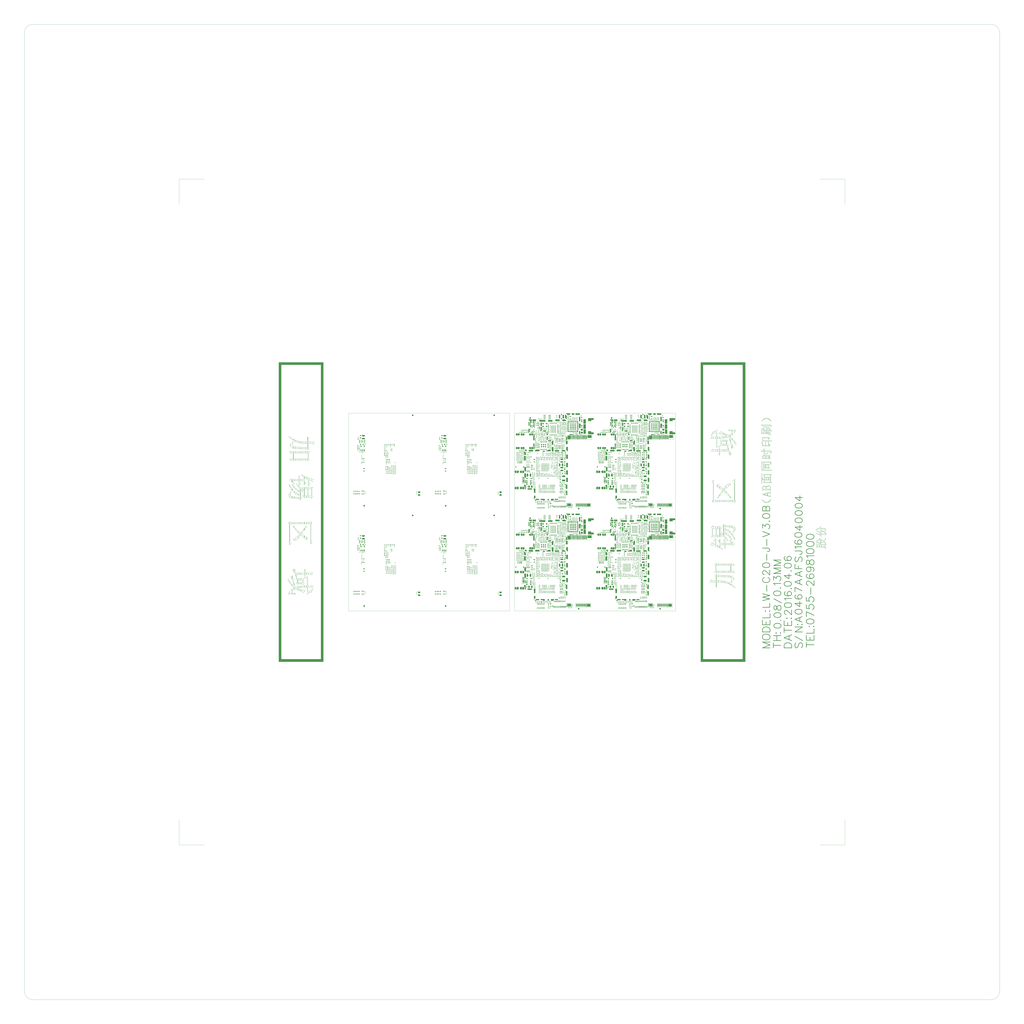
<source format=gbr>
G04 Generated by SunshineCAM 1.0.0.24*
%FSLAX24Y24*%
%MOIN*%
%ADD10C,0.000000*%
%ADD12C,0.011811*%
%LNConvertedAllPolygons*%
%LPD*%
G36*
X41882Y95778D02*
X41882Y48928D01*
X42473Y48928D01*
X42473Y95187D01*
X51725Y95187D01*
X51725Y48928D01*
X52315Y48928D01*
X52315Y95778D01*
X41882Y95778D01*
G37*
G36*
X41882Y72549D02*
X41882Y25699D01*
X52315Y25699D01*
X52315Y72549D01*
X51725Y72549D01*
X51725Y26290D01*
X42473Y26290D01*
X42473Y72549D01*
X41882Y72549D01*
G37*
G36*
X-46467Y25699D02*
X-46467Y72549D01*
X-47057Y72549D01*
X-47057Y26290D01*
X-56309Y26290D01*
X-56309Y72549D01*
X-56900Y72549D01*
X-56900Y25699D01*
X-46467Y25699D01*
G37*
G36*
X-46467Y48928D02*
X-46467Y95778D01*
X-56900Y95778D01*
X-56900Y48928D01*
X-56309Y48928D01*
X-56309Y95188D01*
X-47057Y95188D01*
X-47057Y48928D01*
X-46467Y48928D01*
G37*
G36*
X32669Y83830D02*
X31646Y83830D01*
X31646Y83534D01*
G75*
G03X31685Y83495I39J0D01*
G74*
G01*
X32630Y83495D01*
G75*
G03X32669Y83532I0J39D01*
G74*
G01*
X32669Y83830D01*
G37*
G36*
X31370Y83830D02*
X30780Y83830D01*
X30780Y83534D01*
G75*
G03X30819Y83495I39J0D01*
G74*
G01*
X31331Y83495D01*
G75*
G03X31370Y83532I0J39D01*
G74*
G01*
X31370Y83830D01*
G37*
G36*
X30386Y83830D02*
X29409Y83830D01*
G75*
G03X29415Y83821I34J19D01*
G74*
G01*
X29730Y83506D01*
G75*
G03X29758Y83495I28J28D01*
G74*
G01*
X30346Y83495D01*
G75*
G03X30386Y83534I0J39D01*
G74*
G01*
X30386Y83830D01*
G37*
G36*
X13594Y83830D02*
X12571Y83830D01*
X12571Y83534D01*
G75*
G03X12610Y83495I39J0D01*
G74*
G01*
X13555Y83495D01*
G75*
G03X13594Y83532I0J39D01*
G74*
G01*
X13594Y83830D01*
G37*
G36*
X12295Y83830D02*
X11705Y83830D01*
X11705Y83534D01*
G75*
G03X11744Y83495I39J0D01*
G74*
G01*
X12256Y83495D01*
G75*
G03X12295Y83532I0J39D01*
G74*
G01*
X12295Y83830D01*
G37*
G36*
X11311Y83830D02*
X10334Y83830D01*
G75*
G03X10341Y83821I34J19D01*
G74*
G01*
X10656Y83506D01*
G75*
G03X10683Y83495I27J28D01*
G74*
G01*
X11272Y83495D01*
G75*
G03X11311Y83534I-1J39D01*
G74*
G01*
X11311Y83830D01*
G37*
G36*
X9377Y83687D02*
X9190Y83687D01*
X9190Y83401D01*
X9377Y83401D01*
X9377Y83687D01*
G37*
G36*
X6747Y83501D02*
X6577Y83501D01*
X6577Y83372D01*
X6747Y83372D01*
X6747Y83501D01*
G37*
G36*
X6478Y83501D02*
X6308Y83501D01*
X6308Y83372D01*
X6478Y83372D01*
X6478Y83501D01*
G37*
G36*
X5566Y83501D02*
X5396Y83501D01*
X5396Y83372D01*
X5566Y83372D01*
X5566Y83501D01*
G37*
G36*
X5297Y83501D02*
X5127Y83501D01*
X5127Y83372D01*
X5297Y83372D01*
X5297Y83501D01*
G37*
G36*
X9003Y83492D02*
X8683Y83492D01*
X8683Y82671D01*
X9003Y82671D01*
X9003Y83492D01*
G37*
G36*
X8294Y83406D02*
X8107Y83406D01*
X8107Y83281D01*
X8170Y83219D01*
X8232Y83219D01*
X8294Y83281D01*
X8294Y83406D01*
G37*
G36*
X6747Y83274D02*
X6577Y83274D01*
X6577Y83146D01*
X6747Y83146D01*
X6747Y83274D01*
G37*
G36*
X6478Y83274D02*
X6308Y83274D01*
X6308Y83146D01*
X6478Y83146D01*
X6478Y83274D01*
G37*
G36*
X5566Y83274D02*
X5396Y83274D01*
X5396Y83146D01*
X5566Y83146D01*
X5566Y83274D01*
G37*
G36*
X5297Y83274D02*
X5127Y83274D01*
X5127Y83146D01*
X5297Y83146D01*
X5297Y83274D01*
G37*
G36*
X8232Y83062D02*
X8170Y83062D01*
X8107Y83000D01*
X8107Y82875D01*
X8294Y82875D01*
X8294Y83000D01*
X8232Y83062D01*
G37*
G36*
X6747Y83047D02*
X6577Y83047D01*
X6577Y82919D01*
X6747Y82919D01*
X6747Y83047D01*
G37*
G36*
X6478Y83047D02*
X6308Y83047D01*
X6308Y82919D01*
X6478Y82919D01*
X6478Y83047D01*
G37*
G36*
X5566Y83047D02*
X5396Y83047D01*
X5396Y82919D01*
X5566Y82919D01*
X5566Y83047D01*
G37*
G36*
X5297Y83047D02*
X5127Y83047D01*
X5127Y82919D01*
X5297Y82919D01*
X5297Y83047D01*
G37*
G36*
X6747Y82820D02*
X6577Y82820D01*
X6577Y82692D01*
X6747Y82692D01*
X6747Y82820D01*
G37*
G36*
X6478Y82820D02*
X6308Y82820D01*
X6308Y82692D01*
X6478Y82692D01*
X6478Y82820D01*
G37*
G36*
X5566Y82820D02*
X5396Y82820D01*
X5396Y82692D01*
X5566Y82692D01*
X5566Y82820D01*
G37*
G36*
X5297Y82820D02*
X5127Y82820D01*
X5127Y82692D01*
X5297Y82692D01*
X5297Y82820D01*
G37*
G36*
X4679Y82731D02*
X4596Y82731D01*
G75*
G03X4577Y82711I0J-20D01*
G74*
G01*
X4577Y82628D01*
G75*
G03X4596Y82609I19J1D01*
G74*
G01*
X4679Y82609D01*
G75*
G03X4699Y82628I0J20D01*
G74*
G01*
X4699Y82711D01*
G75*
G03X4679Y82731I-20J0D01*
G74*
G01*
G37*
G36*
X3970Y82731D02*
X3888Y82731D01*
G75*
G03X3868Y82711I0J-20D01*
G74*
G01*
X3868Y82628D01*
G75*
G03X3888Y82609I20J1D01*
G74*
G01*
X3970Y82609D01*
G75*
G03X3990Y82628I0J20D01*
G74*
G01*
X3990Y82711D01*
G75*
G03X3970Y82731I-20J0D01*
G74*
G01*
G37*
G36*
X10197Y83575D02*
G75*
G03X10130Y83547I-28J-28D01*
G74*
G01*
X10130Y82817D01*
G75*
G03X10142Y82790I39J1D01*
G74*
G01*
X10456Y82475D01*
G75*
G03X10524Y82501I28J28D01*
G74*
G01*
X10524Y83232D01*
G75*
G03X10511Y83261I-40J0D01*
G74*
G01*
X10197Y83575D01*
G37*
G36*
X9884Y83492D02*
X9564Y83492D01*
X9564Y82671D01*
X9884Y82671D01*
X9884Y83492D01*
G37*
G36*
X9377Y82722D02*
X9190Y82722D01*
X9190Y82476D01*
X9377Y82476D01*
X9377Y82722D01*
G37*
G36*
X6747Y82593D02*
X6577Y82593D01*
X6577Y82465D01*
X6747Y82465D01*
X6747Y82593D01*
G37*
G36*
X6478Y82593D02*
X6308Y82593D01*
X6308Y82465D01*
X6478Y82465D01*
X6478Y82593D01*
G37*
G36*
X5566Y82593D02*
X5396Y82593D01*
X5396Y82465D01*
X5566Y82465D01*
X5566Y82593D01*
G37*
G36*
X5297Y82593D02*
X5127Y82593D01*
X5127Y82465D01*
X5297Y82465D01*
X5297Y82593D01*
G37*
G36*
X4425Y82552D02*
X4343Y82552D01*
G75*
G03X4323Y82532I-1J-20D01*
G74*
G01*
X4323Y82449D01*
G75*
G03X4343Y82430I19J0D01*
G74*
G01*
X4425Y82430D01*
G75*
G03X4445Y82449I0J19D01*
G74*
G01*
X4445Y82532D01*
G75*
G03X4425Y82552I-20J0D01*
G74*
G01*
G37*
G36*
X4224Y82552D02*
X4142Y82552D01*
G75*
G03X4122Y82532I0J-20D01*
G74*
G01*
X4122Y82449D01*
G75*
G03X4142Y82430I20J0D01*
G74*
G01*
X4224Y82430D01*
G75*
G03X4244Y82449I0J19D01*
G74*
G01*
X4244Y82532D01*
G75*
G03X4224Y82552I-20J0D01*
G74*
G01*
G37*
G36*
X3970Y82530D02*
X3888Y82530D01*
G75*
G03X3868Y82510I0J-20D01*
G74*
G01*
X3868Y82428D01*
G75*
G03X3888Y82408I20J0D01*
G74*
G01*
X3970Y82408D01*
G75*
G03X3990Y82428I0J20D01*
G74*
G01*
X3990Y82510D01*
G75*
G03X3970Y82530I-20J0D01*
G74*
G01*
G37*
G36*
X3329Y82392D02*
G75*
G03X3288Y82431I-40J0D01*
G74*
G01*
X2512Y82431D01*
X2512Y82038D01*
X3289Y82038D01*
G75*
G03X3329Y82076I0J40D01*
G74*
G01*
X3329Y82392D01*
G37*
G36*
X2374Y82431D02*
X1606Y82431D01*
X1606Y82328D01*
X1884Y82050D01*
G75*
G03X1912Y82038I28J27D01*
G74*
G01*
X2374Y82038D01*
X2374Y82431D01*
G37*
G36*
X4679Y82530D02*
X4596Y82530D01*
G75*
G03X4577Y82510I0J-20D01*
G74*
G01*
X4577Y82428D01*
G75*
G03X4596Y82408I19J0D01*
G74*
G01*
X4679Y82408D01*
G75*
G03X4699Y82428I0J20D01*
G74*
G01*
X4699Y82510D01*
G75*
G03X4679Y82530I-20J0D01*
G74*
G01*
G37*
G36*
X28452Y83687D02*
X28265Y83687D01*
X28265Y83401D01*
X28452Y83401D01*
X28452Y83687D01*
G37*
G36*
X25822Y83501D02*
X25652Y83501D01*
X25652Y83372D01*
X25822Y83372D01*
X25822Y83501D01*
G37*
G36*
X25553Y83501D02*
X25383Y83501D01*
X25383Y83372D01*
X25553Y83372D01*
X25553Y83501D01*
G37*
G36*
X24641Y83501D02*
X24470Y83501D01*
X24470Y83372D01*
X24641Y83372D01*
X24641Y83501D01*
G37*
G36*
X24372Y83501D02*
X24202Y83501D01*
X24202Y83372D01*
X24372Y83372D01*
X24372Y83501D01*
G37*
G36*
X13931Y83439D02*
X13848Y83439D01*
G75*
G03X13829Y83420I0J-19D01*
G74*
G01*
X13829Y83337D01*
G75*
G03X13848Y83317I19J0D01*
G74*
G01*
X13931Y83317D01*
G75*
G03X13951Y83337I0J20D01*
G74*
G01*
X13951Y83420D01*
G75*
G03X13931Y83439I-20J0D01*
G74*
G01*
G37*
G36*
X11000Y83378D02*
X10917Y83378D01*
G75*
G03X10898Y83359I0J-19D01*
G74*
G01*
X10898Y83276D01*
G75*
G03X10917Y83256I19J0D01*
G74*
G01*
X11000Y83256D01*
G75*
G03X11020Y83276I0J20D01*
G74*
G01*
X11020Y83359D01*
G75*
G03X11000Y83378I-20J0D01*
G74*
G01*
G37*
G36*
X10799Y83378D02*
X10717Y83378D01*
G75*
G03X10697Y83359I-1J-19D01*
G74*
G01*
X10697Y83276D01*
G75*
G03X10717Y83256I19J0D01*
G74*
G01*
X10799Y83256D01*
G75*
G03X10819Y83276I0J20D01*
G74*
G01*
X10819Y83359D01*
G75*
G03X10799Y83378I-20J0D01*
G74*
G01*
G37*
G36*
X28078Y83492D02*
X27758Y83492D01*
X27758Y82671D01*
X28078Y82671D01*
X28078Y83492D01*
G37*
G36*
X27369Y83406D02*
X27182Y83406D01*
X27182Y83281D01*
X27244Y83219D01*
X27307Y83219D01*
X27369Y83281D01*
X27369Y83406D01*
G37*
G36*
X25822Y83274D02*
X25652Y83274D01*
X25652Y83146D01*
X25822Y83146D01*
X25822Y83274D01*
G37*
G36*
X25553Y83274D02*
X25383Y83274D01*
X25383Y83146D01*
X25553Y83146D01*
X25553Y83274D01*
G37*
G36*
X24641Y83274D02*
X24470Y83274D01*
X24470Y83146D01*
X24641Y83146D01*
X24641Y83274D01*
G37*
G36*
X24372Y83274D02*
X24202Y83274D01*
X24202Y83146D01*
X24372Y83146D01*
X24372Y83274D01*
G37*
G36*
X13931Y83239D02*
X13848Y83239D01*
G75*
G03X13829Y83219I0J-20D01*
G74*
G01*
X13829Y83136D01*
G75*
G03X13848Y83117I19J0D01*
G74*
G01*
X13931Y83117D01*
G75*
G03X13951Y83136I0J19D01*
G74*
G01*
X13951Y83219D01*
G75*
G03X13931Y83239I-20J0D01*
G74*
G01*
G37*
G36*
X11526Y83182D02*
X11182Y83182D01*
X11182Y83057D01*
X11296Y82995D01*
X11411Y82995D01*
X11526Y83057D01*
X11526Y83182D01*
G37*
G36*
X11000Y83103D02*
X10917Y83103D01*
G75*
G03X10898Y83083I0J-20D01*
G74*
G01*
X10898Y83000D01*
G75*
G03X10917Y82981I19J1D01*
G74*
G01*
X11000Y82981D01*
G75*
G03X11020Y83000I0J20D01*
G74*
G01*
X11020Y83083D01*
G75*
G03X11000Y83103I-20J0D01*
G74*
G01*
G37*
G36*
X10799Y83103D02*
X10717Y83103D01*
G75*
G03X10697Y83083I-1J-20D01*
G74*
G01*
X10697Y83000D01*
G75*
G03X10717Y82981I19J1D01*
G74*
G01*
X10799Y82981D01*
G75*
G03X10819Y83000I0J20D01*
G74*
G01*
X10819Y83083D01*
G75*
G03X10799Y83103I-20J0D01*
G74*
G01*
G37*
G36*
X27307Y83062D02*
X27244Y83062D01*
X27182Y83000D01*
X27182Y82875D01*
X27369Y82875D01*
X27369Y83000D01*
X27307Y83062D01*
G37*
G36*
X25822Y83047D02*
X25652Y83047D01*
X25652Y82919D01*
X25822Y82919D01*
X25822Y83047D01*
G37*
G36*
X25553Y83047D02*
X25383Y83047D01*
X25383Y82919D01*
X25553Y82919D01*
X25553Y83047D01*
G37*
G36*
X24641Y83047D02*
X24470Y83047D01*
X24470Y82919D01*
X24641Y82919D01*
X24641Y83047D01*
G37*
G36*
X24372Y83047D02*
X24202Y83047D01*
X24202Y82919D01*
X24372Y82919D01*
X24372Y83047D01*
G37*
G36*
X13696Y83022D02*
X13437Y83022D01*
G75*
G03X13398Y82983I0J-39D01*
G74*
G01*
X13398Y82038D01*
G75*
G03X13437Y81999I39J0D01*
G74*
G01*
X13696Y81999D01*
X13696Y83022D01*
G37*
G36*
X13026Y82888D02*
X12943Y82888D01*
G75*
G03X12923Y82869I0J-19D01*
G74*
G01*
X12923Y82786D01*
G75*
G03X12943Y82766I20J0D01*
G74*
G01*
X13026Y82766D01*
G75*
G03X13045Y82786I0J20D01*
G74*
G01*
X13045Y82869D01*
G75*
G03X13026Y82888I-19J0D01*
G74*
G01*
G37*
G36*
X12750Y82888D02*
X12667Y82888D01*
G75*
G03X12648Y82869I0J-19D01*
G74*
G01*
X12648Y82786D01*
G75*
G03X12667Y82766I19J0D01*
G74*
G01*
X12750Y82766D01*
G75*
G03X12770Y82786I0J20D01*
G74*
G01*
X12770Y82869D01*
G75*
G03X12750Y82888I-20J0D01*
G74*
G01*
G37*
G36*
X12435Y82888D02*
X12352Y82888D01*
G75*
G03X12333Y82869I0J-19D01*
G74*
G01*
X12333Y82786D01*
G75*
G03X12352Y82766I19J0D01*
G74*
G01*
X12435Y82766D01*
G75*
G03X12455Y82786I0J20D01*
G74*
G01*
X12455Y82869D01*
G75*
G03X12435Y82888I-20J0D01*
G74*
G01*
G37*
G36*
X12159Y82888D02*
X12077Y82888D01*
G75*
G03X12057Y82869I0J-19D01*
G74*
G01*
X12057Y82786D01*
G75*
G03X12077Y82766I20J0D01*
G74*
G01*
X12159Y82766D01*
G75*
G03X12179Y82786I0J20D01*
G74*
G01*
X12179Y82869D01*
G75*
G03X12159Y82888I-20J0D01*
G74*
G01*
G37*
G36*
X11884Y82888D02*
X11801Y82888D01*
G75*
G03X11781Y82869I0J-19D01*
G74*
G01*
X11781Y82786D01*
G75*
G03X11801Y82766I20J0D01*
G74*
G01*
X11884Y82766D01*
G75*
G03X11904Y82786I0J20D01*
G74*
G01*
X11904Y82869D01*
G75*
G03X11884Y82888I-20J0D01*
G74*
G01*
G37*
G36*
X11000Y82827D02*
X10917Y82827D01*
G75*
G03X10898Y82807I0J-19D01*
G74*
G01*
X10898Y82725D01*
G75*
G03X10917Y82705I19J0D01*
G74*
G01*
X11000Y82705D01*
G75*
G03X11020Y82725I0J20D01*
G74*
G01*
X11020Y82807D01*
G75*
G03X11000Y82827I-20J1D01*
G74*
G01*
G37*
G36*
X10799Y82827D02*
X10717Y82827D01*
G75*
G03X10697Y82807I-1J-19D01*
G74*
G01*
X10697Y82725D01*
G75*
G03X10717Y82705I19J0D01*
G74*
G01*
X10799Y82705D01*
G75*
G03X10819Y82725I0J20D01*
G74*
G01*
X10819Y82807D01*
G75*
G03X10799Y82827I-20J1D01*
G74*
G01*
G37*
G36*
X13026Y82687D02*
X12943Y82687D01*
G75*
G03X12923Y82668I0J-19D01*
G74*
G01*
X12923Y82585D01*
G75*
G03X12943Y82565I20J0D01*
G74*
G01*
X13026Y82565D01*
G75*
G03X13045Y82585I0J20D01*
G74*
G01*
X13045Y82668D01*
G75*
G03X13026Y82687I-19J0D01*
G74*
G01*
G37*
G36*
X12750Y82687D02*
X12667Y82687D01*
G75*
G03X12648Y82668I0J-19D01*
G74*
G01*
X12648Y82585D01*
G75*
G03X12667Y82565I19J0D01*
G74*
G01*
X12750Y82565D01*
G75*
G03X12770Y82585I0J20D01*
G74*
G01*
X12770Y82668D01*
G75*
G03X12750Y82687I-20J0D01*
G74*
G01*
G37*
G36*
X12435Y82687D02*
X12352Y82687D01*
G75*
G03X12333Y82668I0J-19D01*
G74*
G01*
X12333Y82585D01*
G75*
G03X12352Y82565I19J0D01*
G74*
G01*
X12435Y82565D01*
G75*
G03X12455Y82585I0J20D01*
G74*
G01*
X12455Y82668D01*
G75*
G03X12435Y82687I-20J0D01*
G74*
G01*
G37*
G36*
X12159Y82687D02*
X12077Y82687D01*
G75*
G03X12057Y82668I0J-19D01*
G74*
G01*
X12057Y82585D01*
G75*
G03X12077Y82565I20J0D01*
G74*
G01*
X12159Y82565D01*
G75*
G03X12179Y82585I0J20D01*
G74*
G01*
X12179Y82668D01*
G75*
G03X12159Y82687I-20J0D01*
G74*
G01*
G37*
G36*
X11884Y82687D02*
X11801Y82687D01*
G75*
G03X11781Y82668I0J-19D01*
G74*
G01*
X11781Y82585D01*
G75*
G03X11801Y82565I20J0D01*
G74*
G01*
X11884Y82565D01*
G75*
G03X11904Y82585I0J20D01*
G74*
G01*
X11904Y82668D01*
G75*
G03X11884Y82687I-20J0D01*
G74*
G01*
G37*
G36*
X11411Y82631D02*
X11296Y82631D01*
X11182Y82569D01*
X11182Y82444D01*
X11526Y82444D01*
X11526Y82569D01*
X11411Y82631D01*
G37*
G36*
X11000Y82552D02*
X10917Y82552D01*
G75*
G03X10898Y82532I0J-20D01*
G74*
G01*
X10898Y82449D01*
G75*
G03X10917Y82430I19J0D01*
G74*
G01*
X11000Y82430D01*
G75*
G03X11020Y82449I0J19D01*
G74*
G01*
X11020Y82532D01*
G75*
G03X11000Y82552I-20J0D01*
G74*
G01*
G37*
G36*
X10799Y82552D02*
X10717Y82552D01*
G75*
G03X10697Y82532I-1J-20D01*
G74*
G01*
X10697Y82449D01*
G75*
G03X10717Y82430I19J0D01*
G74*
G01*
X10799Y82430D01*
G75*
G03X10819Y82449I0J19D01*
G74*
G01*
X10819Y82532D01*
G75*
G03X10799Y82552I-20J0D01*
G74*
G01*
G37*
G36*
X8870Y82392D02*
G75*
G03X8829Y82431I-39J0D01*
G74*
G01*
X7886Y82431D01*
G75*
G03X7846Y82392I0J-39D01*
G74*
G01*
X7846Y82078D01*
G75*
G03X7886Y82038I40J0D01*
G74*
G01*
X8831Y82038D01*
G75*
G03X8870Y82076I0J40D01*
G74*
G01*
X8870Y82078D01*
X8870Y82392D01*
G37*
G36*
X4500Y82301D02*
X4067Y82301D01*
X4067Y81999D01*
G75*
G03X4106Y81959I39J0D01*
G74*
G01*
X4382Y81959D01*
X4382Y81920D01*
G75*
G03X4421Y81881I39J0D01*
G74*
G01*
X5484Y81881D01*
G75*
G03X5524Y81918I0J39D01*
G74*
G01*
X5524Y82235D01*
G75*
G03X5484Y82274I-40J0D01*
G74*
G01*
X4618Y82274D01*
X4618Y82282D01*
X4519Y82282D01*
X4501Y82299D01*
X4500Y82301D01*
G37*
G36*
X1606Y81938D02*
X1606Y80936D01*
X1783Y80936D01*
X1783Y81761D01*
X1606Y81938D01*
G37*
G36*
X2326Y81915D02*
X1900Y81915D01*
X1900Y81650D01*
X2326Y81650D01*
X2326Y81915D01*
G37*
G36*
X2931Y81914D02*
X2501Y81914D01*
X2501Y81650D01*
X2931Y81650D01*
X2931Y81914D01*
G37*
G36*
X7197Y82235D02*
G75*
G03X7156Y82274I-40J0D01*
G74*
G01*
X6213Y82274D01*
G75*
G03X6173Y82235I0J-39D01*
G74*
G01*
X6173Y81920D01*
G75*
G03X6213Y81881I40J0D01*
G74*
G01*
X7157Y81881D01*
G75*
G03X7196Y81918I0J39D01*
G74*
G01*
X7197Y81920D01*
X7197Y82235D01*
G37*
G36*
X13026Y82455D02*
X12943Y82455D01*
G75*
G03X12923Y82435I0J-19D01*
G74*
G01*
X12923Y82353D01*
G75*
G03X12943Y82333I20J0D01*
G74*
G01*
X13026Y82333D01*
G75*
G03X13045Y82353I0J20D01*
G74*
G01*
X13045Y82435D01*
G75*
G03X13026Y82455I-19J1D01*
G74*
G01*
G37*
G36*
X12750Y82455D02*
X12667Y82455D01*
G75*
G03X12648Y82435I0J-19D01*
G74*
G01*
X12648Y82353D01*
G75*
G03X12667Y82333I19J0D01*
G74*
G01*
X12750Y82333D01*
G75*
G03X12770Y82353I0J20D01*
G74*
G01*
X12770Y82435D01*
G75*
G03X12750Y82455I-20J1D01*
G74*
G01*
G37*
G36*
X12435Y82455D02*
X12352Y82455D01*
G75*
G03X12333Y82435I0J-19D01*
G74*
G01*
X12333Y82353D01*
G75*
G03X12352Y82333I19J0D01*
G74*
G01*
X12435Y82333D01*
G75*
G03X12455Y82353I0J20D01*
G74*
G01*
X12455Y82435D01*
G75*
G03X12435Y82455I-20J1D01*
G74*
G01*
G37*
G36*
X12159Y82455D02*
X12077Y82455D01*
G75*
G03X12057Y82435I0J-19D01*
G74*
G01*
X12057Y82353D01*
G75*
G03X12077Y82333I20J0D01*
G74*
G01*
X12159Y82333D01*
G75*
G03X12179Y82353I0J20D01*
G74*
G01*
X12179Y82435D01*
G75*
G03X12159Y82455I-20J1D01*
G74*
G01*
G37*
G36*
X11884Y82455D02*
X11801Y82455D01*
G75*
G03X11781Y82435I0J-19D01*
G74*
G01*
X11781Y82353D01*
G75*
G03X11801Y82333I20J0D01*
G74*
G01*
X11884Y82333D01*
G75*
G03X11904Y82353I0J20D01*
G74*
G01*
X11904Y82435D01*
G75*
G03X11884Y82455I-20J1D01*
G74*
G01*
G37*
G36*
X10104Y82422D02*
X9539Y82422D01*
G75*
G03X9500Y82382I0J-40D01*
G74*
G01*
X9500Y82068D01*
G75*
G03X9539Y82028I39J0D01*
G74*
G01*
X10418Y82028D01*
G75*
G03X10445Y82096I0J40D01*
G74*
G01*
X10131Y82410D01*
G75*
G03X10104Y82422I-28J-28D01*
G74*
G01*
G37*
G36*
X11630Y82276D02*
X11547Y82276D01*
G75*
G03X11528Y82256I0J-20D01*
G74*
G01*
X11528Y82174D01*
G75*
G03X11547Y82154I19J0D01*
G74*
G01*
X11630Y82154D01*
G75*
G03X11650Y82174I0J20D01*
G74*
G01*
X11650Y82256D01*
G75*
G03X11630Y82276I-20J0D01*
G74*
G01*
G37*
G36*
X11429Y82276D02*
X11346Y82276D01*
G75*
G03X11327Y82256I0J-20D01*
G74*
G01*
X11327Y82174D01*
G75*
G03X11346Y82154I19J0D01*
G74*
G01*
X11429Y82154D01*
G75*
G03X11449Y82174I0J20D01*
G74*
G01*
X11449Y82256D01*
G75*
G03X11429Y82276I-20J0D01*
G74*
G01*
G37*
G36*
X11197Y82276D02*
X11114Y82276D01*
G75*
G03X11094Y82256I0J-20D01*
G74*
G01*
X11094Y82174D01*
G75*
G03X11114Y82154I20J0D01*
G74*
G01*
X11197Y82154D01*
G75*
G03X11217Y82174I0J20D01*
G74*
G01*
X11217Y82256D01*
G75*
G03X11197Y82276I-20J0D01*
G74*
G01*
G37*
G36*
X10996Y82276D02*
X10913Y82276D01*
G75*
G03X10894Y82256I0J-20D01*
G74*
G01*
X10894Y82174D01*
G75*
G03X10913Y82154I19J0D01*
G74*
G01*
X10996Y82154D01*
G75*
G03X11016Y82174I0J20D01*
G74*
G01*
X11016Y82256D01*
G75*
G03X10996Y82276I-20J0D01*
G74*
G01*
G37*
G36*
X13026Y82254D02*
X12943Y82254D01*
G75*
G03X12923Y82235I0J-19D01*
G74*
G01*
X12923Y82152D01*
G75*
G03X12943Y82132I20J0D01*
G74*
G01*
X13026Y82132D01*
G75*
G03X13045Y82152I0J20D01*
G74*
G01*
X13045Y82235D01*
G75*
G03X13026Y82254I-19J0D01*
G74*
G01*
G37*
G36*
X12750Y82254D02*
X12667Y82254D01*
G75*
G03X12648Y82235I0J-19D01*
G74*
G01*
X12648Y82152D01*
G75*
G03X12667Y82132I19J0D01*
G74*
G01*
X12750Y82132D01*
G75*
G03X12770Y82152I0J20D01*
G74*
G01*
X12770Y82235D01*
G75*
G03X12750Y82254I-20J0D01*
G74*
G01*
G37*
G36*
X12435Y82254D02*
X12352Y82254D01*
G75*
G03X12333Y82235I0J-19D01*
G74*
G01*
X12333Y82152D01*
G75*
G03X12352Y82132I19J0D01*
G74*
G01*
X12435Y82132D01*
G75*
G03X12455Y82152I0J20D01*
G74*
G01*
X12455Y82235D01*
G75*
G03X12435Y82254I-20J0D01*
G74*
G01*
G37*
G36*
X12159Y82254D02*
X12077Y82254D01*
G75*
G03X12057Y82235I0J-19D01*
G74*
G01*
X12057Y82152D01*
G75*
G03X12077Y82132I20J0D01*
G74*
G01*
X12159Y82132D01*
G75*
G03X12179Y82152I0J20D01*
G74*
G01*
X12179Y82235D01*
G75*
G03X12159Y82254I-20J0D01*
G74*
G01*
G37*
G36*
X11884Y82254D02*
X11801Y82254D01*
G75*
G03X11781Y82235I0J-19D01*
G74*
G01*
X11781Y82152D01*
G75*
G03X11801Y82132I20J0D01*
G74*
G01*
X11884Y82132D01*
G75*
G03X11904Y82152I0J20D01*
G74*
G01*
X11904Y82235D01*
G75*
G03X11884Y82254I-20J0D01*
G74*
G01*
G37*
G36*
X11612Y82061D02*
X11455Y82061D01*
X11455Y81678D01*
X11612Y81678D01*
X11612Y82061D01*
G37*
G36*
X11327Y82061D02*
X11169Y82061D01*
X11169Y81678D01*
X11327Y81678D01*
X11327Y82061D01*
G37*
G36*
X10997Y81988D02*
X10761Y81988D01*
G75*
G03X10722Y81948I0J-40D01*
G74*
G01*
X10722Y81732D01*
G75*
G03X10761Y81693I39J0D01*
G74*
G01*
X10997Y81693D01*
G75*
G03X11037Y81732I0J39D01*
G74*
G01*
X11037Y81948D01*
G75*
G03X10997Y81988I-40J0D01*
G74*
G01*
G37*
G36*
X8774Y81865D02*
X8691Y81865D01*
G75*
G03X8671Y81845I0J-20D01*
G74*
G01*
X8671Y81762D01*
G75*
G03X8691Y81743I20J0D01*
G74*
G01*
X8774Y81743D01*
G75*
G03X8793Y81762I0J19D01*
G74*
G01*
X8793Y81845D01*
G75*
G03X8774Y81865I-19J0D01*
G74*
G01*
G37*
G36*
X8520Y81843D02*
X8437Y81843D01*
G75*
G03X8417Y81823I0J-20D01*
G74*
G01*
X8417Y81741D01*
G75*
G03X8437Y81721I20J0D01*
G74*
G01*
X8520Y81721D01*
G75*
G03X8539Y81741I0J20D01*
G74*
G01*
X8539Y81823D01*
G75*
G03X8520Y81843I-19J0D01*
G74*
G01*
G37*
G36*
X8319Y81843D02*
X8236Y81843D01*
G75*
G03X8217Y81823I0J-20D01*
G74*
G01*
X8217Y81741D01*
G75*
G03X8236Y81721I19J0D01*
G74*
G01*
X8319Y81721D01*
G75*
G03X8339Y81741I0J20D01*
G74*
G01*
X8339Y81823D01*
G75*
G03X8319Y81843I-20J0D01*
G74*
G01*
G37*
G36*
X3953Y81843D02*
X3870Y81843D01*
G75*
G03X3850Y81823I0J-20D01*
G74*
G01*
X3850Y81741D01*
G75*
G03X3870Y81721I20J0D01*
G74*
G01*
X3953Y81721D01*
G75*
G03X3972Y81741I0J20D01*
G74*
G01*
X3972Y81823D01*
G75*
G03X3953Y81843I-19J0D01*
G74*
G01*
G37*
G36*
X3752Y81843D02*
X3669Y81843D01*
G75*
G03X3650Y81823I0J-20D01*
G74*
G01*
X3650Y81741D01*
G75*
G03X3669Y81721I19J0D01*
G74*
G01*
X3752Y81721D01*
G75*
G03X3772Y81741I0J20D01*
G74*
G01*
X3772Y81823D01*
G75*
G03X3752Y81843I-20J0D01*
G74*
G01*
G37*
G36*
X3323Y81843D02*
X3240Y81843D01*
G75*
G03X3220Y81823I0J-20D01*
G74*
G01*
X3220Y81741D01*
G75*
G03X3240Y81721I20J0D01*
G74*
G01*
X3323Y81721D01*
G75*
G03X3343Y81741I0J20D01*
G74*
G01*
X3343Y81823D01*
G75*
G03X3323Y81843I-20J0D01*
G74*
G01*
G37*
G36*
X3122Y81843D02*
X3039Y81843D01*
G75*
G03X3020Y81823I0J-20D01*
G74*
G01*
X3020Y81741D01*
G75*
G03X3039Y81721I19J0D01*
G74*
G01*
X3122Y81721D01*
G75*
G03X3142Y81741I0J20D01*
G74*
G01*
X3142Y81823D01*
G75*
G03X3122Y81843I-20J0D01*
G74*
G01*
G37*
G36*
X9228Y81843D02*
X9146Y81843D01*
G75*
G03X9126Y81823I0J-20D01*
G74*
G01*
X9126Y81741D01*
G75*
G03X9146Y81721I20J0D01*
G74*
G01*
X9228Y81721D01*
G75*
G03X9248Y81741I0J20D01*
G74*
G01*
X9248Y81823D01*
G75*
G03X9228Y81843I-20J0D01*
G74*
G01*
G37*
G36*
X9028Y81843D02*
X8945Y81843D01*
G75*
G03X8925Y81823I0J-20D01*
G74*
G01*
X8925Y81741D01*
G75*
G03X8945Y81721I20J0D01*
G74*
G01*
X9028Y81721D01*
G75*
G03X9047Y81741I0J20D01*
G74*
G01*
X9047Y81823D01*
G75*
G03X9028Y81843I-19J0D01*
G74*
G01*
G37*
G36*
X10306Y81770D02*
X10119Y81770D01*
G75*
G03X10100Y81751I0J-19D01*
G74*
G01*
X10100Y81700D01*
G75*
G03X10119Y81680I19J0D01*
G74*
G01*
X10306Y81680D01*
G75*
G03X10326Y81700I0J20D01*
G74*
G01*
X10326Y81751D01*
G75*
G03X10306Y81770I-20J0D01*
G74*
G01*
G37*
G36*
X9826Y81770D02*
X9639Y81770D01*
G75*
G03X9619Y81751I0J-19D01*
G74*
G01*
X9619Y81700D01*
G75*
G03X9639Y81680I20J0D01*
G74*
G01*
X9826Y81680D01*
G75*
G03X9845Y81700I0J20D01*
G74*
G01*
X9845Y81751D01*
G75*
G03X9826Y81770I-19J0D01*
G74*
G01*
G37*
G36*
X9522Y81746D02*
X9439Y81746D01*
G75*
G03X9419Y81727I0J-19D01*
G74*
G01*
X9419Y81644D01*
G75*
G03X9439Y81624I20J0D01*
G74*
G01*
X9522Y81624D01*
G75*
G03X9541Y81644I0J20D01*
G74*
G01*
X9541Y81727D01*
G75*
G03X9522Y81746I-19J0D01*
G74*
G01*
G37*
G36*
X4285Y81707D02*
X4203Y81707D01*
G75*
G03X4183Y81687I0J-19D01*
G74*
G01*
X4183Y81605D01*
G75*
G03X4203Y81585I20J0D01*
G74*
G01*
X4285Y81585D01*
G75*
G03X4305Y81605I0J20D01*
G74*
G01*
X4305Y81687D01*
G75*
G03X4285Y81707I-20J1D01*
G74*
G01*
G37*
G36*
X3983Y81620D02*
X3875Y81620D01*
X3875Y81334D01*
X3983Y81334D01*
X3983Y81620D01*
G37*
G36*
X3767Y81620D02*
X3659Y81620D01*
X3659Y81334D01*
X3767Y81334D01*
X3767Y81620D01*
G37*
G36*
X3550Y81620D02*
X3442Y81620D01*
X3442Y81334D01*
X3550Y81334D01*
X3550Y81620D01*
G37*
G36*
X3144Y81589D02*
X3061Y81589D01*
G75*
G03X3041Y81569I0J-20D01*
G74*
G01*
X3041Y81487D01*
G75*
G03X3061Y81467I20J0D01*
G74*
G01*
X3144Y81467D01*
G75*
G03X3163Y81487I0J20D01*
G74*
G01*
X3163Y81569D01*
G75*
G03X3144Y81589I-19J0D01*
G74*
G01*
G37*
G36*
X2915Y81517D02*
X2689Y81517D01*
X2689Y81142D01*
X2915Y81142D01*
X2915Y81517D01*
G37*
G36*
X2137Y81517D02*
X1912Y81517D01*
X1912Y81142D01*
X2137Y81142D01*
X2137Y81517D01*
G37*
G36*
X3144Y81388D02*
X3061Y81388D01*
G75*
G03X3041Y81369I0J-19D01*
G74*
G01*
X3041Y81286D01*
G75*
G03X3061Y81266I20J0D01*
G74*
G01*
X3144Y81266D01*
G75*
G03X3163Y81286I0J20D01*
G74*
G01*
X3163Y81369D01*
G75*
G03X3144Y81388I-19J0D01*
G74*
G01*
G37*
G36*
X8143Y81689D02*
G75*
G03X8105Y81652I-1J-37D01*
G74*
G01*
X8105Y81420D01*
G75*
G03X8178Y81420I37J0D01*
G74*
G01*
X8178Y81653D01*
X8143Y81689D01*
G37*
G36*
X8021Y81652D02*
G75*
G03X7948Y81652I-37J0D01*
G74*
G01*
X7948Y81420D01*
G75*
G03X8021Y81420I36J0D01*
G74*
G01*
X8021Y81652D01*
G37*
G36*
X7863Y81652D02*
G75*
G03X7791Y81652I-36J0D01*
G74*
G01*
X7791Y81420D01*
G75*
G03X7863Y81420I36J0D01*
G74*
G01*
X7863Y81652D01*
G37*
G36*
X7706Y81652D02*
G75*
G03X7633Y81652I-37J0D01*
G74*
G01*
X7633Y81420D01*
G75*
G03X7706Y81420I36J0D01*
G74*
G01*
X7706Y81652D01*
G37*
G36*
X7548Y81652D02*
G75*
G03X7476Y81652I-36J0D01*
G74*
G01*
X7476Y81420D01*
G75*
G03X7548Y81420I36J0D01*
G74*
G01*
X7548Y81652D01*
G37*
G36*
X7391Y81652D02*
G75*
G03X7318Y81652I-37J0D01*
G74*
G01*
X7318Y81420D01*
G75*
G03X7391Y81420I36J0D01*
G74*
G01*
X7391Y81652D01*
G37*
G36*
X7233Y81652D02*
G75*
G03X7161Y81652I-36J0D01*
G74*
G01*
X7161Y81420D01*
G75*
G03X7233Y81420I36J0D01*
G74*
G01*
X7233Y81652D01*
G37*
G36*
X7076Y81652D02*
G75*
G03X7003Y81652I-36J0D01*
G74*
G01*
X7003Y81420D01*
G75*
G03X7076Y81420I37J0D01*
G74*
G01*
X7076Y81652D01*
G37*
G36*
X6919Y81652D02*
G75*
G03X6846Y81652I-37J0D01*
G74*
G01*
X6846Y81420D01*
G75*
G03X6919Y81420I36J0D01*
G74*
G01*
X6919Y81652D01*
G37*
G36*
X6761Y81652D02*
G75*
G03X6688Y81652I-36J0D01*
G74*
G01*
X6688Y81420D01*
G75*
G03X6761Y81420I37J0D01*
G74*
G01*
X6761Y81652D01*
G37*
G36*
X6604Y81652D02*
G75*
G03X6531Y81652I-37J0D01*
G74*
G01*
X6531Y81420D01*
G75*
G03X6604Y81420I36J0D01*
G74*
G01*
X6604Y81652D01*
G37*
G36*
X4696Y81684D02*
X4431Y81684D01*
X4431Y80896D01*
X4696Y80896D01*
X4696Y81684D01*
G37*
G36*
X4285Y81506D02*
X4203Y81506D01*
G75*
G03X4183Y81487I0J-19D01*
G74*
G01*
X4183Y81404D01*
G75*
G03X4203Y81384I20J0D01*
G74*
G01*
X4285Y81384D01*
G75*
G03X4305Y81404I0J20D01*
G74*
G01*
X4305Y81487D01*
G75*
G03X4285Y81506I-20J0D01*
G74*
G01*
G37*
G36*
X4285Y81274D02*
X4203Y81274D01*
G75*
G03X4183Y81254I0J-20D01*
G74*
G01*
X4183Y81172D01*
G75*
G03X4203Y81152I20J0D01*
G74*
G01*
X4285Y81152D01*
G75*
G03X4305Y81172I0J20D01*
G74*
G01*
X4305Y81254D01*
G75*
G03X4285Y81274I-20J1D01*
G74*
G01*
G37*
G36*
X3983Y81206D02*
X3875Y81206D01*
X3875Y80921D01*
X3983Y80921D01*
X3983Y81206D01*
G37*
G36*
X3767Y81206D02*
X3659Y81206D01*
X3659Y80921D01*
X3767Y80921D01*
X3767Y81206D01*
G37*
G36*
X3550Y81206D02*
X3442Y81206D01*
X3442Y80921D01*
X3550Y80921D01*
X3550Y81206D01*
G37*
G36*
X3144Y81156D02*
X3061Y81156D01*
G75*
G03X3041Y81136I0J-20D01*
G74*
G01*
X3041Y81054D01*
G75*
G03X3061Y81034I20J0D01*
G74*
G01*
X3144Y81034D01*
G75*
G03X3163Y81054I0J20D01*
G74*
G01*
X3163Y81136D01*
G75*
G03X3144Y81156I-19J0D01*
G74*
G01*
G37*
G36*
X2946Y81009D02*
X2501Y81009D01*
X2501Y80757D01*
X2946Y80757D01*
X2946Y81009D01*
G37*
G36*
X2326Y81009D02*
X1900Y81009D01*
X1900Y80744D01*
X2295Y80744D01*
X2307Y80757D01*
X2326Y80757D01*
X2326Y81009D01*
G37*
G36*
X3144Y80955D02*
X3061Y80955D01*
G75*
G03X3041Y80935I0J-19D01*
G74*
G01*
X3041Y80853D01*
G75*
G03X3061Y80833I20J0D01*
G74*
G01*
X3144Y80833D01*
G75*
G03X3163Y80853I0J20D01*
G74*
G01*
X3163Y80935D01*
G75*
G03X3144Y80955I-19J1D01*
G74*
G01*
G37*
G36*
X4285Y81073D02*
X4203Y81073D01*
G75*
G03X4183Y81054I0J-19D01*
G74*
G01*
X4183Y80971D01*
G75*
G03X4203Y80951I20J0D01*
G74*
G01*
X4285Y80951D01*
G75*
G03X4305Y80971I0J20D01*
G74*
G01*
X4305Y81054D01*
G75*
G03X4285Y81073I-20J0D01*
G74*
G01*
G37*
G36*
X5991Y81561D02*
X5647Y81561D01*
X5647Y81295D01*
X5991Y81295D01*
X5991Y81561D01*
G37*
G36*
X5164Y81561D02*
X4820Y81561D01*
X4820Y81295D01*
X5164Y81295D01*
X5164Y81561D01*
G37*
G36*
X8774Y81664D02*
X8691Y81664D01*
G75*
G03X8671Y81644I0J-20D01*
G74*
G01*
X8671Y81561D01*
G75*
G03X8691Y81542I20J1D01*
G74*
G01*
X8774Y81542D01*
G75*
G03X8793Y81561I0J20D01*
G74*
G01*
X8793Y81644D01*
G75*
G03X8774Y81664I-19J0D01*
G74*
G01*
G37*
G36*
X10002Y81769D02*
X9942Y81769D01*
G75*
G03X9922Y81749I0J-20D01*
G74*
G01*
X9922Y81580D01*
G75*
G03X9942Y81560I20J-1D01*
G74*
G01*
X10002Y81560D01*
G75*
G03X10022Y81580I1J19D01*
G74*
G01*
X10022Y81749D01*
G75*
G03X10002Y81769I-19J0D01*
G74*
G01*
G37*
G36*
X9826Y81585D02*
X9639Y81585D01*
G75*
G03X9619Y81566I0J-19D01*
G74*
G01*
X9619Y81515D01*
G75*
G03X9639Y81495I20J-1D01*
G74*
G01*
X9826Y81495D01*
G75*
G03X9845Y81515I0J19D01*
G74*
G01*
X9845Y81566D01*
G75*
G03X9826Y81585I-19J0D01*
G74*
G01*
G37*
G36*
X9228Y81567D02*
X9146Y81567D01*
G75*
G03X9126Y81548I0J-19D01*
G74*
G01*
X9126Y81465D01*
G75*
G03X9146Y81445I20J0D01*
G74*
G01*
X9228Y81445D01*
G75*
G03X9248Y81465I0J20D01*
G74*
G01*
X9248Y81548D01*
G75*
G03X9228Y81567I-20J0D01*
G74*
G01*
G37*
G36*
X9028Y81567D02*
X8945Y81567D01*
G75*
G03X8925Y81548I0J-19D01*
G74*
G01*
X8925Y81465D01*
G75*
G03X8945Y81445I20J0D01*
G74*
G01*
X9028Y81445D01*
G75*
G03X9047Y81465I0J20D01*
G74*
G01*
X9047Y81548D01*
G75*
G03X9028Y81567I-19J0D01*
G74*
G01*
G37*
G36*
X9522Y81546D02*
X9439Y81546D01*
G75*
G03X9419Y81526I0J-20D01*
G74*
G01*
X9419Y81443D01*
G75*
G03X9439Y81424I20J0D01*
G74*
G01*
X9522Y81424D01*
G75*
G03X9541Y81443I0J19D01*
G74*
G01*
X9541Y81526D01*
G75*
G03X9522Y81546I-19J0D01*
G74*
G01*
G37*
G36*
X12754Y82044D02*
X12597Y82044D01*
X12597Y81678D01*
X12754Y81678D01*
X12754Y82044D01*
G37*
G36*
X12469Y82044D02*
X12311Y82044D01*
X12311Y81678D01*
X12469Y81678D01*
X12469Y82044D01*
G37*
G36*
X12183Y82044D02*
X12026Y82044D01*
X12026Y81678D01*
X12183Y81678D01*
X12183Y82044D01*
G37*
G36*
X11898Y82044D02*
X11740Y82044D01*
X11740Y81678D01*
X11898Y81678D01*
X11898Y82044D01*
G37*
G36*
X14167Y82935D02*
X13823Y82935D01*
X13823Y82811D01*
X13938Y82748D01*
X14053Y82748D01*
X14167Y82811D01*
X14167Y82935D01*
G37*
G36*
X25822Y82820D02*
X25652Y82820D01*
X25652Y82692D01*
X25822Y82692D01*
X25822Y82820D01*
G37*
G36*
X25553Y82820D02*
X25383Y82820D01*
X25383Y82692D01*
X25553Y82692D01*
X25553Y82820D01*
G37*
G36*
X24641Y82820D02*
X24470Y82820D01*
X24470Y82692D01*
X24641Y82692D01*
X24641Y82820D01*
G37*
G36*
X24372Y82820D02*
X24202Y82820D01*
X24202Y82692D01*
X24372Y82692D01*
X24372Y82820D01*
G37*
G36*
X23754Y82731D02*
X23671Y82731D01*
G75*
G03X23652Y82711I0J-20D01*
G74*
G01*
X23652Y82628D01*
G75*
G03X23671Y82609I19J1D01*
G74*
G01*
X23754Y82609D01*
G75*
G03X23774Y82628I0J20D01*
G74*
G01*
X23774Y82711D01*
G75*
G03X23754Y82731I-20J0D01*
G74*
G01*
G37*
G36*
X23045Y82731D02*
X22963Y82731D01*
G75*
G03X22943Y82711I0J-20D01*
G74*
G01*
X22943Y82628D01*
G75*
G03X22963Y82609I20J1D01*
G74*
G01*
X23045Y82609D01*
G75*
G03X23065Y82628I0J20D01*
G74*
G01*
X23065Y82711D01*
G75*
G03X23045Y82731I-20J0D01*
G74*
G01*
G37*
G36*
X16419Y82729D02*
X16046Y82729D01*
G75*
G03X16041Y82723I1J-6D01*
G74*
G01*
X15515Y82723D01*
X15515Y82026D01*
X16253Y82026D01*
X16253Y82294D01*
X16697Y82294D01*
G75*
G03X16843Y82355I-6J217D01*
G74*
G01*
X16843Y82608D01*
G75*
G03X16744Y82707I-99J1D01*
G74*
G01*
X16664Y82707D01*
G75*
G02X16574Y82727I1J217D01*
G74*
G01*
X16422Y82727D01*
G75*
G02X16419Y82729I88J198D01*
G74*
G01*
G37*
G36*
X14991Y82468D02*
X14430Y82468D01*
X14430Y81415D01*
X14991Y81415D01*
X14991Y82468D01*
G37*
G36*
X14053Y82384D02*
X13938Y82384D01*
X13823Y82322D01*
X13823Y82197D01*
X14167Y82197D01*
X14167Y82322D01*
X14053Y82384D01*
G37*
G36*
X14190Y82072D02*
X13924Y82072D01*
X13924Y81807D01*
X14190Y81807D01*
X14190Y82072D01*
G37*
G36*
X13163Y81988D02*
X12926Y81988D01*
G75*
G03X12887Y81948I0J-40D01*
G74*
G01*
X12887Y81732D01*
G75*
G03X12926Y81693I39J0D01*
G74*
G01*
X13163Y81693D01*
G75*
G03X13202Y81732I0J39D01*
G74*
G01*
X13202Y81948D01*
G75*
G03X13163Y81988I-39J0D01*
G74*
G01*
G37*
G36*
X10306Y81585D02*
X10119Y81585D01*
G75*
G03X10100Y81566I0J-19D01*
G74*
G01*
X10100Y81515D01*
G75*
G03X10119Y81495I19J-1D01*
G74*
G01*
X10306Y81495D01*
G75*
G03X10326Y81515I0J19D01*
G74*
G01*
X10326Y81566D01*
G75*
G03X10306Y81585I-20J0D01*
G74*
G01*
G37*
G36*
X13287Y81565D02*
X12892Y81565D01*
X12892Y81407D01*
X13287Y81407D01*
X13287Y81565D01*
G37*
G36*
X11031Y81565D02*
X10648Y81565D01*
X10648Y81407D01*
X11031Y81407D01*
X11031Y81565D01*
G37*
G36*
X10545Y81471D02*
X10463Y81471D01*
G75*
G03X10443Y81451I0J-20D01*
G74*
G01*
X10443Y81369D01*
G75*
G03X10463Y81349I20J0D01*
G74*
G01*
X10545Y81349D01*
G75*
G03X10565Y81369I0J20D01*
G74*
G01*
X10565Y81451D01*
G75*
G03X10545Y81471I-20J0D01*
G74*
G01*
G37*
G36*
X10306Y81400D02*
X10119Y81400D01*
G75*
G03X10100Y81381I0J-19D01*
G74*
G01*
X10100Y81330D01*
G75*
G03X10119Y81310I19J-1D01*
G74*
G01*
X10306Y81310D01*
G75*
G03X10326Y81330I0J19D01*
G74*
G01*
X10326Y81381D01*
G75*
G03X10306Y81400I-20J0D01*
G74*
G01*
G37*
G36*
X9826Y81400D02*
X9639Y81400D01*
G75*
G03X9619Y81381I0J-19D01*
G74*
G01*
X9619Y81330D01*
G75*
G03X9639Y81310I20J-1D01*
G74*
G01*
X9826Y81310D01*
G75*
G03X9845Y81330I0J19D01*
G74*
G01*
X9845Y81381D01*
G75*
G03X9826Y81400I-19J0D01*
G74*
G01*
G37*
G36*
X9522Y81313D02*
X9439Y81313D01*
G75*
G03X9419Y81294I0J-19D01*
G74*
G01*
X9419Y81211D01*
G75*
G03X9439Y81191I20J0D01*
G74*
G01*
X9522Y81191D01*
G75*
G03X9541Y81211I0J20D01*
G74*
G01*
X9541Y81294D01*
G75*
G03X9522Y81313I-19J0D01*
G74*
G01*
G37*
G36*
X9228Y81252D02*
X9146Y81252D01*
G75*
G03X9126Y81233I0J-19D01*
G74*
G01*
X9126Y81150D01*
G75*
G03X9146Y81130I20J0D01*
G74*
G01*
X9228Y81130D01*
G75*
G03X9248Y81150I0J20D01*
G74*
G01*
X9248Y81233D01*
G75*
G03X9228Y81252I-20J0D01*
G74*
G01*
G37*
G36*
X9028Y81252D02*
X8945Y81252D01*
G75*
G03X8925Y81233I0J-19D01*
G74*
G01*
X8925Y81150D01*
G75*
G03X8945Y81130I20J0D01*
G74*
G01*
X9028Y81130D01*
G75*
G03X9047Y81150I0J20D01*
G74*
G01*
X9047Y81233D01*
G75*
G03X9028Y81252I-19J0D01*
G74*
G01*
G37*
G36*
X8553Y81218D02*
X8321Y81218D01*
G75*
G03X8321Y81145I0J-36D01*
G74*
G01*
X8553Y81145D01*
G75*
G03X8553Y81218I0J37D01*
G74*
G01*
G37*
G36*
X6376Y81218D02*
X6144Y81218D01*
G75*
G03X6144Y81145I0J-36D01*
G74*
G01*
X6376Y81145D01*
G75*
G03X6376Y81218I0J37D01*
G74*
G01*
G37*
G36*
X10002Y81343D02*
X9959Y81343D01*
X9922Y81306D01*
X9922Y81154D01*
G75*
G03X9942Y81135I20J0D01*
G74*
G01*
X10002Y81135D01*
G75*
G03X10022Y81154I1J19D01*
G74*
G01*
X10022Y81324D01*
G75*
G03X10002Y81343I-19J-1D01*
G74*
G01*
G37*
G36*
X9826Y81215D02*
X9639Y81215D01*
G75*
G03X9619Y81196I0J-19D01*
G74*
G01*
X9619Y81144D01*
G75*
G03X9639Y81125I20J0D01*
G74*
G01*
X9826Y81125D01*
G75*
G03X9845Y81144I0J19D01*
G74*
G01*
X9845Y81196D01*
G75*
G03X9826Y81215I-19J0D01*
G74*
G01*
G37*
G36*
X12641Y81466D02*
X12464Y81466D01*
G75*
G03X12424Y81427I0J-39D01*
G74*
G01*
X12424Y81250D01*
G75*
G03X12458Y81211I40J0D01*
G74*
G01*
X12464Y81210D01*
X12641Y81210D01*
G75*
G03X12680Y81253I0J40D01*
G74*
G01*
X12680Y81427D01*
G75*
G03X12641Y81466I-39J0D01*
G74*
G01*
G37*
G36*
X12247Y81466D02*
X12070Y81466D01*
G75*
G03X12031Y81427I0J-39D01*
G74*
G01*
X12031Y81250D01*
G75*
G03X12065Y81211I39J0D01*
G74*
G01*
X12070Y81210D01*
X12247Y81210D01*
G75*
G03X12287Y81253I0J40D01*
G74*
G01*
X12287Y81427D01*
G75*
G03X12247Y81466I-40J0D01*
G74*
G01*
G37*
G36*
X11854Y81466D02*
X11676Y81466D01*
G75*
G03X11637Y81427I0J-39D01*
G74*
G01*
X11637Y81250D01*
G75*
G03X11671Y81211I39J0D01*
G74*
G01*
X11676Y81210D01*
X11854Y81210D01*
G75*
G03X11893Y81253I0J40D01*
G74*
G01*
X11893Y81427D01*
G75*
G03X11854Y81466I-39J0D01*
G74*
G01*
G37*
G36*
X11460Y81466D02*
X11283Y81466D01*
G75*
G03X11243Y81427I0J-39D01*
G74*
G01*
X11243Y81250D01*
G75*
G03X11277Y81211I40J0D01*
G74*
G01*
X11283Y81210D01*
X11460Y81210D01*
G75*
G03X11499Y81253I0J40D01*
G74*
G01*
X11499Y81427D01*
G75*
G03X11460Y81466I-39J0D01*
G74*
G01*
G37*
G36*
X10545Y81270D02*
X10463Y81270D01*
G75*
G03X10443Y81250I0J-19D01*
G74*
G01*
X10443Y81168D01*
G75*
G03X10463Y81148I20J0D01*
G74*
G01*
X10545Y81148D01*
G75*
G03X10565Y81168I0J20D01*
G74*
G01*
X10565Y81250D01*
G75*
G03X10545Y81270I-20J1D01*
G74*
G01*
G37*
G36*
X10306Y81215D02*
X10119Y81215D01*
G75*
G03X10100Y81196I0J-19D01*
G74*
G01*
X10100Y81144D01*
G75*
G03X10119Y81125I19J0D01*
G74*
G01*
X10306Y81125D01*
G75*
G03X10326Y81144I0J19D01*
G74*
G01*
X10326Y81196D01*
G75*
G03X10306Y81215I-20J0D01*
G74*
G01*
G37*
G36*
X11031Y81269D02*
X10648Y81269D01*
X10648Y81112D01*
X11031Y81112D01*
X11031Y81269D01*
G37*
G36*
X9522Y81113D02*
X9439Y81113D01*
G75*
G03X9419Y81093I0J-20D01*
G74*
G01*
X9419Y81010D01*
G75*
G03X9439Y80991I20J0D01*
G74*
G01*
X9522Y80991D01*
G75*
G03X9541Y81010I0J19D01*
G74*
G01*
X9541Y81093D01*
G75*
G03X9522Y81113I-19J0D01*
G74*
G01*
G37*
G36*
X8553Y81061D02*
X8321Y81061D01*
G75*
G03X8321Y80988I0J-37D01*
G74*
G01*
X8553Y80988D01*
G75*
G03X8553Y81061I0J36D01*
G74*
G01*
G37*
G36*
X6376Y81061D02*
X6144Y81061D01*
G75*
G03X6144Y80988I0J-37D01*
G74*
G01*
X6376Y80988D01*
G75*
G03X6376Y81061I0J36D01*
G74*
G01*
G37*
G36*
X8774Y81038D02*
X8691Y81038D01*
G75*
G03X8671Y81018I0J-20D01*
G74*
G01*
X8671Y80935D01*
G75*
G03X8691Y80916I20J1D01*
G74*
G01*
X8774Y80916D01*
G75*
G03X8793Y80935I0J20D01*
G74*
G01*
X8793Y81018D01*
G75*
G03X8774Y81038I-19J0D01*
G74*
G01*
G37*
G36*
X7756Y80844D02*
G75*
G03X7982Y80844I113J0D01*
G74*
G01*
G75*
G03X7756Y80844I-113J0D01*
G74*
G01*
G37*
G36*
X7413Y80844D02*
G75*
G03X7639Y80844I113J0D01*
G74*
G01*
G75*
G03X7413Y80844I-113J0D01*
G74*
G01*
G37*
G36*
X7070Y80844D02*
G75*
G03X7296Y80844I113J0D01*
G74*
G01*
G75*
G03X7070Y80844I-113J0D01*
G74*
G01*
G37*
G36*
X6726Y80844D02*
G75*
G03X6952Y80844I113J0D01*
G74*
G01*
G75*
G03X6726Y80844I-113J0D01*
G74*
G01*
G37*
G36*
X5991Y80931D02*
X5647Y80931D01*
X5647Y80665D01*
X5991Y80665D01*
X5991Y80931D01*
G37*
G36*
X5164Y80931D02*
X4820Y80931D01*
X4820Y80665D01*
X5164Y80665D01*
X5164Y80931D01*
G37*
G36*
X4279Y80764D02*
X3915Y80764D01*
X3915Y80665D01*
X4279Y80665D01*
X4279Y80764D01*
G37*
G36*
X2980Y80675D02*
X2850Y80675D01*
X2850Y80389D01*
X2980Y80389D01*
X2980Y80675D01*
G37*
G36*
X2469Y80675D02*
X2339Y80675D01*
X2339Y80389D01*
X2469Y80389D01*
X2469Y80675D01*
G37*
G36*
X2081Y80644D02*
X1998Y80644D01*
G75*
G03X1978Y80624I0J-19D01*
G74*
G01*
X1978Y80542D01*
G75*
G03X1998Y80522I20J0D01*
G74*
G01*
X2081Y80522D01*
G75*
G03X2100Y80542I0J20D01*
G74*
G01*
X2100Y80624D01*
G75*
G03X2081Y80644I-19J1D01*
G74*
G01*
G37*
G36*
X2081Y80443D02*
X1998Y80443D01*
G75*
G03X1978Y80424I0J-19D01*
G74*
G01*
X1978Y80341D01*
G75*
G03X1998Y80321I20J0D01*
G74*
G01*
X2081Y80321D01*
G75*
G03X2100Y80341I0J20D01*
G74*
G01*
X2100Y80424D01*
G75*
G03X2081Y80443I-19J0D01*
G74*
G01*
G37*
G36*
X6376Y80903D02*
X6144Y80903D01*
G75*
G03X6144Y80830I0J-36D01*
G74*
G01*
X6376Y80830D01*
G75*
G03X6376Y80903I0J37D01*
G74*
G01*
G37*
G36*
X6376Y80746D02*
X6144Y80746D01*
G75*
G03X6144Y80673I0J-37D01*
G74*
G01*
X6376Y80673D01*
G75*
G03X6376Y80746I0J36D01*
G74*
G01*
G37*
G36*
X29272Y83575D02*
G75*
G03X29205Y83547I-28J-28D01*
G74*
G01*
X29205Y82817D01*
G75*
G03X29217Y82790I39J1D01*
G74*
G01*
X29531Y82475D01*
G75*
G03X29598Y82501I28J28D01*
G74*
G01*
X29598Y83232D01*
G75*
G03X29586Y83261I-39J0D01*
G74*
G01*
X29272Y83575D01*
G37*
G36*
X28959Y83492D02*
X28639Y83492D01*
X28639Y82671D01*
X28959Y82671D01*
X28959Y83492D01*
G37*
G36*
X28452Y82722D02*
X28265Y82722D01*
X28265Y82476D01*
X28452Y82476D01*
X28452Y82722D01*
G37*
G36*
X25822Y82593D02*
X25652Y82593D01*
X25652Y82465D01*
X25822Y82465D01*
X25822Y82593D01*
G37*
G36*
X25553Y82593D02*
X25383Y82593D01*
X25383Y82465D01*
X25553Y82465D01*
X25553Y82593D01*
G37*
G36*
X24641Y82593D02*
X24470Y82593D01*
X24470Y82465D01*
X24641Y82465D01*
X24641Y82593D01*
G37*
G36*
X24372Y82593D02*
X24202Y82593D01*
X24202Y82465D01*
X24372Y82465D01*
X24372Y82593D01*
G37*
G36*
X23500Y82552D02*
X23417Y82552D01*
G75*
G03X23398Y82532I0J-20D01*
G74*
G01*
X23398Y82449D01*
G75*
G03X23417Y82430I19J0D01*
G74*
G01*
X23500Y82430D01*
G75*
G03X23520Y82449I0J19D01*
G74*
G01*
X23520Y82532D01*
G75*
G03X23500Y82552I-20J0D01*
G74*
G01*
G37*
G36*
X23299Y82552D02*
X23217Y82552D01*
G75*
G03X23197Y82532I-1J-20D01*
G74*
G01*
X23197Y82449D01*
G75*
G03X23217Y82430I19J0D01*
G74*
G01*
X23299Y82430D01*
G75*
G03X23319Y82449I0J19D01*
G74*
G01*
X23319Y82532D01*
G75*
G03X23299Y82552I-20J0D01*
G74*
G01*
G37*
G36*
X23045Y82530D02*
X22963Y82530D01*
G75*
G03X22943Y82510I0J-20D01*
G74*
G01*
X22943Y82428D01*
G75*
G03X22963Y82408I20J0D01*
G74*
G01*
X23045Y82408D01*
G75*
G03X23065Y82428I0J20D01*
G74*
G01*
X23065Y82510D01*
G75*
G03X23045Y82530I-20J0D01*
G74*
G01*
G37*
G36*
X22404Y82392D02*
G75*
G03X22363Y82431I-40J0D01*
G74*
G01*
X21587Y82431D01*
X21587Y82038D01*
X22364Y82038D01*
G75*
G03X22403Y82076I0J40D01*
G74*
G01*
X22404Y82078D01*
X22404Y82392D01*
G37*
G36*
X21449Y82431D02*
X20681Y82431D01*
X20681Y82328D01*
X20959Y82050D01*
G75*
G03X20987Y82038I28J27D01*
G74*
G01*
X21449Y82038D01*
X21449Y82431D01*
G37*
G36*
X23754Y82530D02*
X23671Y82530D01*
G75*
G03X23652Y82510I0J-20D01*
G74*
G01*
X23652Y82428D01*
G75*
G03X23671Y82408I19J0D01*
G74*
G01*
X23754Y82408D01*
G75*
G03X23774Y82428I0J20D01*
G74*
G01*
X23774Y82510D01*
G75*
G03X23754Y82530I-20J0D01*
G74*
G01*
G37*
G36*
X33006Y83439D02*
X32923Y83439D01*
G75*
G03X32904Y83420I0J-19D01*
G74*
G01*
X32904Y83337D01*
G75*
G03X32923Y83317I19J0D01*
G74*
G01*
X33006Y83317D01*
G75*
G03X33026Y83337I0J20D01*
G74*
G01*
X33026Y83420D01*
G75*
G03X33006Y83439I-20J0D01*
G74*
G01*
G37*
G36*
X30075Y83378D02*
X29992Y83378D01*
G75*
G03X29972Y83359I0J-19D01*
G74*
G01*
X29972Y83276D01*
G75*
G03X29992Y83256I20J0D01*
G74*
G01*
X30075Y83256D01*
G75*
G03X30094Y83276I0J20D01*
G74*
G01*
X30094Y83359D01*
G75*
G03X30075Y83378I-19J0D01*
G74*
G01*
G37*
G36*
X29874Y83378D02*
X29791Y83378D01*
G75*
G03X29772Y83359I0J-19D01*
G74*
G01*
X29772Y83276D01*
G75*
G03X29791Y83256I19J0D01*
G74*
G01*
X29874Y83256D01*
G75*
G03X29894Y83276I0J20D01*
G74*
G01*
X29894Y83359D01*
G75*
G03X29874Y83378I-20J0D01*
G74*
G01*
G37*
G36*
X33006Y83239D02*
X32923Y83239D01*
G75*
G03X32904Y83219I0J-20D01*
G74*
G01*
X32904Y83136D01*
G75*
G03X32923Y83117I19J0D01*
G74*
G01*
X33006Y83117D01*
G75*
G03X33026Y83136I0J19D01*
G74*
G01*
X33026Y83219D01*
G75*
G03X33006Y83239I-20J0D01*
G74*
G01*
G37*
G36*
X30601Y83182D02*
X30257Y83182D01*
X30257Y83057D01*
X30371Y82995D01*
X30486Y82995D01*
X30601Y83057D01*
X30601Y83182D01*
G37*
G36*
X30075Y83103D02*
X29992Y83103D01*
G75*
G03X29972Y83083I0J-20D01*
G74*
G01*
X29972Y83000D01*
G75*
G03X29992Y82981I20J1D01*
G74*
G01*
X30075Y82981D01*
G75*
G03X30094Y83000I0J20D01*
G74*
G01*
X30094Y83083D01*
G75*
G03X30075Y83103I-19J0D01*
G74*
G01*
G37*
G36*
X29874Y83103D02*
X29791Y83103D01*
G75*
G03X29772Y83083I0J-20D01*
G74*
G01*
X29772Y83000D01*
G75*
G03X29791Y82981I19J1D01*
G74*
G01*
X29874Y82981D01*
G75*
G03X29894Y83000I0J20D01*
G74*
G01*
X29894Y83083D01*
G75*
G03X29874Y83103I-20J0D01*
G74*
G01*
G37*
G36*
X32770Y83022D02*
X32512Y83022D01*
G75*
G03X32472Y82983I0J-39D01*
G74*
G01*
X32472Y82038D01*
G75*
G03X32512Y81999I40J0D01*
G74*
G01*
X32770Y81999D01*
X32770Y83022D01*
G37*
G36*
X32100Y82888D02*
X32018Y82888D01*
G75*
G03X31998Y82869I0J-19D01*
G74*
G01*
X31998Y82786D01*
G75*
G03X32018Y82766I20J0D01*
G74*
G01*
X32100Y82766D01*
G75*
G03X32120Y82786I0J20D01*
G74*
G01*
X32120Y82869D01*
G75*
G03X32100Y82888I-20J0D01*
G74*
G01*
G37*
G36*
X31825Y82888D02*
X31742Y82888D01*
G75*
G03X31722Y82869I0J-19D01*
G74*
G01*
X31722Y82786D01*
G75*
G03X31742Y82766I20J0D01*
G74*
G01*
X31825Y82766D01*
G75*
G03X31844Y82786I0J20D01*
G74*
G01*
X31844Y82869D01*
G75*
G03X31825Y82888I-19J0D01*
G74*
G01*
G37*
G36*
X31510Y82888D02*
X31427Y82888D01*
G75*
G03X31407Y82869I0J-19D01*
G74*
G01*
X31407Y82786D01*
G75*
G03X31427Y82766I20J0D01*
G74*
G01*
X31510Y82766D01*
G75*
G03X31530Y82786I0J20D01*
G74*
G01*
X31530Y82869D01*
G75*
G03X31510Y82888I-20J0D01*
G74*
G01*
G37*
G36*
X31234Y82888D02*
X31152Y82888D01*
G75*
G03X31132Y82869I0J-19D01*
G74*
G01*
X31132Y82786D01*
G75*
G03X31152Y82766I20J0D01*
G74*
G01*
X31234Y82766D01*
G75*
G03X31254Y82786I0J20D01*
G74*
G01*
X31254Y82869D01*
G75*
G03X31234Y82888I-20J0D01*
G74*
G01*
G37*
G36*
X30959Y82888D02*
X30876Y82888D01*
G75*
G03X30856Y82869I0J-19D01*
G74*
G01*
X30856Y82786D01*
G75*
G03X30876Y82766I20J0D01*
G74*
G01*
X30959Y82766D01*
G75*
G03X30978Y82786I0J20D01*
G74*
G01*
X30978Y82869D01*
G75*
G03X30959Y82888I-19J0D01*
G74*
G01*
G37*
G36*
X30075Y82827D02*
X29992Y82827D01*
G75*
G03X29972Y82807I0J-19D01*
G74*
G01*
X29972Y82725D01*
G75*
G03X29992Y82705I20J0D01*
G74*
G01*
X30075Y82705D01*
G75*
G03X30094Y82725I0J20D01*
G74*
G01*
X30094Y82807D01*
G75*
G03X30075Y82827I-19J1D01*
G74*
G01*
G37*
G36*
X29874Y82827D02*
X29791Y82827D01*
G75*
G03X29772Y82807I0J-19D01*
G74*
G01*
X29772Y82725D01*
G75*
G03X29791Y82705I19J0D01*
G74*
G01*
X29874Y82705D01*
G75*
G03X29894Y82725I0J20D01*
G74*
G01*
X29894Y82807D01*
G75*
G03X29874Y82827I-20J1D01*
G74*
G01*
G37*
G36*
X32100Y82687D02*
X32018Y82687D01*
G75*
G03X31998Y82668I0J-19D01*
G74*
G01*
X31998Y82585D01*
G75*
G03X32018Y82565I20J0D01*
G74*
G01*
X32100Y82565D01*
G75*
G03X32120Y82585I0J20D01*
G74*
G01*
X32120Y82668D01*
G75*
G03X32100Y82687I-20J0D01*
G74*
G01*
G37*
G36*
X31825Y82687D02*
X31742Y82687D01*
G75*
G03X31722Y82668I0J-19D01*
G74*
G01*
X31722Y82585D01*
G75*
G03X31742Y82565I20J0D01*
G74*
G01*
X31825Y82565D01*
G75*
G03X31844Y82585I0J20D01*
G74*
G01*
X31844Y82668D01*
G75*
G03X31825Y82687I-19J0D01*
G74*
G01*
G37*
G36*
X31510Y82687D02*
X31427Y82687D01*
G75*
G03X31407Y82668I0J-19D01*
G74*
G01*
X31407Y82585D01*
G75*
G03X31427Y82565I20J0D01*
G74*
G01*
X31510Y82565D01*
G75*
G03X31530Y82585I0J20D01*
G74*
G01*
X31530Y82668D01*
G75*
G03X31510Y82687I-20J0D01*
G74*
G01*
G37*
G36*
X31234Y82687D02*
X31152Y82687D01*
G75*
G03X31132Y82668I0J-19D01*
G74*
G01*
X31132Y82585D01*
G75*
G03X31152Y82565I20J0D01*
G74*
G01*
X31234Y82565D01*
G75*
G03X31254Y82585I0J20D01*
G74*
G01*
X31254Y82668D01*
G75*
G03X31234Y82687I-20J0D01*
G74*
G01*
G37*
G36*
X30959Y82687D02*
X30876Y82687D01*
G75*
G03X30856Y82668I0J-19D01*
G74*
G01*
X30856Y82585D01*
G75*
G03X30876Y82565I20J0D01*
G74*
G01*
X30959Y82565D01*
G75*
G03X30978Y82585I0J20D01*
G74*
G01*
X30978Y82668D01*
G75*
G03X30959Y82687I-19J0D01*
G74*
G01*
G37*
G36*
X30486Y82631D02*
X30371Y82631D01*
X30257Y82569D01*
X30257Y82444D01*
X30601Y82444D01*
X30601Y82569D01*
X30486Y82631D01*
G37*
G36*
X30075Y82552D02*
X29992Y82552D01*
G75*
G03X29972Y82532I0J-20D01*
G74*
G01*
X29972Y82449D01*
G75*
G03X29992Y82430I20J0D01*
G74*
G01*
X30075Y82430D01*
G75*
G03X30094Y82449I0J19D01*
G74*
G01*
X30094Y82532D01*
G75*
G03X30075Y82552I-19J0D01*
G74*
G01*
G37*
G36*
X29874Y82552D02*
X29791Y82552D01*
G75*
G03X29772Y82532I0J-20D01*
G74*
G01*
X29772Y82449D01*
G75*
G03X29791Y82430I19J0D01*
G74*
G01*
X29874Y82430D01*
G75*
G03X29894Y82449I0J19D01*
G74*
G01*
X29894Y82532D01*
G75*
G03X29874Y82552I-20J0D01*
G74*
G01*
G37*
G36*
X27945Y82392D02*
G75*
G03X27904Y82431I-40J0D01*
G74*
G01*
X26961Y82431D01*
G75*
G03X26921Y82392I0J-39D01*
G74*
G01*
X26921Y82078D01*
G75*
G03X26961Y82038I40J0D01*
G74*
G01*
X27906Y82038D01*
G75*
G03X27944Y82076I-1J40D01*
G74*
G01*
X27945Y82078D01*
X27945Y82392D01*
G37*
G36*
X23575Y82301D02*
X23142Y82301D01*
X23142Y81999D01*
G75*
G03X23181Y81959I39J0D01*
G74*
G01*
X23457Y81959D01*
X23457Y81920D01*
G75*
G03X23496Y81881I39J0D01*
G74*
G01*
X24559Y81881D01*
G75*
G03X24598Y81918I0J39D01*
G74*
G01*
X24598Y81920D01*
X24598Y82235D01*
G75*
G03X24559Y82274I-39J0D01*
G74*
G01*
X23693Y82274D01*
X23693Y82282D01*
X23593Y82282D01*
X23576Y82299D01*
X23575Y82301D01*
G37*
G36*
X20681Y81938D02*
X20681Y80936D01*
X20858Y80936D01*
X20858Y81761D01*
X20681Y81938D01*
G37*
G36*
X13791Y81369D02*
G75*
G03X13750Y81408I-39J0D01*
G74*
G01*
X13437Y81408D01*
G75*
G03X13398Y81369I0J-39D01*
G74*
G01*
X13398Y80424D01*
G75*
G03X13437Y80385I39J0D01*
G74*
G01*
X13698Y80385D01*
X13698Y80741D01*
X13715Y80758D01*
X13791Y80834D01*
X13791Y81369D01*
G37*
G36*
X13287Y81269D02*
X12892Y81269D01*
X12892Y81112D01*
X13287Y81112D01*
X13287Y81269D01*
G37*
G36*
X12641Y81072D02*
X12464Y81072D01*
G75*
G03X12424Y81033I0J-39D01*
G74*
G01*
X12424Y80856D01*
G75*
G03X12458Y80817I40J0D01*
G74*
G01*
X12464Y80817D01*
X12641Y80817D01*
G75*
G03X12680Y80859I0J39D01*
G74*
G01*
X12680Y81033D01*
G75*
G03X12641Y81072I-39J0D01*
G74*
G01*
G37*
G36*
X12247Y81072D02*
X12070Y81072D01*
G75*
G03X12031Y81033I0J-39D01*
G74*
G01*
X12031Y80856D01*
G75*
G03X12065Y80817I39J0D01*
G74*
G01*
X12070Y80817D01*
X12247Y80817D01*
G75*
G03X12287Y80859I0J39D01*
G74*
G01*
X12287Y81033D01*
G75*
G03X12247Y81072I-40J0D01*
G74*
G01*
G37*
G36*
X11854Y81072D02*
X11676Y81072D01*
G75*
G03X11637Y81033I0J-39D01*
G74*
G01*
X11637Y80856D01*
G75*
G03X11671Y80817I39J0D01*
G74*
G01*
X11676Y80817D01*
X11854Y80817D01*
G75*
G03X11893Y80859I0J39D01*
G74*
G01*
X11893Y81033D01*
G75*
G03X11854Y81072I-39J0D01*
G74*
G01*
G37*
G36*
X11460Y81072D02*
X11283Y81072D01*
G75*
G03X11243Y81033I0J-39D01*
G74*
G01*
X11243Y80856D01*
G75*
G03X11277Y80817I40J0D01*
G74*
G01*
X11283Y80817D01*
X11460Y80817D01*
G75*
G03X11499Y80859I0J39D01*
G74*
G01*
X11499Y81033D01*
G75*
G03X11460Y81072I-39J0D01*
G74*
G01*
G37*
G36*
X10545Y81038D02*
X10463Y81038D01*
G75*
G03X10443Y81018I0J-20D01*
G74*
G01*
X10443Y80935D01*
G75*
G03X10463Y80916I20J1D01*
G74*
G01*
X10545Y80916D01*
G75*
G03X10565Y80935I0J20D01*
G74*
G01*
X10565Y81018D01*
G75*
G03X10545Y81038I-20J0D01*
G74*
G01*
G37*
G36*
X9228Y80977D02*
X9146Y80977D01*
G75*
G03X9126Y80957I0J-20D01*
G74*
G01*
X9126Y80874D01*
G75*
G03X9146Y80855I20J1D01*
G74*
G01*
X9228Y80855D01*
G75*
G03X9248Y80874I0J20D01*
G74*
G01*
X9248Y80957D01*
G75*
G03X9228Y80977I-20J0D01*
G74*
G01*
G37*
G36*
X9028Y80977D02*
X8945Y80977D01*
G75*
G03X8925Y80957I0J-20D01*
G74*
G01*
X8925Y80874D01*
G75*
G03X8945Y80855I20J1D01*
G74*
G01*
X9028Y80855D01*
G75*
G03X9047Y80874I0J20D01*
G74*
G01*
X9047Y80957D01*
G75*
G03X9028Y80977I-19J0D01*
G74*
G01*
G37*
G36*
X8553Y80903D02*
X8321Y80903D01*
G75*
G03X8321Y80830I0J-36D01*
G74*
G01*
X8553Y80830D01*
G75*
G03X8553Y80903I0J37D01*
G74*
G01*
G37*
G36*
X11031Y80974D02*
X10648Y80974D01*
X10648Y80817D01*
X11031Y80817D01*
X11031Y80974D01*
G37*
G36*
X10291Y80859D02*
X10209Y80859D01*
G75*
G03X10189Y80839I0J-20D01*
G74*
G01*
X10189Y80756D01*
G75*
G03X10209Y80737I20J0D01*
G74*
G01*
X10291Y80737D01*
G75*
G03X10311Y80756I0J19D01*
G74*
G01*
X10311Y80839D01*
G75*
G03X10291Y80859I-20J0D01*
G74*
G01*
G37*
G36*
X10091Y80859D02*
X10008Y80859D01*
G75*
G03X9988Y80839I0J-20D01*
G74*
G01*
X9988Y80756D01*
G75*
G03X10008Y80737I20J0D01*
G74*
G01*
X10091Y80737D01*
G75*
G03X10110Y80756I-1J19D01*
G74*
G01*
X10110Y80839D01*
G75*
G03X10091Y80859I-20J0D01*
G74*
G01*
G37*
G36*
X9858Y80859D02*
X9776Y80859D01*
G75*
G03X9756Y80839I0J-20D01*
G74*
G01*
X9756Y80756D01*
G75*
G03X9776Y80737I20J0D01*
G74*
G01*
X9858Y80737D01*
G75*
G03X9878Y80756I0J19D01*
G74*
G01*
X9878Y80839D01*
G75*
G03X9858Y80859I-20J0D01*
G74*
G01*
G37*
G36*
X9657Y80859D02*
X9575Y80859D01*
G75*
G03X9555Y80839I0J-20D01*
G74*
G01*
X9555Y80756D01*
G75*
G03X9575Y80737I20J0D01*
G74*
G01*
X9657Y80737D01*
G75*
G03X9677Y80756I0J19D01*
G74*
G01*
X9677Y80839D01*
G75*
G03X9657Y80859I-20J0D01*
G74*
G01*
G37*
G36*
X8774Y80837D02*
X8691Y80837D01*
G75*
G03X8671Y80817I0J-20D01*
G74*
G01*
X8671Y80735D01*
G75*
G03X8691Y80715I20J0D01*
G74*
G01*
X8774Y80715D01*
G75*
G03X8793Y80735I0J20D01*
G74*
G01*
X8793Y80817D01*
G75*
G03X8774Y80837I-19J1D01*
G74*
G01*
G37*
G36*
X8553Y80746D02*
X8321Y80746D01*
G75*
G03X8321Y80673I0J-37D01*
G74*
G01*
X8553Y80673D01*
G75*
G03X8553Y80746I0J36D01*
G74*
G01*
G37*
G36*
X10545Y80837D02*
X10463Y80837D01*
G75*
G03X10443Y80817I0J-20D01*
G74*
G01*
X10443Y80735D01*
G75*
G03X10463Y80715I20J0D01*
G74*
G01*
X10545Y80715D01*
G75*
G03X10565Y80735I0J20D01*
G74*
G01*
X10565Y80817D01*
G75*
G03X10545Y80837I-20J1D01*
G74*
G01*
G37*
G36*
X13287Y80974D02*
X12892Y80974D01*
X12892Y80817D01*
X13287Y80817D01*
X13287Y80974D01*
G37*
G36*
X9307Y80701D02*
X9224Y80701D01*
G75*
G03X9205Y80681I0J-19D01*
G74*
G01*
X9205Y80599D01*
G75*
G03X9224Y80579I19J0D01*
G74*
G01*
X9307Y80579D01*
G75*
G03X9327Y80599I0J20D01*
G74*
G01*
X9327Y80681D01*
G75*
G03X9307Y80701I-20J1D01*
G74*
G01*
G37*
G36*
X9106Y80701D02*
X9024Y80701D01*
G75*
G03X9004Y80681I0J-19D01*
G74*
G01*
X9004Y80599D01*
G75*
G03X9024Y80579I20J0D01*
G74*
G01*
X9106Y80579D01*
G75*
G03X9126Y80599I0J20D01*
G74*
G01*
X9126Y80681D01*
G75*
G03X9106Y80701I-20J1D01*
G74*
G01*
G37*
G36*
X4696Y80650D02*
X4421Y80650D01*
G75*
G03X4403Y80646I0J-39D01*
G74*
G01*
X4403Y80052D01*
X4382Y80031D01*
X4382Y79681D01*
G75*
G03X4392Y79655I39J0D01*
G74*
G01*
X4450Y79655D01*
X4696Y79901D01*
X4696Y80650D01*
G37*
G36*
X3754Y80546D02*
X3671Y80546D01*
G75*
G03X3652Y80526I0J-20D01*
G74*
G01*
X3652Y80443D01*
G75*
G03X3671Y80424I19J0D01*
G74*
G01*
X3754Y80424D01*
G75*
G03X3774Y80443I0J19D01*
G74*
G01*
X3774Y80526D01*
G75*
G03X3754Y80546I-20J0D01*
G74*
G01*
G37*
G36*
X4259Y80545D02*
X3933Y80545D01*
X3933Y80343D01*
X4259Y80343D01*
X4259Y80545D01*
G37*
G36*
X3754Y80345D02*
X3671Y80345D01*
G75*
G03X3652Y80325I0J-20D01*
G74*
G01*
X3652Y80243D01*
G75*
G03X3671Y80223I19J0D01*
G74*
G01*
X3754Y80223D01*
G75*
G03X3774Y80243I0J20D01*
G74*
G01*
X3774Y80325D01*
G75*
G03X3754Y80345I-20J0D01*
G74*
G01*
G37*
G36*
X1862Y80197D02*
G75*
G03X1822Y80237I-39J0D01*
G74*
G01*
X1559Y80237D01*
X1560Y79216D01*
G75*
G03X1573Y79225I-15J37D01*
G74*
G01*
X1850Y79502D01*
G75*
G03X1862Y79530I-27J28D01*
G74*
G01*
X1862Y80197D01*
G37*
G36*
X1411Y80014D02*
X1329Y80014D01*
G75*
G03X1309Y79994I0J-19D01*
G74*
G01*
X1309Y79912D01*
G75*
G03X1329Y79892I20J0D01*
G74*
G01*
X1411Y79892D01*
G75*
G03X1431Y79912I0J20D01*
G74*
G01*
X1431Y79994D01*
G75*
G03X1411Y80014I-20J1D01*
G74*
G01*
G37*
G36*
X1136Y80014D02*
X1053Y80014D01*
G75*
G03X1033Y79994I0J-19D01*
G74*
G01*
X1033Y79912D01*
G75*
G03X1053Y79892I20J0D01*
G74*
G01*
X1136Y79892D01*
G75*
G03X1156Y79912I0J20D01*
G74*
G01*
X1156Y79994D01*
G75*
G03X1136Y80014I-20J1D01*
G74*
G01*
G37*
G36*
X191Y80014D02*
X108Y80014D01*
G75*
G03X89Y79994I0J-19D01*
G74*
G01*
X89Y79912D01*
G75*
G03X108Y79892I19J0D01*
G74*
G01*
X191Y79892D01*
G75*
G03X211Y79912I0J20D01*
G74*
G01*
X211Y79994D01*
G75*
G03X191Y80014I-20J1D01*
G74*
G01*
G37*
G36*
X-85Y80014D02*
X-167Y80014D01*
G75*
G03X-187Y79994I0J-19D01*
G74*
G01*
X-187Y79912D01*
G75*
G03X-167Y79892I20J0D01*
G74*
G01*
X-85Y79892D01*
G75*
G03X-65Y79912I0J20D01*
G74*
G01*
X-65Y79994D01*
G75*
G03X-85Y80014I-20J1D01*
G74*
G01*
G37*
G36*
X888Y79986D02*
X763Y79986D01*
X701Y79924D01*
X701Y79861D01*
X763Y79799D01*
X888Y79799D01*
X888Y79986D01*
G37*
G36*
X481Y79986D02*
X356Y79986D01*
X356Y79799D01*
X481Y79799D01*
X543Y79861D01*
X543Y79924D01*
X481Y79986D01*
G37*
G36*
X191Y79813D02*
X108Y79813D01*
G75*
G03X89Y79794I0J-19D01*
G74*
G01*
X89Y79711D01*
G75*
G03X108Y79691I19J0D01*
G74*
G01*
X191Y79691D01*
G75*
G03X211Y79711I0J20D01*
G74*
G01*
X211Y79794D01*
G75*
G03X191Y79813I-20J0D01*
G74*
G01*
G37*
G36*
X-85Y79813D02*
X-167Y79813D01*
G75*
G03X-187Y79794I0J-19D01*
G74*
G01*
X-187Y79711D01*
G75*
G03X-167Y79691I20J0D01*
G74*
G01*
X-85Y79691D01*
G75*
G03X-65Y79711I0J20D01*
G74*
G01*
X-65Y79794D01*
G75*
G03X-85Y79813I-20J0D01*
G74*
G01*
G37*
G36*
X1411Y79813D02*
X1329Y79813D01*
G75*
G03X1309Y79794I0J-19D01*
G74*
G01*
X1309Y79711D01*
G75*
G03X1329Y79691I20J0D01*
G74*
G01*
X1411Y79691D01*
G75*
G03X1431Y79711I0J20D01*
G74*
G01*
X1431Y79794D01*
G75*
G03X1411Y79813I-20J0D01*
G74*
G01*
G37*
G36*
X1136Y79813D02*
X1053Y79813D01*
G75*
G03X1033Y79794I0J-19D01*
G74*
G01*
X1033Y79711D01*
G75*
G03X1053Y79691I20J0D01*
G74*
G01*
X1136Y79691D01*
G75*
G03X1156Y79711I0J20D01*
G74*
G01*
X1156Y79794D01*
G75*
G03X1136Y79813I-20J0D01*
G74*
G01*
G37*
G36*
X1411Y79581D02*
X1329Y79581D01*
G75*
G03X1309Y79561I0J-19D01*
G74*
G01*
X1309Y79479D01*
G75*
G03X1329Y79459I20J0D01*
G74*
G01*
X1411Y79459D01*
G75*
G03X1431Y79479I0J20D01*
G74*
G01*
X1431Y79561D01*
G75*
G03X1411Y79581I-20J1D01*
G74*
G01*
G37*
G36*
X467Y79581D02*
X384Y79581D01*
G75*
G03X364Y79561I0J-19D01*
G74*
G01*
X364Y79479D01*
G75*
G03X384Y79459I20J0D01*
G74*
G01*
X467Y79459D01*
G75*
G03X486Y79479I-1J20D01*
G74*
G01*
X486Y79561D01*
G75*
G03X467Y79581I-20J1D01*
G74*
G01*
G37*
G36*
X191Y79581D02*
X108Y79581D01*
G75*
G03X89Y79561I0J-19D01*
G74*
G01*
X89Y79479D01*
G75*
G03X108Y79459I19J0D01*
G74*
G01*
X191Y79459D01*
G75*
G03X211Y79479I0J20D01*
G74*
G01*
X211Y79561D01*
G75*
G03X191Y79581I-20J1D01*
G74*
G01*
G37*
G36*
X-57Y79474D02*
X-182Y79474D01*
X-244Y79412D01*
X-244Y79350D01*
X-182Y79287D01*
X-57Y79287D01*
X-57Y79474D01*
G37*
G36*
X-464Y79474D02*
X-589Y79474D01*
X-589Y79287D01*
X-464Y79287D01*
X-402Y79350D01*
X-402Y79412D01*
X-464Y79474D01*
G37*
G36*
X1163Y79474D02*
X1039Y79474D01*
X976Y79412D01*
X976Y79350D01*
X1039Y79287D01*
X1163Y79287D01*
X1163Y79474D01*
G37*
G36*
X757Y79474D02*
X632Y79474D01*
X632Y79287D01*
X757Y79287D01*
X819Y79350D01*
X819Y79412D01*
X757Y79474D01*
G37*
G36*
X467Y79380D02*
X384Y79380D01*
G75*
G03X364Y79361I0J-19D01*
G74*
G01*
X364Y79278D01*
G75*
G03X384Y79258I20J0D01*
G74*
G01*
X467Y79258D01*
G75*
G03X486Y79278I-1J20D01*
G74*
G01*
X486Y79361D01*
G75*
G03X467Y79380I-20J0D01*
G74*
G01*
G37*
G36*
X191Y79380D02*
X108Y79380D01*
G75*
G03X89Y79361I0J-19D01*
G74*
G01*
X89Y79278D01*
G75*
G03X108Y79258I19J0D01*
G74*
G01*
X191Y79258D01*
G75*
G03X211Y79278I0J20D01*
G74*
G01*
X211Y79361D01*
G75*
G03X191Y79380I-20J0D01*
G74*
G01*
G37*
G36*
X1411Y79380D02*
X1329Y79380D01*
G75*
G03X1309Y79361I0J-19D01*
G74*
G01*
X1309Y79278D01*
G75*
G03X1329Y79258I20J0D01*
G74*
G01*
X1411Y79258D01*
G75*
G03X1431Y79278I0J20D01*
G74*
G01*
X1431Y79361D01*
G75*
G03X1411Y79380I-20J0D01*
G74*
G01*
G37*
G36*
X4279Y80222D02*
X3915Y80222D01*
X3915Y80124D01*
X4279Y80124D01*
X4279Y80222D01*
G37*
G36*
X2081Y80211D02*
X1998Y80211D01*
G75*
G03X1978Y80191I0J-19D01*
G74*
G01*
X1978Y80109D01*
G75*
G03X1998Y80089I20J0D01*
G74*
G01*
X2081Y80089D01*
G75*
G03X2100Y80109I0J20D01*
G74*
G01*
X2100Y80191D01*
G75*
G03X2081Y80211I-19J1D01*
G74*
G01*
G37*
G36*
X2890Y80111D02*
X2807Y80111D01*
G75*
G03X2787Y80091I0J-20D01*
G74*
G01*
X2787Y80008D01*
G75*
G03X2807Y79989I20J0D01*
G74*
G01*
X2890Y79989D01*
G75*
G03X2909Y80008I0J19D01*
G74*
G01*
X2909Y80091D01*
G75*
G03X2890Y80111I-19J0D01*
G74*
G01*
G37*
G36*
X2689Y80111D02*
X2606Y80111D01*
G75*
G03X2587Y80091I0J-20D01*
G74*
G01*
X2587Y80008D01*
G75*
G03X2606Y79989I19J0D01*
G74*
G01*
X2689Y79989D01*
G75*
G03X2709Y80008I0J19D01*
G74*
G01*
X2709Y80091D01*
G75*
G03X2689Y80111I-20J0D01*
G74*
G01*
G37*
G36*
X2081Y80010D02*
X1998Y80010D01*
G75*
G03X1978Y79991I0J-19D01*
G74*
G01*
X1978Y79908D01*
G75*
G03X1998Y79888I20J0D01*
G74*
G01*
X2081Y79888D01*
G75*
G03X2100Y79908I0J20D01*
G74*
G01*
X2100Y79991D01*
G75*
G03X2081Y80010I-19J0D01*
G74*
G01*
G37*
G36*
X4246Y79935D02*
X4163Y79935D01*
G75*
G03X4144Y79916I0J-19D01*
G74*
G01*
X4144Y79833D01*
G75*
G03X4163Y79813I19J0D01*
G74*
G01*
X4246Y79813D01*
G75*
G03X4266Y79833I0J20D01*
G74*
G01*
X4266Y79916D01*
G75*
G03X4246Y79935I-20J0D01*
G74*
G01*
G37*
G36*
X3970Y79935D02*
X3888Y79935D01*
G75*
G03X3868Y79916I0J-19D01*
G74*
G01*
X3868Y79833D01*
G75*
G03X3888Y79813I20J0D01*
G74*
G01*
X3970Y79813D01*
G75*
G03X3990Y79833I0J20D01*
G74*
G01*
X3990Y79916D01*
G75*
G03X3970Y79935I-20J0D01*
G74*
G01*
G37*
G36*
X3380Y79857D02*
X3297Y79857D01*
G75*
G03X3278Y79837I0J-20D01*
G74*
G01*
X3278Y79754D01*
G75*
G03X3297Y79735I19J1D01*
G74*
G01*
X3380Y79735D01*
G75*
G03X3400Y79754I0J20D01*
G74*
G01*
X3400Y79837D01*
G75*
G03X3380Y79857I-20J0D01*
G74*
G01*
G37*
G36*
X2980Y79750D02*
X2850Y79750D01*
X2850Y79464D01*
X2980Y79464D01*
X2980Y79750D01*
G37*
G36*
X2724Y79750D02*
X2594Y79750D01*
X2594Y79464D01*
X2724Y79464D01*
X2724Y79750D01*
G37*
G36*
X2469Y79750D02*
X2339Y79750D01*
X2339Y79464D01*
X2469Y79464D01*
X2469Y79750D01*
G37*
G36*
X4246Y79735D02*
X4163Y79735D01*
G75*
G03X4144Y79715I0J-20D01*
G74*
G01*
X4144Y79632D01*
G75*
G03X4163Y79613I19J0D01*
G74*
G01*
X4246Y79613D01*
G75*
G03X4266Y79632I0J19D01*
G74*
G01*
X4266Y79715D01*
G75*
G03X4246Y79735I-20J0D01*
G74*
G01*
G37*
G36*
X3970Y79735D02*
X3888Y79735D01*
G75*
G03X3868Y79715I0J-20D01*
G74*
G01*
X3868Y79632D01*
G75*
G03X3888Y79613I20J0D01*
G74*
G01*
X3970Y79613D01*
G75*
G03X3990Y79632I0J19D01*
G74*
G01*
X3990Y79715D01*
G75*
G03X3970Y79735I-20J0D01*
G74*
G01*
G37*
G36*
X3380Y79656D02*
X3297Y79656D01*
G75*
G03X3278Y79636I0J-20D01*
G74*
G01*
X3278Y79554D01*
G75*
G03X3297Y79534I19J0D01*
G74*
G01*
X3380Y79534D01*
G75*
G03X3400Y79554I0J20D01*
G74*
G01*
X3400Y79636D01*
G75*
G03X3380Y79656I-20J0D01*
G74*
G01*
G37*
G36*
X7965Y80443D02*
G75*
G03X7794Y80586I-96J59D01*
G74*
G01*
G75*
G03X7965Y80443I75J-84D01*
G74*
G01*
G37*
G36*
X7616Y80434D02*
G75*
G03X7451Y80586I-90J67D01*
G74*
G01*
G75*
G03X7616Y80434I75J-84D01*
G74*
G01*
G37*
G36*
X7279Y80443D02*
G75*
G03X7108Y80586I-96J58D01*
G74*
G01*
G75*
G03X7279Y80443I75J-84D01*
G74*
G01*
G37*
G36*
X6930Y80434D02*
G75*
G03X6765Y80586I-91J67D01*
G74*
G01*
G75*
G03X6930Y80434I75J-84D01*
G74*
G01*
G37*
G36*
X6376Y80588D02*
X6144Y80588D01*
G75*
G03X6144Y80515I0J-36D01*
G74*
G01*
X6376Y80515D01*
G75*
G03X6376Y80588I0J37D01*
G74*
G01*
G37*
G36*
X5007Y80473D02*
X4820Y80473D01*
X4820Y80348D01*
X4882Y80286D01*
X4944Y80286D01*
X5007Y80348D01*
X5007Y80473D01*
G37*
G36*
X6376Y80431D02*
X6144Y80431D01*
G75*
G03X6144Y80358I0J-37D01*
G74*
G01*
X6376Y80358D01*
G75*
G03X6376Y80431I0J36D01*
G74*
G01*
G37*
G36*
X5882Y80426D02*
X5799Y80426D01*
G75*
G03X5780Y80406I0J-20D01*
G74*
G01*
X5780Y80323D01*
G75*
G03X5799Y80304I19J0D01*
G74*
G01*
X5882Y80304D01*
G75*
G03X5902Y80323I0J19D01*
G74*
G01*
X5902Y80406D01*
G75*
G03X5882Y80426I-20J0D01*
G74*
G01*
G37*
G36*
X5681Y80426D02*
X5598Y80426D01*
G75*
G03X5579Y80406I0J-20D01*
G74*
G01*
X5579Y80323D01*
G75*
G03X5598Y80304I19J0D01*
G74*
G01*
X5681Y80304D01*
G75*
G03X5701Y80323I0J19D01*
G74*
G01*
X5701Y80406D01*
G75*
G03X5681Y80426I-20J0D01*
G74*
G01*
G37*
G36*
X5449Y80426D02*
X5366Y80426D01*
G75*
G03X5346Y80406I0J-20D01*
G74*
G01*
X5346Y80323D01*
G75*
G03X5366Y80304I20J0D01*
G74*
G01*
X5449Y80304D01*
G75*
G03X5469Y80323I0J19D01*
G74*
G01*
X5469Y80406D01*
G75*
G03X5449Y80426I-20J0D01*
G74*
G01*
G37*
G36*
X5248Y80426D02*
X5165Y80426D01*
G75*
G03X5146Y80406I0J-20D01*
G74*
G01*
X5146Y80323D01*
G75*
G03X5165Y80304I19J0D01*
G74*
G01*
X5248Y80304D01*
G75*
G03X5268Y80323I0J19D01*
G74*
G01*
X5268Y80406D01*
G75*
G03X5248Y80426I-20J0D01*
G74*
G01*
G37*
G36*
X8852Y80605D02*
X8770Y80605D01*
G75*
G03X8750Y80585I0J-20D01*
G74*
G01*
X8750Y80502D01*
G75*
G03X8770Y80483I20J1D01*
G74*
G01*
X8852Y80483D01*
G75*
G03X8872Y80502I0J20D01*
G74*
G01*
X8872Y80585D01*
G75*
G03X8852Y80605I-20J0D01*
G74*
G01*
G37*
G36*
X8553Y80588D02*
X8321Y80588D01*
G75*
G03X8321Y80515I0J-36D01*
G74*
G01*
X8553Y80515D01*
G75*
G03X8553Y80588I0J37D01*
G74*
G01*
G37*
G36*
X13287Y80679D02*
X12892Y80679D01*
X12892Y80521D01*
X13287Y80521D01*
X13287Y80679D01*
G37*
G36*
X12641Y80679D02*
X12464Y80679D01*
G75*
G03X12424Y80639I0J-40D01*
G74*
G01*
X12424Y80462D01*
G75*
G03X12458Y80423I40J0D01*
G74*
G01*
X12464Y80423D01*
X12641Y80423D01*
G75*
G03X12680Y80466I0J39D01*
G74*
G01*
X12680Y80639D01*
G75*
G03X12641Y80679I-39J0D01*
G74*
G01*
G37*
G36*
X12247Y80679D02*
X12070Y80679D01*
G75*
G03X12031Y80639I0J-40D01*
G74*
G01*
X12031Y80462D01*
G75*
G03X12065Y80423I39J0D01*
G74*
G01*
X12070Y80423D01*
X12247Y80423D01*
G75*
G03X12287Y80466I0J39D01*
G74*
G01*
X12287Y80639D01*
G75*
G03X12247Y80679I-40J0D01*
G74*
G01*
G37*
G36*
X11854Y80679D02*
X11676Y80679D01*
G75*
G03X11637Y80639I0J-40D01*
G74*
G01*
X11637Y80462D01*
G75*
G03X11671Y80423I39J0D01*
G74*
G01*
X11676Y80423D01*
X11854Y80423D01*
G75*
G03X11893Y80466I0J39D01*
G74*
G01*
X11893Y80639D01*
G75*
G03X11854Y80679I-39J0D01*
G74*
G01*
G37*
G36*
X11460Y80679D02*
X11283Y80679D01*
G75*
G03X11243Y80639I0J-40D01*
G74*
G01*
X11243Y80462D01*
G75*
G03X11277Y80423I40J0D01*
G74*
G01*
X11283Y80423D01*
X11460Y80423D01*
G75*
G03X11499Y80466I0J39D01*
G74*
G01*
X11499Y80639D01*
G75*
G03X11460Y80679I-39J0D01*
G74*
G01*
G37*
G36*
X11031Y80679D02*
X10636Y80679D01*
X10636Y80521D01*
X11031Y80521D01*
X11031Y80679D01*
G37*
G36*
X9914Y80626D02*
X9794Y80626D01*
X9794Y80452D01*
X9914Y80452D01*
X9914Y80626D01*
G37*
G36*
X9615Y80606D02*
X9446Y80606D01*
X9446Y80453D01*
X9615Y80453D01*
X9615Y80606D01*
G37*
G36*
X10263Y80606D02*
X10094Y80606D01*
X10094Y80453D01*
X10263Y80453D01*
X10263Y80606D01*
G37*
G36*
X8553Y80431D02*
X8321Y80431D01*
G75*
G03X8321Y80358I0J-37D01*
G74*
G01*
X8553Y80358D01*
G75*
G03X8553Y80431I0J36D01*
G74*
G01*
G37*
G36*
X9307Y80426D02*
X9224Y80426D01*
G75*
G03X9205Y80406I0J-20D01*
G74*
G01*
X9205Y80323D01*
G75*
G03X9224Y80304I19J0D01*
G74*
G01*
X9307Y80304D01*
G75*
G03X9327Y80323I0J19D01*
G74*
G01*
X9327Y80406D01*
G75*
G03X9307Y80426I-20J0D01*
G74*
G01*
G37*
G36*
X9106Y80426D02*
X9024Y80426D01*
G75*
G03X9004Y80406I0J-20D01*
G74*
G01*
X9004Y80323D01*
G75*
G03X9024Y80304I20J0D01*
G74*
G01*
X9106Y80304D01*
G75*
G03X9126Y80323I0J19D01*
G74*
G01*
X9126Y80406D01*
G75*
G03X9106Y80426I-20J0D01*
G74*
G01*
G37*
G36*
X8852Y80404D02*
X8770Y80404D01*
G75*
G03X8750Y80384I0J-20D01*
G74*
G01*
X8750Y80302D01*
G75*
G03X8770Y80282I20J0D01*
G74*
G01*
X8852Y80282D01*
G75*
G03X8872Y80302I0J20D01*
G74*
G01*
X8872Y80384D01*
G75*
G03X8852Y80404I-20J0D01*
G74*
G01*
G37*
G36*
X10506Y80408D02*
X10423Y80408D01*
G75*
G03X10404Y80388I0J-20D01*
G74*
G01*
X10404Y80306D01*
G75*
G03X10423Y80286I19J0D01*
G74*
G01*
X10506Y80286D01*
G75*
G03X10526Y80306I0J20D01*
G74*
G01*
X10526Y80388D01*
G75*
G03X10506Y80408I-20J0D01*
G74*
G01*
G37*
G36*
X10282Y80328D02*
X10093Y80328D01*
X10093Y80224D01*
X10282Y80224D01*
X10282Y80328D01*
G37*
G36*
X9615Y80328D02*
X9426Y80328D01*
X9426Y80224D01*
X9615Y80224D01*
X9615Y80328D01*
G37*
G36*
X8553Y80273D02*
X8321Y80273D01*
G75*
G03X8321Y80200I0J-36D01*
G74*
G01*
X8553Y80200D01*
G75*
G03X8553Y80273I0J37D01*
G74*
G01*
G37*
G36*
X6376Y80273D02*
X6144Y80273D01*
G75*
G03X6144Y80200I0J-36D01*
G74*
G01*
X6376Y80200D01*
G75*
G03X6376Y80273I0J37D01*
G74*
G01*
G37*
G36*
X7756Y80158D02*
G75*
G03X7982Y80158I113J0D01*
G74*
G01*
G75*
G03X7756Y80158I-113J0D01*
G74*
G01*
G37*
G36*
X7413Y80158D02*
G75*
G03X7639Y80158I113J0D01*
G74*
G01*
G75*
G03X7413Y80158I-113J0D01*
G74*
G01*
G37*
G36*
X7070Y80158D02*
G75*
G03X7296Y80158I113J0D01*
G74*
G01*
G75*
G03X7070Y80158I-113J0D01*
G74*
G01*
G37*
G36*
X6840Y80271D02*
G75*
G03X6952Y80159I0J-112D01*
G74*
G01*
G75*
G03X6840Y80271I-113J-1D01*
G74*
G01*
G37*
G36*
X4944Y80129D02*
X4882Y80129D01*
X4820Y80067D01*
X4820Y79942D01*
X5007Y79942D01*
X5007Y80067D01*
X4944Y80129D01*
G37*
G36*
X6376Y80116D02*
X6144Y80116D01*
G75*
G03X6144Y80043I0J-36D01*
G74*
G01*
X6376Y80043D01*
G75*
G03X6376Y80116I0J37D01*
G74*
G01*
G37*
G36*
X5882Y80111D02*
X5799Y80111D01*
G75*
G03X5780Y80091I0J-20D01*
G74*
G01*
X5780Y80008D01*
G75*
G03X5799Y79989I19J0D01*
G74*
G01*
X5882Y79989D01*
G75*
G03X5902Y80008I0J19D01*
G74*
G01*
X5902Y80091D01*
G75*
G03X5882Y80111I-20J0D01*
G74*
G01*
G37*
G36*
X5681Y80111D02*
X5598Y80111D01*
G75*
G03X5579Y80091I0J-20D01*
G74*
G01*
X5579Y80008D01*
G75*
G03X5598Y79989I19J0D01*
G74*
G01*
X5681Y79989D01*
G75*
G03X5701Y80008I0J19D01*
G74*
G01*
X5701Y80091D01*
G75*
G03X5681Y80111I-20J0D01*
G74*
G01*
G37*
G36*
X5449Y80111D02*
X5366Y80111D01*
G75*
G03X5346Y80091I0J-20D01*
G74*
G01*
X5346Y80008D01*
G75*
G03X5366Y79989I20J0D01*
G74*
G01*
X5449Y79989D01*
G75*
G03X5469Y80008I0J19D01*
G74*
G01*
X5469Y80091D01*
G75*
G03X5449Y80111I-20J0D01*
G74*
G01*
G37*
G36*
X5248Y80111D02*
X5165Y80111D01*
G75*
G03X5146Y80091I0J-20D01*
G74*
G01*
X5146Y80008D01*
G75*
G03X5165Y79989I19J0D01*
G74*
G01*
X5248Y79989D01*
G75*
G03X5268Y80008I0J19D01*
G74*
G01*
X5268Y80091D01*
G75*
G03X5248Y80111I-20J0D01*
G74*
G01*
G37*
G36*
X9960Y80324D02*
X9748Y80324D01*
X9748Y80228D01*
X9960Y80228D01*
X9960Y80324D01*
G37*
G36*
X14991Y81287D02*
X14430Y81287D01*
X14430Y80250D01*
X14435Y80245D01*
X14446Y80234D01*
X14991Y80234D01*
X14991Y81287D01*
G37*
G36*
X14190Y81088D02*
X13924Y81088D01*
X13924Y80822D01*
X14190Y80822D01*
X14190Y81088D01*
G37*
G36*
X14207Y80683D02*
X14124Y80683D01*
G75*
G03X14104Y80664I0J-19D01*
G74*
G01*
X14104Y80581D01*
G75*
G03X14124Y80561I20J0D01*
G74*
G01*
X14207Y80561D01*
G75*
G03X14226Y80581I0J20D01*
G74*
G01*
X14226Y80664D01*
G75*
G03X14207Y80683I-19J0D01*
G74*
G01*
G37*
G36*
X13931Y80683D02*
X13848Y80683D01*
G75*
G03X13829Y80664I0J-19D01*
G74*
G01*
X13829Y80581D01*
G75*
G03X13848Y80561I19J0D01*
G74*
G01*
X13931Y80561D01*
G75*
G03X13951Y80581I0J20D01*
G74*
G01*
X13951Y80664D01*
G75*
G03X13931Y80683I-20J0D01*
G74*
G01*
G37*
G36*
X14207Y80483D02*
X14124Y80483D01*
G75*
G03X14104Y80463I0J-20D01*
G74*
G01*
X14104Y80380D01*
G75*
G03X14124Y80361I20J0D01*
G74*
G01*
X14207Y80361D01*
G75*
G03X14226Y80380I0J19D01*
G74*
G01*
X14226Y80463D01*
G75*
G03X14207Y80483I-19J0D01*
G74*
G01*
G37*
G36*
X13931Y80483D02*
X13848Y80483D01*
G75*
G03X13829Y80463I0J-20D01*
G74*
G01*
X13829Y80380D01*
G75*
G03X13848Y80361I19J0D01*
G74*
G01*
X13931Y80361D01*
G75*
G03X13951Y80380I0J19D01*
G74*
G01*
X13951Y80463D01*
G75*
G03X13931Y80483I-20J0D01*
G74*
G01*
G37*
G36*
X13287Y80383D02*
X12892Y80383D01*
X12892Y80226D01*
X13287Y80226D01*
X13287Y80383D01*
G37*
G36*
X11031Y80383D02*
X10636Y80383D01*
X10636Y80226D01*
X11031Y80226D01*
X11031Y80383D01*
G37*
G36*
X12641Y80285D02*
X12464Y80285D01*
G75*
G03X12424Y80246I0J-39D01*
G74*
G01*
X12424Y80069D01*
G75*
G03X12458Y80030I40J-1D01*
G74*
G01*
X12464Y80029D01*
X12641Y80029D01*
G75*
G03X12680Y80072I0J39D01*
G74*
G01*
X12680Y80246D01*
G75*
G03X12641Y80285I-39J0D01*
G74*
G01*
G37*
G36*
X12247Y80285D02*
X12070Y80285D01*
G75*
G03X12031Y80246I0J-39D01*
G74*
G01*
X12031Y80069D01*
G75*
G03X12065Y80030I39J-1D01*
G74*
G01*
X12070Y80029D01*
X12247Y80029D01*
G75*
G03X12287Y80072I0J39D01*
G74*
G01*
X12287Y80246D01*
G75*
G03X12247Y80285I-40J0D01*
G74*
G01*
G37*
G36*
X11854Y80285D02*
X11676Y80285D01*
G75*
G03X11637Y80246I0J-39D01*
G74*
G01*
X11637Y80069D01*
G75*
G03X11671Y80030I39J-1D01*
G74*
G01*
X11676Y80029D01*
X11854Y80029D01*
G75*
G03X11893Y80072I0J39D01*
G74*
G01*
X11893Y80246D01*
G75*
G03X11854Y80285I-39J0D01*
G74*
G01*
G37*
G36*
X11460Y80285D02*
X11283Y80285D01*
G75*
G03X11243Y80246I0J-39D01*
G74*
G01*
X11243Y80069D01*
G75*
G03X11277Y80030I40J-1D01*
G74*
G01*
X11283Y80029D01*
X11460Y80029D01*
G75*
G03X11499Y80072I0J39D01*
G74*
G01*
X11499Y80246D01*
G75*
G03X11460Y80285I-39J0D01*
G74*
G01*
G37*
G36*
X10506Y80207D02*
X10423Y80207D01*
G75*
G03X10404Y80187I0J-19D01*
G74*
G01*
X10404Y80105D01*
G75*
G03X10423Y80085I19J0D01*
G74*
G01*
X10506Y80085D01*
G75*
G03X10526Y80105I0J20D01*
G74*
G01*
X10526Y80187D01*
G75*
G03X10506Y80207I-20J1D01*
G74*
G01*
G37*
G36*
X9228Y80150D02*
X9146Y80150D01*
G75*
G03X9126Y80130I0J-20D01*
G74*
G01*
X9126Y80048D01*
G75*
G03X9146Y80028I20J0D01*
G74*
G01*
X9228Y80028D01*
G75*
G03X9248Y80048I0J20D01*
G74*
G01*
X9248Y80130D01*
G75*
G03X9228Y80150I-20J0D01*
G74*
G01*
G37*
G36*
X9028Y80150D02*
X8945Y80150D01*
G75*
G03X8925Y80130I0J-20D01*
G74*
G01*
X8925Y80048D01*
G75*
G03X8945Y80028I20J0D01*
G74*
G01*
X9028Y80028D01*
G75*
G03X9047Y80048I0J20D01*
G74*
G01*
X9047Y80130D01*
G75*
G03X9028Y80150I-19J0D01*
G74*
G01*
G37*
G36*
X8553Y80116D02*
X8321Y80116D01*
G75*
G03X8321Y80043I0J-36D01*
G74*
G01*
X8553Y80043D01*
G75*
G03X8553Y80116I0J37D01*
G74*
G01*
G37*
G36*
X10263Y80100D02*
X10094Y80100D01*
X10094Y79947D01*
X10263Y79947D01*
X10263Y80100D01*
G37*
G36*
X9914Y80100D02*
X9794Y80100D01*
X9794Y79927D01*
X9914Y79927D01*
X9914Y80100D01*
G37*
G36*
X9615Y80100D02*
X9446Y80100D01*
X9446Y79947D01*
X9615Y79947D01*
X9615Y80100D01*
G37*
G36*
X8553Y79958D02*
X8321Y79958D01*
G75*
G03X8321Y79885I0J-36D01*
G74*
G01*
X8553Y79885D01*
G75*
G03X8553Y79958I0J37D01*
G74*
G01*
G37*
G36*
X6376Y79958D02*
X6144Y79958D01*
G75*
G03X6144Y79885I0J-36D01*
G74*
G01*
X6376Y79885D01*
G75*
G03X6376Y79958I0J37D01*
G74*
G01*
G37*
G36*
X7756Y79815D02*
G75*
G03X7982Y79815I113J0D01*
G74*
G01*
G75*
G03X7756Y79815I-113J0D01*
G74*
G01*
G37*
G36*
X7413Y79815D02*
G75*
G03X7639Y79815I113J0D01*
G74*
G01*
G75*
G03X7413Y79815I-113J0D01*
G74*
G01*
G37*
G36*
X7070Y79815D02*
G75*
G03X7296Y79815I113J0D01*
G74*
G01*
G75*
G03X7070Y79815I-113J0D01*
G74*
G01*
G37*
G36*
X6726Y79815D02*
G75*
G03X6952Y79815I113J0D01*
G74*
G01*
G75*
G03X6726Y79815I-113J0D01*
G74*
G01*
G37*
G36*
X5741Y79872D02*
X5139Y79872D01*
X5084Y79818D01*
X5003Y79817D01*
X4840Y79655D01*
X5116Y79655D01*
X5204Y79567D01*
X5530Y79567D01*
X5769Y79806D01*
G75*
G03X5741Y79872I-28J27D01*
G74*
G01*
G37*
G36*
X6393Y79801D02*
X6167Y79801D01*
G75*
G03X6147Y79781I-1J-20D01*
G74*
G01*
X6147Y79748D01*
G75*
G03X6167Y79728I19J0D01*
G74*
G01*
X6393Y79728D01*
G75*
G03X6412Y79748I0J20D01*
G74*
G01*
X6412Y79781D01*
G75*
G03X6393Y79801I-19J0D01*
G74*
G01*
G37*
G36*
X8774Y79935D02*
X8691Y79935D01*
G75*
G03X8671Y79916I0J-19D01*
G74*
G01*
X8671Y79833D01*
G75*
G03X8691Y79813I20J0D01*
G74*
G01*
X8774Y79813D01*
G75*
G03X8793Y79833I0J20D01*
G74*
G01*
X8793Y79916D01*
G75*
G03X8774Y79935I-19J0D01*
G74*
G01*
G37*
G36*
X11031Y80088D02*
X10636Y80088D01*
X10636Y79931D01*
X11031Y79931D01*
X11031Y80088D01*
G37*
G36*
X21401Y81915D02*
X20975Y81915D01*
X20975Y81650D01*
X21401Y81650D01*
X21401Y81915D01*
G37*
G36*
X22006Y81914D02*
X21576Y81914D01*
X21576Y81650D01*
X22006Y81650D01*
X22006Y81914D01*
G37*
G36*
X26272Y82235D02*
G75*
G03X26231Y82274I-40J0D01*
G74*
G01*
X25287Y82274D01*
G75*
G03X25248Y82235I0J-39D01*
G74*
G01*
X25248Y81920D01*
G75*
G03X25287Y81881I39J0D01*
G74*
G01*
X26232Y81881D01*
G75*
G03X26271Y81918I0J39D01*
G74*
G01*
X26272Y81920D01*
X26272Y82235D01*
G37*
G36*
X32100Y82455D02*
X32018Y82455D01*
G75*
G03X31998Y82435I0J-19D01*
G74*
G01*
X31998Y82353D01*
G75*
G03X32018Y82333I20J0D01*
G74*
G01*
X32100Y82333D01*
G75*
G03X32120Y82353I0J20D01*
G74*
G01*
X32120Y82435D01*
G75*
G03X32100Y82455I-20J1D01*
G74*
G01*
G37*
G36*
X31825Y82455D02*
X31742Y82455D01*
G75*
G03X31722Y82435I0J-19D01*
G74*
G01*
X31722Y82353D01*
G75*
G03X31742Y82333I20J0D01*
G74*
G01*
X31825Y82333D01*
G75*
G03X31844Y82353I0J20D01*
G74*
G01*
X31844Y82435D01*
G75*
G03X31825Y82455I-19J1D01*
G74*
G01*
G37*
G36*
X31510Y82455D02*
X31427Y82455D01*
G75*
G03X31407Y82435I0J-19D01*
G74*
G01*
X31407Y82353D01*
G75*
G03X31427Y82333I20J0D01*
G74*
G01*
X31510Y82333D01*
G75*
G03X31530Y82353I0J20D01*
G74*
G01*
X31530Y82435D01*
G75*
G03X31510Y82455I-20J1D01*
G74*
G01*
G37*
G36*
X31234Y82455D02*
X31152Y82455D01*
G75*
G03X31132Y82435I0J-19D01*
G74*
G01*
X31132Y82353D01*
G75*
G03X31152Y82333I20J0D01*
G74*
G01*
X31234Y82333D01*
G75*
G03X31254Y82353I0J20D01*
G74*
G01*
X31254Y82435D01*
G75*
G03X31234Y82455I-20J1D01*
G74*
G01*
G37*
G36*
X30959Y82455D02*
X30876Y82455D01*
G75*
G03X30856Y82435I0J-19D01*
G74*
G01*
X30856Y82353D01*
G75*
G03X30876Y82333I20J0D01*
G74*
G01*
X30959Y82333D01*
G75*
G03X30978Y82353I0J20D01*
G74*
G01*
X30978Y82435D01*
G75*
G03X30959Y82455I-19J1D01*
G74*
G01*
G37*
G36*
X29178Y82422D02*
X28614Y82422D01*
G75*
G03X28575Y82382I0J-40D01*
G74*
G01*
X28575Y82068D01*
G75*
G03X28614Y82028I39J0D01*
G74*
G01*
X29493Y82028D01*
G75*
G03X29520Y82096I0J40D01*
G74*
G01*
X29206Y82410D01*
G75*
G03X29178Y82422I-28J-28D01*
G74*
G01*
G37*
G36*
X30705Y82276D02*
X30622Y82276D01*
G75*
G03X30602Y82256I0J-20D01*
G74*
G01*
X30602Y82174D01*
G75*
G03X30622Y82154I20J0D01*
G74*
G01*
X30705Y82154D01*
G75*
G03X30724Y82174I0J20D01*
G74*
G01*
X30724Y82256D01*
G75*
G03X30705Y82276I-19J0D01*
G74*
G01*
G37*
G36*
X30504Y82276D02*
X30421Y82276D01*
G75*
G03X30402Y82256I0J-20D01*
G74*
G01*
X30402Y82174D01*
G75*
G03X30421Y82154I19J0D01*
G74*
G01*
X30504Y82154D01*
G75*
G03X30524Y82174I0J20D01*
G74*
G01*
X30524Y82256D01*
G75*
G03X30504Y82276I-20J0D01*
G74*
G01*
G37*
G36*
X30272Y82276D02*
X30189Y82276D01*
G75*
G03X30169Y82256I0J-20D01*
G74*
G01*
X30169Y82174D01*
G75*
G03X30189Y82154I20J0D01*
G74*
G01*
X30272Y82154D01*
G75*
G03X30291Y82174I0J20D01*
G74*
G01*
X30291Y82256D01*
G75*
G03X30272Y82276I-19J0D01*
G74*
G01*
G37*
G36*
X30071Y82276D02*
X29988Y82276D01*
G75*
G03X29969Y82256I0J-20D01*
G74*
G01*
X29969Y82174D01*
G75*
G03X29988Y82154I19J0D01*
G74*
G01*
X30071Y82154D01*
G75*
G03X30091Y82174I0J20D01*
G74*
G01*
X30091Y82256D01*
G75*
G03X30071Y82276I-20J0D01*
G74*
G01*
G37*
G36*
X32100Y82254D02*
X32018Y82254D01*
G75*
G03X31998Y82235I0J-19D01*
G74*
G01*
X31998Y82152D01*
G75*
G03X32018Y82132I20J0D01*
G74*
G01*
X32100Y82132D01*
G75*
G03X32120Y82152I0J20D01*
G74*
G01*
X32120Y82235D01*
G75*
G03X32100Y82254I-20J0D01*
G74*
G01*
G37*
G36*
X31825Y82254D02*
X31742Y82254D01*
G75*
G03X31722Y82235I0J-19D01*
G74*
G01*
X31722Y82152D01*
G75*
G03X31742Y82132I20J0D01*
G74*
G01*
X31825Y82132D01*
G75*
G03X31844Y82152I0J20D01*
G74*
G01*
X31844Y82235D01*
G75*
G03X31825Y82254I-19J0D01*
G74*
G01*
G37*
G36*
X31510Y82254D02*
X31427Y82254D01*
G75*
G03X31407Y82235I0J-19D01*
G74*
G01*
X31407Y82152D01*
G75*
G03X31427Y82132I20J0D01*
G74*
G01*
X31510Y82132D01*
G75*
G03X31530Y82152I0J20D01*
G74*
G01*
X31530Y82235D01*
G75*
G03X31510Y82254I-20J0D01*
G74*
G01*
G37*
G36*
X31234Y82254D02*
X31152Y82254D01*
G75*
G03X31132Y82235I0J-19D01*
G74*
G01*
X31132Y82152D01*
G75*
G03X31152Y82132I20J0D01*
G74*
G01*
X31234Y82132D01*
G75*
G03X31254Y82152I0J20D01*
G74*
G01*
X31254Y82235D01*
G75*
G03X31234Y82254I-20J0D01*
G74*
G01*
G37*
G36*
X30959Y82254D02*
X30876Y82254D01*
G75*
G03X30856Y82235I0J-19D01*
G74*
G01*
X30856Y82152D01*
G75*
G03X30876Y82132I20J0D01*
G74*
G01*
X30959Y82132D01*
G75*
G03X30978Y82152I0J20D01*
G74*
G01*
X30978Y82235D01*
G75*
G03X30959Y82254I-19J0D01*
G74*
G01*
G37*
G36*
X30687Y82061D02*
X30530Y82061D01*
X30530Y81678D01*
X30687Y81678D01*
X30687Y82061D01*
G37*
G36*
X30402Y82061D02*
X30244Y82061D01*
X30244Y81678D01*
X30402Y81678D01*
X30402Y82061D01*
G37*
G36*
X30072Y81988D02*
X29836Y81988D01*
G75*
G03X29796Y81948I0J-40D01*
G74*
G01*
X29796Y81732D01*
G75*
G03X29836Y81693I40J0D01*
G74*
G01*
X30072Y81693D01*
G75*
G03X30111Y81732I0J39D01*
G74*
G01*
X30111Y81948D01*
G75*
G03X30072Y81988I-39J0D01*
G74*
G01*
G37*
G36*
X27848Y81865D02*
X27766Y81865D01*
G75*
G03X27746Y81845I0J-20D01*
G74*
G01*
X27746Y81762D01*
G75*
G03X27766Y81743I20J0D01*
G74*
G01*
X27848Y81743D01*
G75*
G03X27868Y81762I0J19D01*
G74*
G01*
X27868Y81845D01*
G75*
G03X27848Y81865I-20J0D01*
G74*
G01*
G37*
G36*
X27594Y81843D02*
X27512Y81843D01*
G75*
G03X27492Y81823I0J-20D01*
G74*
G01*
X27492Y81741D01*
G75*
G03X27512Y81721I20J0D01*
G74*
G01*
X27594Y81721D01*
G75*
G03X27614Y81741I0J20D01*
G74*
G01*
X27614Y81823D01*
G75*
G03X27594Y81843I-20J0D01*
G74*
G01*
G37*
G36*
X27394Y81843D02*
X27311Y81843D01*
G75*
G03X27291Y81823I0J-20D01*
G74*
G01*
X27291Y81741D01*
G75*
G03X27311Y81721I20J0D01*
G74*
G01*
X27394Y81721D01*
G75*
G03X27413Y81741I0J20D01*
G74*
G01*
X27413Y81823D01*
G75*
G03X27394Y81843I-19J0D01*
G74*
G01*
G37*
G36*
X23028Y81843D02*
X22945Y81843D01*
G75*
G03X22925Y81823I0J-20D01*
G74*
G01*
X22925Y81741D01*
G75*
G03X22945Y81721I20J0D01*
G74*
G01*
X23028Y81721D01*
G75*
G03X23047Y81741I0J20D01*
G74*
G01*
X23047Y81823D01*
G75*
G03X23028Y81843I-19J0D01*
G74*
G01*
G37*
G36*
X22827Y81843D02*
X22744Y81843D01*
G75*
G03X22724Y81823I0J-20D01*
G74*
G01*
X22724Y81741D01*
G75*
G03X22744Y81721I20J0D01*
G74*
G01*
X22827Y81721D01*
G75*
G03X22846Y81741I0J20D01*
G74*
G01*
X22846Y81823D01*
G75*
G03X22827Y81843I-19J0D01*
G74*
G01*
G37*
G36*
X22398Y81843D02*
X22315Y81843D01*
G75*
G03X22295Y81823I0J-20D01*
G74*
G01*
X22295Y81741D01*
G75*
G03X22315Y81721I20J0D01*
G74*
G01*
X22398Y81721D01*
G75*
G03X22417Y81741I0J20D01*
G74*
G01*
X22417Y81823D01*
G75*
G03X22398Y81843I-19J0D01*
G74*
G01*
G37*
G36*
X22197Y81843D02*
X22114Y81843D01*
G75*
G03X22094Y81823I0J-20D01*
G74*
G01*
X22094Y81741D01*
G75*
G03X22114Y81721I20J0D01*
G74*
G01*
X22197Y81721D01*
G75*
G03X22217Y81741I0J20D01*
G74*
G01*
X22217Y81823D01*
G75*
G03X22197Y81843I-20J0D01*
G74*
G01*
G37*
G36*
X28303Y81843D02*
X28220Y81843D01*
G75*
G03X28201Y81823I0J-20D01*
G74*
G01*
X28201Y81741D01*
G75*
G03X28220Y81721I19J0D01*
G74*
G01*
X28303Y81721D01*
G75*
G03X28323Y81741I0J20D01*
G74*
G01*
X28323Y81823D01*
G75*
G03X28303Y81843I-20J0D01*
G74*
G01*
G37*
G36*
X28102Y81843D02*
X28020Y81843D01*
G75*
G03X28000Y81823I0J-20D01*
G74*
G01*
X28000Y81741D01*
G75*
G03X28020Y81721I20J0D01*
G74*
G01*
X28102Y81721D01*
G75*
G03X28122Y81741I0J20D01*
G74*
G01*
X28122Y81823D01*
G75*
G03X28102Y81843I-20J0D01*
G74*
G01*
G37*
G36*
X29381Y81770D02*
X29194Y81770D01*
G75*
G03X29174Y81751I0J-19D01*
G74*
G01*
X29174Y81700D01*
G75*
G03X29194Y81680I20J0D01*
G74*
G01*
X29381Y81680D01*
G75*
G03X29400Y81700I0J20D01*
G74*
G01*
X29400Y81751D01*
G75*
G03X29381Y81770I-19J0D01*
G74*
G01*
G37*
G36*
X28900Y81770D02*
X28714Y81770D01*
G75*
G03X28694Y81751I0J-19D01*
G74*
G01*
X28694Y81700D01*
G75*
G03X28714Y81680I20J0D01*
G74*
G01*
X28900Y81680D01*
G75*
G03X28920Y81700I0J20D01*
G74*
G01*
X28920Y81751D01*
G75*
G03X28900Y81770I-20J0D01*
G74*
G01*
G37*
G36*
X28596Y81746D02*
X28514Y81746D01*
G75*
G03X28494Y81727I0J-19D01*
G74*
G01*
X28494Y81644D01*
G75*
G03X28514Y81624I20J0D01*
G74*
G01*
X28596Y81624D01*
G75*
G03X28616Y81644I0J20D01*
G74*
G01*
X28616Y81727D01*
G75*
G03X28596Y81746I-20J0D01*
G74*
G01*
G37*
G36*
X23360Y81707D02*
X23278Y81707D01*
G75*
G03X23258Y81687I0J-19D01*
G74*
G01*
X23258Y81605D01*
G75*
G03X23278Y81585I20J0D01*
G74*
G01*
X23360Y81585D01*
G75*
G03X23380Y81605I0J20D01*
G74*
G01*
X23380Y81687D01*
G75*
G03X23360Y81707I-20J1D01*
G74*
G01*
G37*
G36*
X23058Y81620D02*
X22950Y81620D01*
X22950Y81334D01*
X23058Y81334D01*
X23058Y81620D01*
G37*
G36*
X22841Y81620D02*
X22733Y81620D01*
X22733Y81334D01*
X22841Y81334D01*
X22841Y81620D01*
G37*
G36*
X22625Y81620D02*
X22517Y81620D01*
X22517Y81334D01*
X22625Y81334D01*
X22625Y81620D01*
G37*
G36*
X22219Y81589D02*
X22136Y81589D01*
G75*
G03X22116Y81569I0J-20D01*
G74*
G01*
X22116Y81487D01*
G75*
G03X22136Y81467I20J0D01*
G74*
G01*
X22219Y81467D01*
G75*
G03X22238Y81487I-1J20D01*
G74*
G01*
X22238Y81569D01*
G75*
G03X22219Y81589I-20J0D01*
G74*
G01*
G37*
G36*
X21989Y81517D02*
X21764Y81517D01*
X21764Y81142D01*
X21989Y81142D01*
X21989Y81517D01*
G37*
G36*
X21212Y81517D02*
X20987Y81517D01*
X20987Y81142D01*
X21212Y81142D01*
X21212Y81517D01*
G37*
G36*
X22219Y81388D02*
X22136Y81388D01*
G75*
G03X22116Y81369I0J-19D01*
G74*
G01*
X22116Y81286D01*
G75*
G03X22136Y81266I20J0D01*
G74*
G01*
X22219Y81266D01*
G75*
G03X22238Y81286I-1J20D01*
G74*
G01*
X22238Y81369D01*
G75*
G03X22219Y81388I-20J0D01*
G74*
G01*
G37*
G36*
X27218Y81689D02*
G75*
G03X27180Y81652I-1J-37D01*
G74*
G01*
X27180Y81420D01*
G75*
G03X27253Y81420I36J0D01*
G74*
G01*
X27253Y81653D01*
X27218Y81689D01*
G37*
G36*
X27096Y81652D02*
G75*
G03X27023Y81652I-37J0D01*
G74*
G01*
X27023Y81420D01*
G75*
G03X27096Y81420I36J0D01*
G74*
G01*
X27096Y81652D01*
G37*
G36*
X26938Y81652D02*
G75*
G03X26865Y81652I-36J0D01*
G74*
G01*
X26865Y81420D01*
G75*
G03X26938Y81420I37J0D01*
G74*
G01*
X26938Y81652D01*
G37*
G36*
X26781Y81652D02*
G75*
G03X26708Y81652I-37J0D01*
G74*
G01*
X26708Y81420D01*
G75*
G03X26781Y81420I36J0D01*
G74*
G01*
X26781Y81652D01*
G37*
G36*
X26623Y81652D02*
G75*
G03X26550Y81652I-36J0D01*
G74*
G01*
X26550Y81420D01*
G75*
G03X26623Y81420I37J0D01*
G74*
G01*
X26623Y81652D01*
G37*
G36*
X26466Y81652D02*
G75*
G03X26393Y81652I-37J0D01*
G74*
G01*
X26393Y81420D01*
G75*
G03X26466Y81420I36J0D01*
G74*
G01*
X26466Y81652D01*
G37*
G36*
X26308Y81652D02*
G75*
G03X26235Y81652I-36J0D01*
G74*
G01*
X26235Y81420D01*
G75*
G03X26308Y81420I37J0D01*
G74*
G01*
X26308Y81652D01*
G37*
G36*
X26151Y81652D02*
G75*
G03X26078Y81652I-37J0D01*
G74*
G01*
X26078Y81420D01*
G75*
G03X26151Y81420I36J0D01*
G74*
G01*
X26151Y81652D01*
G37*
G36*
X25993Y81652D02*
G75*
G03X25920Y81652I-36J0D01*
G74*
G01*
X25920Y81420D01*
G75*
G03X25993Y81420I37J0D01*
G74*
G01*
X25993Y81652D01*
G37*
G36*
X25836Y81652D02*
G75*
G03X25763Y81652I-37J0D01*
G74*
G01*
X25763Y81420D01*
G75*
G03X25836Y81420I36J0D01*
G74*
G01*
X25836Y81652D01*
G37*
G36*
X25678Y81652D02*
G75*
G03X25606Y81652I-36J0D01*
G74*
G01*
X25606Y81420D01*
G75*
G03X25678Y81420I36J0D01*
G74*
G01*
X25678Y81652D01*
G37*
G36*
X23771Y81684D02*
X23506Y81684D01*
X23506Y80896D01*
X23771Y80896D01*
X23771Y81684D01*
G37*
G36*
X23360Y81506D02*
X23278Y81506D01*
G75*
G03X23258Y81487I0J-19D01*
G74*
G01*
X23258Y81404D01*
G75*
G03X23278Y81384I20J0D01*
G74*
G01*
X23360Y81384D01*
G75*
G03X23380Y81404I0J20D01*
G74*
G01*
X23380Y81487D01*
G75*
G03X23360Y81506I-20J0D01*
G74*
G01*
G37*
G36*
X23360Y81274D02*
X23278Y81274D01*
G75*
G03X23258Y81254I0J-20D01*
G74*
G01*
X23258Y81172D01*
G75*
G03X23278Y81152I20J0D01*
G74*
G01*
X23360Y81152D01*
G75*
G03X23380Y81172I0J20D01*
G74*
G01*
X23380Y81254D01*
G75*
G03X23360Y81274I-20J1D01*
G74*
G01*
G37*
G36*
X23058Y81206D02*
X22950Y81206D01*
X22950Y80921D01*
X23058Y80921D01*
X23058Y81206D01*
G37*
G36*
X22841Y81206D02*
X22733Y81206D01*
X22733Y80921D01*
X22841Y80921D01*
X22841Y81206D01*
G37*
G36*
X22625Y81206D02*
X22517Y81206D01*
X22517Y80921D01*
X22625Y80921D01*
X22625Y81206D01*
G37*
G36*
X22219Y81156D02*
X22136Y81156D01*
G75*
G03X22116Y81136I0J-20D01*
G74*
G01*
X22116Y81054D01*
G75*
G03X22136Y81034I20J0D01*
G74*
G01*
X22219Y81034D01*
G75*
G03X22238Y81054I-1J20D01*
G74*
G01*
X22238Y81136D01*
G75*
G03X22219Y81156I-20J0D01*
G74*
G01*
G37*
G36*
X22021Y81009D02*
X21576Y81009D01*
X21576Y80757D01*
X22021Y80757D01*
X22021Y81009D01*
G37*
G36*
X21401Y81009D02*
X20975Y81009D01*
X20975Y80744D01*
X21370Y80744D01*
X21381Y80757D01*
X21401Y80757D01*
X21401Y81009D01*
G37*
G36*
X22219Y80955D02*
X22136Y80955D01*
G75*
G03X22116Y80935I0J-19D01*
G74*
G01*
X22116Y80853D01*
G75*
G03X22136Y80833I20J0D01*
G74*
G01*
X22219Y80833D01*
G75*
G03X22238Y80853I-1J20D01*
G74*
G01*
X22238Y80935D01*
G75*
G03X22219Y80955I-20J1D01*
G74*
G01*
G37*
G36*
X23360Y81073D02*
X23278Y81073D01*
G75*
G03X23258Y81054I0J-19D01*
G74*
G01*
X23258Y80971D01*
G75*
G03X23278Y80951I20J0D01*
G74*
G01*
X23360Y80951D01*
G75*
G03X23380Y80971I0J20D01*
G74*
G01*
X23380Y81054D01*
G75*
G03X23360Y81073I-20J0D01*
G74*
G01*
G37*
G36*
X25066Y81561D02*
X24722Y81561D01*
X24722Y81295D01*
X25066Y81295D01*
X25066Y81561D01*
G37*
G36*
X24239Y81561D02*
X23895Y81561D01*
X23895Y81295D01*
X24239Y81295D01*
X24239Y81561D01*
G37*
G36*
X27848Y81664D02*
X27766Y81664D01*
G75*
G03X27746Y81644I0J-20D01*
G74*
G01*
X27746Y81561D01*
G75*
G03X27766Y81542I20J1D01*
G74*
G01*
X27848Y81542D01*
G75*
G03X27868Y81561I0J20D01*
G74*
G01*
X27868Y81644D01*
G75*
G03X27848Y81664I-20J0D01*
G74*
G01*
G37*
G36*
X29077Y81769D02*
X29017Y81769D01*
G75*
G03X28997Y81749I0J-20D01*
G74*
G01*
X28997Y81580D01*
G75*
G03X29017Y81560I20J-1D01*
G74*
G01*
X29077Y81560D01*
G75*
G03X29097Y81580I0J19D01*
G74*
G01*
X29097Y81749D01*
G75*
G03X29077Y81769I-20J0D01*
G74*
G01*
G37*
G36*
X28900Y81585D02*
X28714Y81585D01*
G75*
G03X28694Y81566I0J-19D01*
G74*
G01*
X28694Y81515D01*
G75*
G03X28714Y81495I20J-1D01*
G74*
G01*
X28900Y81495D01*
G75*
G03X28920Y81515I0J19D01*
G74*
G01*
X28920Y81566D01*
G75*
G03X28900Y81585I-20J0D01*
G74*
G01*
G37*
G36*
X28303Y81567D02*
X28220Y81567D01*
G75*
G03X28201Y81548I0J-19D01*
G74*
G01*
X28201Y81465D01*
G75*
G03X28220Y81445I19J0D01*
G74*
G01*
X28303Y81445D01*
G75*
G03X28323Y81465I0J20D01*
G74*
G01*
X28323Y81548D01*
G75*
G03X28303Y81567I-20J0D01*
G74*
G01*
G37*
G36*
X28102Y81567D02*
X28020Y81567D01*
G75*
G03X28000Y81548I0J-19D01*
G74*
G01*
X28000Y81465D01*
G75*
G03X28020Y81445I20J0D01*
G74*
G01*
X28102Y81445D01*
G75*
G03X28122Y81465I0J20D01*
G74*
G01*
X28122Y81548D01*
G75*
G03X28102Y81567I-20J0D01*
G74*
G01*
G37*
G36*
X28596Y81546D02*
X28514Y81546D01*
G75*
G03X28494Y81526I0J-20D01*
G74*
G01*
X28494Y81443D01*
G75*
G03X28514Y81424I20J0D01*
G74*
G01*
X28596Y81424D01*
G75*
G03X28616Y81443I0J19D01*
G74*
G01*
X28616Y81526D01*
G75*
G03X28596Y81546I-20J0D01*
G74*
G01*
G37*
G36*
X31829Y82044D02*
X31672Y82044D01*
X31672Y81678D01*
X31829Y81678D01*
X31829Y82044D01*
G37*
G36*
X31544Y82044D02*
X31386Y82044D01*
X31386Y81678D01*
X31544Y81678D01*
X31544Y82044D01*
G37*
G36*
X31258Y82044D02*
X31101Y82044D01*
X31101Y81678D01*
X31258Y81678D01*
X31258Y82044D01*
G37*
G36*
X30972Y82044D02*
X30815Y82044D01*
X30815Y81678D01*
X30972Y81678D01*
X30972Y82044D01*
G37*
G36*
X33242Y82935D02*
X32898Y82935D01*
X32898Y82811D01*
X33013Y82748D01*
X33128Y82748D01*
X33242Y82811D01*
X33242Y82935D01*
G37*
G36*
X35493Y82729D02*
X35121Y82729D01*
G75*
G03X35116Y82723I1J-6D01*
G74*
G01*
X34590Y82723D01*
X34590Y82026D01*
X35328Y82026D01*
X35328Y82294D01*
X35772Y82294D01*
G75*
G03X35917Y82355I-6J217D01*
G74*
G01*
X35917Y82608D01*
G75*
G03X35819Y82707I-98J1D01*
G74*
G01*
X35739Y82707D01*
G75*
G02X35649Y82727I1J217D01*
G74*
G01*
X35496Y82727D01*
G75*
G02X35493Y82729I89J198D01*
G74*
G01*
G37*
G36*
X34066Y82468D02*
X33505Y82468D01*
X33505Y81415D01*
X34066Y81415D01*
X34066Y82468D01*
G37*
G36*
X33128Y82384D02*
X33013Y82384D01*
X32898Y82322D01*
X32898Y82197D01*
X33242Y82197D01*
X33242Y82322D01*
X33128Y82384D01*
G37*
G36*
X33265Y82072D02*
X32999Y82072D01*
X32999Y81807D01*
X33265Y81807D01*
X33265Y82072D01*
G37*
G36*
X32237Y81988D02*
X32001Y81988D01*
G75*
G03X31962Y81948I0J-40D01*
G74*
G01*
X31962Y81732D01*
G75*
G03X32001Y81693I39J0D01*
G74*
G01*
X32237Y81693D01*
G75*
G03X32277Y81732I0J39D01*
G74*
G01*
X32277Y81948D01*
G75*
G03X32237Y81988I-40J0D01*
G74*
G01*
G37*
G36*
X29381Y81585D02*
X29194Y81585D01*
G75*
G03X29174Y81566I0J-19D01*
G74*
G01*
X29174Y81515D01*
G75*
G03X29194Y81495I20J-1D01*
G74*
G01*
X29381Y81495D01*
G75*
G03X29400Y81515I0J19D01*
G74*
G01*
X29400Y81566D01*
G75*
G03X29381Y81585I-19J0D01*
G74*
G01*
G37*
G36*
X32362Y81565D02*
X31967Y81565D01*
X31967Y81407D01*
X32362Y81407D01*
X32362Y81565D01*
G37*
G36*
X30106Y81565D02*
X29723Y81565D01*
X29723Y81407D01*
X30106Y81407D01*
X30106Y81565D01*
G37*
G36*
X29620Y81471D02*
X29537Y81471D01*
G75*
G03X29518Y81451I0J-20D01*
G74*
G01*
X29518Y81369D01*
G75*
G03X29537Y81349I19J0D01*
G74*
G01*
X29620Y81349D01*
G75*
G03X29640Y81369I0J20D01*
G74*
G01*
X29640Y81451D01*
G75*
G03X29620Y81471I-20J0D01*
G74*
G01*
G37*
G36*
X29381Y81400D02*
X29194Y81400D01*
G75*
G03X29174Y81381I0J-19D01*
G74*
G01*
X29174Y81330D01*
G75*
G03X29194Y81310I20J-1D01*
G74*
G01*
X29381Y81310D01*
G75*
G03X29400Y81330I0J19D01*
G74*
G01*
X29400Y81381D01*
G75*
G03X29381Y81400I-19J0D01*
G74*
G01*
G37*
G36*
X28900Y81400D02*
X28714Y81400D01*
G75*
G03X28694Y81381I0J-19D01*
G74*
G01*
X28694Y81330D01*
G75*
G03X28714Y81310I20J-1D01*
G74*
G01*
X28900Y81310D01*
G75*
G03X28920Y81330I0J19D01*
G74*
G01*
X28920Y81381D01*
G75*
G03X28900Y81400I-20J0D01*
G74*
G01*
G37*
G36*
X28596Y81313D02*
X28514Y81313D01*
G75*
G03X28494Y81294I0J-19D01*
G74*
G01*
X28494Y81211D01*
G75*
G03X28514Y81191I20J0D01*
G74*
G01*
X28596Y81191D01*
G75*
G03X28616Y81211I0J20D01*
G74*
G01*
X28616Y81294D01*
G75*
G03X28596Y81313I-20J0D01*
G74*
G01*
G37*
G36*
X28303Y81252D02*
X28220Y81252D01*
G75*
G03X28201Y81233I0J-19D01*
G74*
G01*
X28201Y81150D01*
G75*
G03X28220Y81130I19J0D01*
G74*
G01*
X28303Y81130D01*
G75*
G03X28323Y81150I0J20D01*
G74*
G01*
X28323Y81233D01*
G75*
G03X28303Y81252I-20J0D01*
G74*
G01*
G37*
G36*
X28102Y81252D02*
X28020Y81252D01*
G75*
G03X28000Y81233I0J-19D01*
G74*
G01*
X28000Y81150D01*
G75*
G03X28020Y81130I20J0D01*
G74*
G01*
X28102Y81130D01*
G75*
G03X28122Y81150I0J20D01*
G74*
G01*
X28122Y81233D01*
G75*
G03X28102Y81252I-20J0D01*
G74*
G01*
G37*
G36*
X27628Y81218D02*
X27396Y81218D01*
G75*
G03X27396Y81145I0J-36D01*
G74*
G01*
X27628Y81145D01*
G75*
G03X27628Y81218I0J37D01*
G74*
G01*
G37*
G36*
X25451Y81218D02*
X25219Y81218D01*
G75*
G03X25219Y81145I-1J-36D01*
G74*
G01*
X25451Y81145D01*
G75*
G03X25451Y81218I0J37D01*
G74*
G01*
G37*
G36*
X29077Y81343D02*
X29034Y81343D01*
X28997Y81306D01*
X28997Y81154D01*
G75*
G03X29017Y81135I20J0D01*
G74*
G01*
X29077Y81135D01*
G75*
G03X29097Y81154I0J19D01*
G74*
G01*
X29097Y81324D01*
G75*
G03X29077Y81343I-20J-1D01*
G74*
G01*
G37*
G36*
X28900Y81215D02*
X28714Y81215D01*
G75*
G03X28694Y81196I0J-19D01*
G74*
G01*
X28694Y81144D01*
G75*
G03X28714Y81125I20J0D01*
G74*
G01*
X28900Y81125D01*
G75*
G03X28920Y81144I0J19D01*
G74*
G01*
X28920Y81196D01*
G75*
G03X28900Y81215I-20J0D01*
G74*
G01*
G37*
G36*
X31716Y81466D02*
X31539Y81466D01*
G75*
G03X31499Y81427I0J-39D01*
G74*
G01*
X31499Y81250D01*
G75*
G03X31533Y81211I40J0D01*
G74*
G01*
X31539Y81210D01*
X31716Y81210D01*
G75*
G03X31755Y81253I0J40D01*
G74*
G01*
X31755Y81427D01*
G75*
G03X31716Y81466I-39J0D01*
G74*
G01*
G37*
G36*
X31322Y81466D02*
X31145Y81466D01*
G75*
G03X31106Y81427I0J-39D01*
G74*
G01*
X31106Y81250D01*
G75*
G03X31139Y81211I39J0D01*
G74*
G01*
X31145Y81210D01*
X31322Y81210D01*
G75*
G03X31361Y81253I0J40D01*
G74*
G01*
X31361Y81427D01*
G75*
G03X31322Y81466I-39J0D01*
G74*
G01*
G37*
G36*
X30928Y81466D02*
X30751Y81466D01*
G75*
G03X30712Y81427I0J-39D01*
G74*
G01*
X30712Y81250D01*
G75*
G03X30746Y81211I39J0D01*
G74*
G01*
X30751Y81210D01*
X30928Y81210D01*
G75*
G03X30968Y81253I0J40D01*
G74*
G01*
X30968Y81427D01*
G75*
G03X30928Y81466I-40J0D01*
G74*
G01*
G37*
G36*
X30535Y81466D02*
X30357Y81466D01*
G75*
G03X30318Y81427I0J-39D01*
G74*
G01*
X30318Y81250D01*
G75*
G03X30352Y81211I39J0D01*
G74*
G01*
X30357Y81210D01*
X30535Y81210D01*
G75*
G03X30574Y81253I0J40D01*
G74*
G01*
X30574Y81427D01*
G75*
G03X30535Y81466I-39J0D01*
G74*
G01*
G37*
G36*
X29620Y81270D02*
X29537Y81270D01*
G75*
G03X29518Y81250I0J-19D01*
G74*
G01*
X29518Y81168D01*
G75*
G03X29537Y81148I19J0D01*
G74*
G01*
X29620Y81148D01*
G75*
G03X29640Y81168I0J20D01*
G74*
G01*
X29640Y81250D01*
G75*
G03X29620Y81270I-20J1D01*
G74*
G01*
G37*
G36*
X29381Y81215D02*
X29194Y81215D01*
G75*
G03X29174Y81196I0J-19D01*
G74*
G01*
X29174Y81144D01*
G75*
G03X29194Y81125I20J0D01*
G74*
G01*
X29381Y81125D01*
G75*
G03X29400Y81144I0J19D01*
G74*
G01*
X29400Y81196D01*
G75*
G03X29381Y81215I-19J0D01*
G74*
G01*
G37*
G36*
X30106Y81269D02*
X29723Y81269D01*
X29723Y81112D01*
X30106Y81112D01*
X30106Y81269D01*
G37*
G36*
X28596Y81113D02*
X28514Y81113D01*
G75*
G03X28494Y81093I0J-20D01*
G74*
G01*
X28494Y81010D01*
G75*
G03X28514Y80991I20J0D01*
G74*
G01*
X28596Y80991D01*
G75*
G03X28616Y81010I0J19D01*
G74*
G01*
X28616Y81093D01*
G75*
G03X28596Y81113I-20J0D01*
G74*
G01*
G37*
G36*
X27628Y81061D02*
X27396Y81061D01*
G75*
G03X27396Y80988I0J-37D01*
G74*
G01*
X27628Y80988D01*
G75*
G03X27628Y81061I0J36D01*
G74*
G01*
G37*
G36*
X25451Y81061D02*
X25219Y81061D01*
G75*
G03X25219Y80988I-1J-37D01*
G74*
G01*
X25451Y80988D01*
G75*
G03X25451Y81061I0J36D01*
G74*
G01*
G37*
G36*
X27848Y81038D02*
X27766Y81038D01*
G75*
G03X27746Y81018I0J-20D01*
G74*
G01*
X27746Y80935D01*
G75*
G03X27766Y80916I20J1D01*
G74*
G01*
X27848Y80916D01*
G75*
G03X27868Y80935I0J20D01*
G74*
G01*
X27868Y81018D01*
G75*
G03X27848Y81038I-20J0D01*
G74*
G01*
G37*
G36*
X26831Y80844D02*
G75*
G03X27057Y80844I113J0D01*
G74*
G01*
G75*
G03X26831Y80844I-113J0D01*
G74*
G01*
G37*
G36*
X26488Y80844D02*
G75*
G03X26714Y80844I113J0D01*
G74*
G01*
G75*
G03X26488Y80844I-113J0D01*
G74*
G01*
G37*
G36*
X26144Y80844D02*
G75*
G03X26370Y80844I113J0D01*
G74*
G01*
G75*
G03X26144Y80844I-113J0D01*
G74*
G01*
G37*
G36*
X25801Y80844D02*
G75*
G03X26027Y80844I113J0D01*
G74*
G01*
G75*
G03X25801Y80844I-113J0D01*
G74*
G01*
G37*
G36*
X25066Y80931D02*
X24722Y80931D01*
X24722Y80665D01*
X25066Y80665D01*
X25066Y80931D01*
G37*
G36*
X24239Y80931D02*
X23895Y80931D01*
X23895Y80665D01*
X24239Y80665D01*
X24239Y80931D01*
G37*
G36*
X23354Y80764D02*
X22989Y80764D01*
X22989Y80665D01*
X23354Y80665D01*
X23354Y80764D01*
G37*
G36*
X22055Y80675D02*
X21925Y80675D01*
X21925Y80389D01*
X22055Y80389D01*
X22055Y80675D01*
G37*
G36*
X21543Y80675D02*
X21413Y80675D01*
X21413Y80389D01*
X21543Y80389D01*
X21543Y80675D01*
G37*
G36*
X21156Y80644D02*
X21073Y80644D01*
G75*
G03X21053Y80624I0J-19D01*
G74*
G01*
X21053Y80542D01*
G75*
G03X21073Y80522I20J0D01*
G74*
G01*
X21156Y80522D01*
G75*
G03X21175Y80542I-1J20D01*
G74*
G01*
X21175Y80624D01*
G75*
G03X21156Y80644I-20J1D01*
G74*
G01*
G37*
G36*
X21156Y80443D02*
X21073Y80443D01*
G75*
G03X21053Y80424I0J-19D01*
G74*
G01*
X21053Y80341D01*
G75*
G03X21073Y80321I20J0D01*
G74*
G01*
X21156Y80321D01*
G75*
G03X21175Y80341I-1J20D01*
G74*
G01*
X21175Y80424D01*
G75*
G03X21156Y80443I-20J0D01*
G74*
G01*
G37*
G36*
X25451Y80903D02*
X25219Y80903D01*
G75*
G03X25219Y80830I-1J-36D01*
G74*
G01*
X25451Y80830D01*
G75*
G03X25451Y80903I0J37D01*
G74*
G01*
G37*
G36*
X25451Y80746D02*
X25219Y80746D01*
G75*
G03X25219Y80673I-1J-37D01*
G74*
G01*
X25451Y80673D01*
G75*
G03X25451Y80746I0J36D01*
G74*
G01*
G37*
G36*
X32866Y81369D02*
G75*
G03X32825Y81408I-39J0D01*
G74*
G01*
X32512Y81408D01*
G75*
G03X32472Y81369I0J-39D01*
G74*
G01*
X32472Y80424D01*
G75*
G03X32512Y80385I40J0D01*
G74*
G01*
X32773Y80385D01*
X32773Y80741D01*
X32790Y80758D01*
X32866Y80834D01*
X32866Y81369D01*
G37*
G36*
X32362Y81269D02*
X31967Y81269D01*
X31967Y81112D01*
X32362Y81112D01*
X32362Y81269D01*
G37*
G36*
X31716Y81072D02*
X31539Y81072D01*
G75*
G03X31499Y81033I0J-39D01*
G74*
G01*
X31499Y80856D01*
G75*
G03X31533Y80817I40J0D01*
G74*
G01*
X31539Y80817D01*
X31716Y80817D01*
G75*
G03X31755Y80859I0J39D01*
G74*
G01*
X31755Y81033D01*
G75*
G03X31716Y81072I-39J0D01*
G74*
G01*
G37*
G36*
X31322Y81072D02*
X31145Y81072D01*
G75*
G03X31106Y81033I0J-39D01*
G74*
G01*
X31106Y80856D01*
G75*
G03X31139Y80817I39J0D01*
G74*
G01*
X31145Y80817D01*
X31322Y80817D01*
G75*
G03X31361Y80859I0J39D01*
G74*
G01*
X31361Y81033D01*
G75*
G03X31322Y81072I-39J0D01*
G74*
G01*
G37*
G36*
X30928Y81072D02*
X30751Y81072D01*
G75*
G03X30712Y81033I0J-39D01*
G74*
G01*
X30712Y80856D01*
G75*
G03X30746Y80817I39J0D01*
G74*
G01*
X30751Y80817D01*
X30928Y80817D01*
G75*
G03X30968Y80859I0J39D01*
G74*
G01*
X30968Y81033D01*
G75*
G03X30928Y81072I-40J0D01*
G74*
G01*
G37*
G36*
X30535Y81072D02*
X30357Y81072D01*
G75*
G03X30318Y81033I0J-39D01*
G74*
G01*
X30318Y80856D01*
G75*
G03X30352Y80817I39J0D01*
G74*
G01*
X30357Y80817D01*
X30535Y80817D01*
G75*
G03X30574Y80859I0J39D01*
G74*
G01*
X30574Y81033D01*
G75*
G03X30535Y81072I-39J0D01*
G74*
G01*
G37*
G36*
X29620Y81038D02*
X29537Y81038D01*
G75*
G03X29518Y81018I0J-20D01*
G74*
G01*
X29518Y80935D01*
G75*
G03X29537Y80916I19J1D01*
G74*
G01*
X29620Y80916D01*
G75*
G03X29640Y80935I0J20D01*
G74*
G01*
X29640Y81018D01*
G75*
G03X29620Y81038I-20J0D01*
G74*
G01*
G37*
G36*
X28303Y80977D02*
X28220Y80977D01*
G75*
G03X28201Y80957I0J-20D01*
G74*
G01*
X28201Y80874D01*
G75*
G03X28220Y80855I19J1D01*
G74*
G01*
X28303Y80855D01*
G75*
G03X28323Y80874I0J20D01*
G74*
G01*
X28323Y80957D01*
G75*
G03X28303Y80977I-20J0D01*
G74*
G01*
G37*
G36*
X28102Y80977D02*
X28020Y80977D01*
G75*
G03X28000Y80957I0J-20D01*
G74*
G01*
X28000Y80874D01*
G75*
G03X28020Y80855I20J1D01*
G74*
G01*
X28102Y80855D01*
G75*
G03X28122Y80874I0J20D01*
G74*
G01*
X28122Y80957D01*
G75*
G03X28102Y80977I-20J0D01*
G74*
G01*
G37*
G36*
X27628Y80903D02*
X27396Y80903D01*
G75*
G03X27396Y80830I0J-36D01*
G74*
G01*
X27628Y80830D01*
G75*
G03X27628Y80903I0J37D01*
G74*
G01*
G37*
G36*
X30106Y80974D02*
X29723Y80974D01*
X29723Y80817D01*
X30106Y80817D01*
X30106Y80974D01*
G37*
G36*
X29366Y80859D02*
X29283Y80859D01*
G75*
G03X29264Y80839I0J-20D01*
G74*
G01*
X29264Y80756D01*
G75*
G03X29283Y80737I19J0D01*
G74*
G01*
X29366Y80737D01*
G75*
G03X29386Y80756I0J19D01*
G74*
G01*
X29386Y80839D01*
G75*
G03X29366Y80859I-20J0D01*
G74*
G01*
G37*
G36*
X29165Y80859D02*
X29083Y80859D01*
G75*
G03X29063Y80839I0J-20D01*
G74*
G01*
X29063Y80756D01*
G75*
G03X29083Y80737I20J0D01*
G74*
G01*
X29165Y80737D01*
G75*
G03X29185Y80756I0J19D01*
G74*
G01*
X29185Y80839D01*
G75*
G03X29165Y80859I-20J0D01*
G74*
G01*
G37*
G36*
X28933Y80859D02*
X28850Y80859D01*
G75*
G03X28831Y80839I0J-20D01*
G74*
G01*
X28831Y80756D01*
G75*
G03X28850Y80737I19J0D01*
G74*
G01*
X28933Y80737D01*
G75*
G03X28953Y80756I0J19D01*
G74*
G01*
X28953Y80839D01*
G75*
G03X28933Y80859I-20J0D01*
G74*
G01*
G37*
G36*
X28732Y80859D02*
X28650Y80859D01*
G75*
G03X28630Y80839I0J-20D01*
G74*
G01*
X28630Y80756D01*
G75*
G03X28650Y80737I20J0D01*
G74*
G01*
X28732Y80737D01*
G75*
G03X28752Y80756I0J19D01*
G74*
G01*
X28752Y80839D01*
G75*
G03X28732Y80859I-20J0D01*
G74*
G01*
G37*
G36*
X27848Y80837D02*
X27766Y80837D01*
G75*
G03X27746Y80817I0J-20D01*
G74*
G01*
X27746Y80735D01*
G75*
G03X27766Y80715I20J0D01*
G74*
G01*
X27848Y80715D01*
G75*
G03X27868Y80735I0J20D01*
G74*
G01*
X27868Y80817D01*
G75*
G03X27848Y80837I-20J1D01*
G74*
G01*
G37*
G36*
X27628Y80746D02*
X27396Y80746D01*
G75*
G03X27396Y80673I0J-37D01*
G74*
G01*
X27628Y80673D01*
G75*
G03X27628Y80746I0J36D01*
G74*
G01*
G37*
G36*
X29620Y80837D02*
X29537Y80837D01*
G75*
G03X29518Y80817I0J-20D01*
G74*
G01*
X29518Y80735D01*
G75*
G03X29537Y80715I19J0D01*
G74*
G01*
X29620Y80715D01*
G75*
G03X29640Y80735I0J20D01*
G74*
G01*
X29640Y80817D01*
G75*
G03X29620Y80837I-20J1D01*
G74*
G01*
G37*
G36*
X32362Y80974D02*
X31967Y80974D01*
X31967Y80817D01*
X32362Y80817D01*
X32362Y80974D01*
G37*
G36*
X28382Y80701D02*
X28299Y80701D01*
G75*
G03X28280Y80681I0J-19D01*
G74*
G01*
X28280Y80599D01*
G75*
G03X28299Y80579I19J0D01*
G74*
G01*
X28382Y80579D01*
G75*
G03X28402Y80599I0J20D01*
G74*
G01*
X28402Y80681D01*
G75*
G03X28382Y80701I-20J1D01*
G74*
G01*
G37*
G36*
X28181Y80701D02*
X28098Y80701D01*
G75*
G03X28079Y80681I0J-19D01*
G74*
G01*
X28079Y80599D01*
G75*
G03X28098Y80579I19J0D01*
G74*
G01*
X28181Y80579D01*
G75*
G03X28201Y80599I0J20D01*
G74*
G01*
X28201Y80681D01*
G75*
G03X28181Y80701I-20J1D01*
G74*
G01*
G37*
G36*
X23771Y80650D02*
X23496Y80650D01*
G75*
G03X23478Y80646I0J-39D01*
G74*
G01*
X23478Y80052D01*
X23457Y80031D01*
X23457Y79681D01*
G75*
G03X23467Y79655I39J0D01*
G74*
G01*
X23525Y79655D01*
X23771Y79901D01*
X23771Y80650D01*
G37*
G36*
X22829Y80546D02*
X22746Y80546D01*
G75*
G03X22726Y80526I0J-20D01*
G74*
G01*
X22726Y80443D01*
G75*
G03X22746Y80424I20J0D01*
G74*
G01*
X22829Y80424D01*
G75*
G03X22848Y80443I0J19D01*
G74*
G01*
X22848Y80526D01*
G75*
G03X22829Y80546I-19J0D01*
G74*
G01*
G37*
G36*
X23334Y80545D02*
X23008Y80545D01*
X23008Y80343D01*
X23334Y80343D01*
X23334Y80545D01*
G37*
G36*
X22829Y80345D02*
X22746Y80345D01*
G75*
G03X22726Y80325I0J-20D01*
G74*
G01*
X22726Y80243D01*
G75*
G03X22746Y80223I20J0D01*
G74*
G01*
X22829Y80223D01*
G75*
G03X22848Y80243I0J20D01*
G74*
G01*
X22848Y80325D01*
G75*
G03X22829Y80345I-19J0D01*
G74*
G01*
G37*
G36*
X20937Y80197D02*
G75*
G03X20896Y80237I-39J0D01*
G74*
G01*
X20633Y80237D01*
X20633Y79216D01*
X20635Y79216D01*
G75*
G03X20648Y79225I-15J37D01*
G74*
G01*
X20925Y79502D01*
G75*
G03X20937Y79530I-27J28D01*
G74*
G01*
X20937Y80197D01*
G37*
G36*
X14328Y80183D02*
X13787Y80183D01*
X13787Y79927D01*
X13967Y79799D01*
X14147Y79799D01*
X14328Y79927D01*
X14328Y80183D01*
G37*
G36*
X13287Y80088D02*
X12892Y80088D01*
X12892Y79931D01*
X13287Y79931D01*
X13287Y80088D01*
G37*
G36*
X9228Y79874D02*
X9146Y79874D01*
G75*
G03X9126Y79855I0J-19D01*
G74*
G01*
X9126Y79772D01*
G75*
G03X9146Y79752I20J0D01*
G74*
G01*
X9228Y79752D01*
G75*
G03X9248Y79772I0J20D01*
G74*
G01*
X9248Y79855D01*
G75*
G03X9228Y79874I-20J0D01*
G74*
G01*
G37*
G36*
X9028Y79874D02*
X8945Y79874D01*
G75*
G03X8925Y79855I0J-19D01*
G74*
G01*
X8925Y79772D01*
G75*
G03X8945Y79752I20J0D01*
G74*
G01*
X9028Y79752D01*
G75*
G03X9047Y79772I0J20D01*
G74*
G01*
X9047Y79855D01*
G75*
G03X9028Y79874I-19J0D01*
G74*
G01*
G37*
G36*
X8553Y79801D02*
X8321Y79801D01*
G75*
G03X8321Y79728I0J-36D01*
G74*
G01*
X8553Y79728D01*
G75*
G03X8553Y79801I0J37D01*
G74*
G01*
G37*
G36*
X12754Y79817D02*
X12597Y79817D01*
X12597Y79473D01*
X12754Y79473D01*
X12754Y79817D01*
G37*
G36*
X12469Y79817D02*
X12311Y79817D01*
X12311Y79473D01*
X12469Y79473D01*
X12469Y79817D01*
G37*
G36*
X12183Y79817D02*
X12026Y79817D01*
X12026Y79473D01*
X12183Y79473D01*
X12183Y79817D01*
G37*
G36*
X11898Y79817D02*
X11740Y79817D01*
X11740Y79422D01*
X11898Y79422D01*
X11898Y79817D01*
G37*
G36*
X11612Y79817D02*
X11455Y79817D01*
X11455Y79422D01*
X11612Y79422D01*
X11612Y79817D01*
G37*
G36*
X11327Y79817D02*
X11169Y79817D01*
X11169Y79422D01*
X11327Y79422D01*
X11327Y79817D01*
G37*
G36*
X10506Y79817D02*
X10423Y79817D01*
G75*
G03X10404Y79798I0J-19D01*
G74*
G01*
X10404Y79715D01*
G75*
G03X10423Y79695I19J0D01*
G74*
G01*
X10506Y79695D01*
G75*
G03X10526Y79715I0J20D01*
G74*
G01*
X10526Y79798D01*
G75*
G03X10506Y79817I-20J0D01*
G74*
G01*
G37*
G36*
X10252Y79796D02*
X10169Y79796D01*
G75*
G03X10150Y79776I0J-20D01*
G74*
G01*
X10150Y79693D01*
G75*
G03X10169Y79674I19J0D01*
G74*
G01*
X10252Y79674D01*
G75*
G03X10272Y79693I0J19D01*
G74*
G01*
X10272Y79776D01*
G75*
G03X10252Y79796I-20J0D01*
G74*
G01*
G37*
G36*
X10051Y79796D02*
X9969Y79796D01*
G75*
G03X9949Y79776I-1J-20D01*
G74*
G01*
X9949Y79693D01*
G75*
G03X9969Y79674I19J0D01*
G74*
G01*
X10051Y79674D01*
G75*
G03X10071Y79693I0J19D01*
G74*
G01*
X10071Y79776D01*
G75*
G03X10051Y79796I-20J0D01*
G74*
G01*
G37*
G36*
X9819Y79796D02*
X9736Y79796D01*
G75*
G03X9717Y79776I0J-20D01*
G74*
G01*
X9717Y79693D01*
G75*
G03X9736Y79674I19J0D01*
G74*
G01*
X9819Y79674D01*
G75*
G03X9839Y79693I0J19D01*
G74*
G01*
X9839Y79776D01*
G75*
G03X9819Y79796I-20J0D01*
G74*
G01*
G37*
G36*
X9618Y79796D02*
X9535Y79796D01*
G75*
G03X9516Y79776I0J-20D01*
G74*
G01*
X9516Y79693D01*
G75*
G03X9535Y79674I19J0D01*
G74*
G01*
X9618Y79674D01*
G75*
G03X9638Y79693I0J19D01*
G74*
G01*
X9638Y79776D01*
G75*
G03X9618Y79796I-20J0D01*
G74*
G01*
G37*
G36*
X8774Y79735D02*
X8691Y79735D01*
G75*
G03X8671Y79715I0J-20D01*
G74*
G01*
X8671Y79632D01*
G75*
G03X8691Y79613I20J0D01*
G74*
G01*
X8774Y79613D01*
G75*
G03X8793Y79632I0J19D01*
G74*
G01*
X8793Y79715D01*
G75*
G03X8774Y79735I-19J0D01*
G74*
G01*
G37*
G36*
X6025Y79672D02*
X5873Y79520D01*
X5873Y78998D01*
X5809Y78934D01*
X5809Y78761D01*
G75*
G03X5848Y78721I39J0D01*
G74*
G01*
X6124Y78721D01*
G75*
G03X6163Y78759I0J40D01*
G74*
G01*
X6163Y78904D01*
X6025Y79043D01*
X6025Y79672D01*
G37*
G36*
X5057Y79488D02*
G75*
G03X4967Y79488I-45J0D01*
G74*
G01*
X4967Y79372D01*
G75*
G03X5057Y79372I45J0D01*
G74*
G01*
X5057Y79488D01*
G37*
G36*
X4860Y79488D02*
G75*
G03X4770Y79488I-45J0D01*
G74*
G01*
X4770Y79372D01*
G75*
G03X4860Y79372I45J0D01*
G74*
G01*
X4860Y79488D01*
G37*
G36*
X4663Y79488D02*
G75*
G03X4573Y79488I-45J0D01*
G74*
G01*
X4573Y79372D01*
G75*
G03X4663Y79372I45J0D01*
G74*
G01*
X4663Y79488D01*
G37*
G36*
X4467Y79488D02*
G75*
G03X4376Y79488I-46J0D01*
G74*
G01*
X4376Y79372D01*
G75*
G03X4467Y79372I45J0D01*
G74*
G01*
X4467Y79488D01*
G37*
G36*
X3992Y79481D02*
X3909Y79481D01*
G75*
G03X3890Y79461I0J-20D01*
G74*
G01*
X3890Y79378D01*
G75*
G03X3909Y79359I19J1D01*
G74*
G01*
X3992Y79359D01*
G75*
G03X4012Y79378I0J20D01*
G74*
G01*
X4012Y79461D01*
G75*
G03X3992Y79481I-20J0D01*
G74*
G01*
G37*
G36*
X3791Y79481D02*
X3709Y79481D01*
G75*
G03X3689Y79461I0J-20D01*
G74*
G01*
X3689Y79378D01*
G75*
G03X3709Y79359I20J1D01*
G74*
G01*
X3791Y79359D01*
G75*
G03X3811Y79378I0J20D01*
G74*
G01*
X3811Y79461D01*
G75*
G03X3791Y79481I-20J0D01*
G74*
G01*
G37*
G36*
X3388Y79415D02*
X3270Y79415D01*
X3270Y79258D01*
X3388Y79258D01*
X3388Y79415D01*
G37*
G36*
X2769Y79341D02*
X2079Y79341D01*
X2001Y79263D01*
X2001Y79224D01*
X2707Y79224D01*
X2757Y79274D01*
G75*
G03X2763Y79322I-28J28D01*
G74*
G01*
G75*
G03X2769Y79341I-35J22D01*
G74*
G01*
G37*
G36*
X5724Y79441D02*
X5642Y79441D01*
G75*
G03X5622Y79422I0J-19D01*
G74*
G01*
X5622Y79339D01*
G75*
G03X5642Y79319I20J0D01*
G74*
G01*
X5724Y79319D01*
G75*
G03X5744Y79339I0J20D01*
G74*
G01*
X5744Y79422D01*
G75*
G03X5724Y79441I-20J0D01*
G74*
G01*
G37*
G36*
X5524Y79441D02*
X5441Y79441D01*
G75*
G03X5421Y79422I0J-19D01*
G74*
G01*
X5421Y79339D01*
G75*
G03X5441Y79319I20J0D01*
G74*
G01*
X5524Y79319D01*
G75*
G03X5543Y79339I0J20D01*
G74*
G01*
X5543Y79422D01*
G75*
G03X5524Y79441I-19J0D01*
G74*
G01*
G37*
G36*
X5335Y79249D02*
X5180Y79249D01*
G75*
G03X5180Y79158I0J-46D01*
G74*
G01*
X5335Y79158D01*
X5335Y79249D01*
G37*
G36*
X4253Y79249D02*
X4098Y79249D01*
G75*
G03X4098Y79158I0J-45D01*
G74*
G01*
X4253Y79158D01*
G75*
G03X4253Y79249I0J46D01*
G74*
G01*
G37*
G36*
X-720Y79173D02*
X-892Y79173D01*
X-892Y78672D01*
X-605Y78672D01*
G75*
G03X-594Y78675I0J23D01*
G74*
G01*
G75*
G03X-720Y79173I-126J233D01*
G74*
G01*
G37*
G36*
X-971Y79173D02*
X-1142Y79173D01*
G75*
G03X-1267Y78674I0J-265D01*
G74*
G01*
G75*
G03X-1257Y78672I10J18D01*
G74*
G01*
X-971Y78672D01*
X-971Y79173D01*
G37*
G36*
X-17682Y78756D02*
X-18381Y78756D01*
X-18381Y78539D01*
X-18148Y78431D01*
X-17915Y78431D01*
X-17682Y78539D01*
X-17682Y78756D01*
G37*
G36*
X-36757Y78756D02*
X-37456Y78756D01*
X-37456Y78539D01*
X-37223Y78431D01*
X-36990Y78431D01*
X-36757Y78539D01*
X-36757Y78756D01*
G37*
G36*
X-37609Y78726D02*
X-37954Y78726D01*
X-37954Y78602D01*
X-37839Y78539D01*
X-37724Y78539D01*
X-37609Y78602D01*
X-37609Y78726D01*
G37*
G36*
X-18535Y78726D02*
X-18879Y78726D01*
X-18879Y78602D01*
X-18764Y78539D01*
X-18650Y78539D01*
X-18535Y78602D01*
X-18535Y78726D01*
G37*
G36*
X-24Y79171D02*
X-37Y79171D01*
G75*
G03X-150Y78674I15J-264D01*
G74*
G01*
G75*
G03X-141Y78672I9J18D01*
G74*
G01*
X150Y78672D01*
X150Y79133D01*
X22Y79133D01*
X-9Y79165D01*
G75*
G03X-24Y79171I-15J-14D01*
G74*
G01*
G37*
G36*
X5724Y79166D02*
X5642Y79166D01*
G75*
G03X5622Y79146I0J-20D01*
G74*
G01*
X5622Y79063D01*
G75*
G03X5642Y79044I20J1D01*
G74*
G01*
X5724Y79044D01*
G75*
G03X5744Y79063I0J20D01*
G74*
G01*
X5744Y79146D01*
G75*
G03X5724Y79166I-20J0D01*
G74*
G01*
G37*
G36*
X5524Y79166D02*
X5441Y79166D01*
G75*
G03X5421Y79146I0J-20D01*
G74*
G01*
X5421Y79063D01*
G75*
G03X5441Y79044I20J1D01*
G74*
G01*
X5524Y79044D01*
G75*
G03X5543Y79063I0J20D01*
G74*
G01*
X5543Y79146D01*
G75*
G03X5524Y79166I-19J0D01*
G74*
G01*
G37*
G36*
X4756Y79050D02*
G75*
G03X4960Y79050I102J0D01*
G74*
G01*
G75*
G03X4756Y79050I-102J0D01*
G74*
G01*
G37*
G36*
X4473Y79050D02*
G75*
G03X4677Y79050I102J0D01*
G74*
G01*
G75*
G03X4473Y79050I-102J0D01*
G74*
G01*
G37*
G36*
X3580Y79149D02*
X3383Y79149D01*
X3383Y79061D01*
X3580Y79061D01*
X3580Y79149D01*
G37*
G36*
X3274Y79149D02*
X3078Y79149D01*
X3078Y79061D01*
X3274Y79061D01*
X3274Y79149D01*
G37*
G36*
X531Y79133D02*
X228Y79133D01*
X228Y78672D01*
X518Y78672D01*
G75*
G03X529Y78675I0J23D01*
G74*
G01*
G75*
G03X542Y79130I-129J232D01*
G74*
G01*
G75*
G03X531Y79133I-11J-17D01*
G74*
G01*
G37*
G36*
X2291Y79103D02*
X2230Y79102D01*
X2230Y78674D01*
X2289Y78674D01*
G75*
G03X2294Y78674I5J20D01*
G74*
G01*
G75*
G03X2306Y78677I1J23D01*
G74*
G01*
G75*
G02X2581Y78664I127J-222D01*
G74*
G01*
G75*
G03X2588Y78661I11J17D01*
G74*
G01*
X2593Y78661D01*
G75*
G03X2604Y78664I0J23D01*
G74*
G01*
G75*
G03X2670Y78702I-98J246D01*
G74*
G01*
G75*
G03X2678Y78718I-12J16D01*
G74*
G01*
X2678Y79080D01*
G75*
G03X2658Y79100I-20J0D01*
G74*
G01*
X2301Y79100D01*
G75*
G03X2291Y79103I-10J-17D01*
G74*
G01*
G37*
G36*
X2151Y79102D02*
X1908Y79102D01*
G75*
G03X1898Y79100I0J-19D01*
G74*
G01*
X1792Y79100D01*
G75*
G03X1778Y79094I0J-20D01*
G74*
G01*
G75*
G03X1845Y78674I188J-185D01*
G74*
G01*
G75*
G03X1854Y78672I9J18D01*
G74*
G01*
X2151Y78672D01*
X2151Y79102D01*
G37*
G36*
X2949Y79094D02*
G75*
G03X2916Y79083I-4J-39D01*
G74*
G01*
X2796Y78962D01*
X2796Y78632D01*
X2779Y78615D01*
X2681Y78517D01*
G75*
G02X2689Y78456I-248J-62D01*
G74*
G01*
X2689Y77530D01*
X2945Y77530D01*
G75*
G03X2984Y77568I0J40D01*
G74*
G01*
X2984Y78959D01*
X2949Y78993D01*
X2949Y79094D01*
G37*
G36*
X-19148Y78229D02*
X-19335Y78229D01*
X-19335Y78104D01*
X-19273Y78042D01*
X-19211Y78042D01*
X-19148Y78104D01*
X-19148Y78229D01*
G37*
G36*
X-38223Y78229D02*
X-38410Y78229D01*
X-38410Y78104D01*
X-38348Y78042D01*
X-38286Y78042D01*
X-38223Y78104D01*
X-38223Y78229D01*
G37*
G36*
X-37724Y78175D02*
X-37839Y78175D01*
X-37954Y78113D01*
X-37954Y77988D01*
X-37609Y77988D01*
X-37609Y78113D01*
X-37724Y78175D01*
G37*
G36*
X-36990Y78126D02*
X-37223Y78126D01*
X-37456Y78018D01*
X-37456Y77801D01*
X-36757Y77801D01*
X-36757Y78018D01*
X-36990Y78126D01*
G37*
G36*
X-38286Y77885D02*
X-38348Y77885D01*
X-38410Y77822D01*
X-38410Y77698D01*
X-38223Y77698D01*
X-38223Y77822D01*
X-38286Y77885D01*
G37*
G36*
X-18650Y78175D02*
X-18764Y78175D01*
X-18879Y78113D01*
X-18879Y77988D01*
X-18535Y77988D01*
X-18535Y78113D01*
X-18650Y78175D01*
G37*
G36*
X-17915Y78126D02*
X-18148Y78126D01*
X-18381Y78018D01*
X-18381Y77801D01*
X-17682Y77801D01*
X-17682Y78018D01*
X-17915Y78126D01*
G37*
G36*
X-19211Y77885D02*
X-19273Y77885D01*
X-19335Y77822D01*
X-19335Y77698D01*
X-19148Y77698D01*
X-19148Y77822D01*
X-19211Y77885D01*
G37*
G36*
X-17603Y77617D02*
X-17869Y77617D01*
G75*
G03X-17889Y77597I0J-20D01*
G74*
G01*
X-17889Y77542D01*
G75*
G03X-17869Y77522I20J0D01*
G74*
G01*
X-17603Y77522D01*
G75*
G03X-17583Y77542I0J20D01*
G74*
G01*
X-17583Y77597D01*
G75*
G03X-17603Y77617I-20J0D01*
G74*
G01*
G37*
G36*
X-18765Y77617D02*
X-19030Y77617D01*
G75*
G03X-19050Y77597I0J-20D01*
G74*
G01*
X-19050Y77542D01*
G75*
G03X-19030Y77522I20J0D01*
G74*
G01*
X-18765Y77522D01*
G75*
G03X-18745Y77542I0J20D01*
G74*
G01*
X-18745Y77597D01*
G75*
G03X-18765Y77617I-20J0D01*
G74*
G01*
G37*
G36*
X-36678Y77617D02*
X-36944Y77617D01*
G75*
G03X-36963Y77597I0J-20D01*
G74*
G01*
X-36963Y77542D01*
G75*
G03X-36944Y77522I19J0D01*
G74*
G01*
X-36678Y77522D01*
G75*
G03X-36658Y77542I0J20D01*
G74*
G01*
X-36658Y77597D01*
G75*
G03X-36678Y77617I-20J0D01*
G74*
G01*
G37*
G36*
X-37839Y77617D02*
X-38105Y77617D01*
G75*
G03X-38125Y77597I0J-20D01*
G74*
G01*
X-38125Y77542D01*
G75*
G03X-38105Y77522I20J0D01*
G74*
G01*
X-37839Y77522D01*
G75*
G03X-37820Y77542I-1J20D01*
G74*
G01*
X-37820Y77597D01*
G75*
G03X-37839Y77617I-20J0D01*
G74*
G01*
G37*
G36*
X4012Y79087D02*
X3929Y79087D01*
G75*
G03X3909Y79067I0J-20D01*
G74*
G01*
X3909Y78985D01*
G75*
G03X3929Y78965I20J0D01*
G74*
G01*
X4012Y78965D01*
G75*
G03X4031Y78985I0J20D01*
G74*
G01*
X4031Y79067D01*
G75*
G03X4012Y79087I-19J1D01*
G74*
G01*
G37*
G36*
X3811Y79087D02*
X3728Y79087D01*
G75*
G03X3709Y79067I0J-20D01*
G74*
G01*
X3709Y78985D01*
G75*
G03X3728Y78965I19J0D01*
G74*
G01*
X3811Y78965D01*
G75*
G03X3831Y78985I0J20D01*
G74*
G01*
X3831Y79067D01*
G75*
G03X3811Y79087I-20J1D01*
G74*
G01*
G37*
G36*
X4253Y79052D02*
X4115Y79052D01*
X4115Y78961D01*
X4253Y78961D01*
G75*
G03X4253Y79052I0J46D01*
G74*
G01*
G37*
G36*
X3501Y78952D02*
X3383Y78952D01*
X3383Y78795D01*
X3501Y78795D01*
X3501Y78952D01*
G37*
G36*
X3274Y78952D02*
X3156Y78952D01*
X3156Y78795D01*
X3274Y78795D01*
X3274Y78952D01*
G37*
G36*
X5335Y79052D02*
X5180Y79052D01*
G75*
G03X5180Y78961I0J-45D01*
G74*
G01*
X5335Y78961D01*
X5335Y79052D01*
G37*
G36*
X4756Y78766D02*
G75*
G03X4960Y78766I102J0D01*
G74*
G01*
G75*
G03X4756Y78766I-102J0D01*
G74*
G01*
G37*
G36*
X4473Y78766D02*
G75*
G03X4677Y78766I102J0D01*
G74*
G01*
G75*
G03X4473Y78766I-102J0D01*
G74*
G01*
G37*
G36*
X4253Y78855D02*
X4115Y78855D01*
X4115Y78765D01*
X4253Y78765D01*
G75*
G03X4253Y78855I0J45D01*
G74*
G01*
G37*
G36*
X4012Y78811D02*
X3929Y78811D01*
G75*
G03X3909Y78792I0J-19D01*
G74*
G01*
X3909Y78709D01*
G75*
G03X3929Y78689I20J0D01*
G74*
G01*
X4012Y78689D01*
G75*
G03X4031Y78709I0J20D01*
G74*
G01*
X4031Y78792D01*
G75*
G03X4012Y78811I-19J0D01*
G74*
G01*
G37*
G36*
X3811Y78811D02*
X3728Y78811D01*
G75*
G03X3709Y78792I0J-19D01*
G74*
G01*
X3709Y78709D01*
G75*
G03X3728Y78689I19J0D01*
G74*
G01*
X3811Y78689D01*
G75*
G03X3831Y78709I0J20D01*
G74*
G01*
X3831Y78792D01*
G75*
G03X3811Y78811I-20J0D01*
G74*
G01*
G37*
G36*
X3498Y78676D02*
X3415Y78676D01*
G75*
G03X3396Y78656I0J-20D01*
G74*
G01*
X3396Y78573D01*
G75*
G03X3415Y78554I19J0D01*
G74*
G01*
X3498Y78554D01*
G75*
G03X3518Y78573I0J19D01*
G74*
G01*
X3518Y78656D01*
G75*
G03X3498Y78676I-20J0D01*
G74*
G01*
G37*
G36*
X5335Y78855D02*
X5180Y78855D01*
G75*
G03X5180Y78765I0J-45D01*
G74*
G01*
X5335Y78765D01*
G75*
G03X5335Y78855I0J45D01*
G74*
G01*
G37*
G36*
X8553Y79643D02*
X8321Y79643D01*
G75*
G03X8321Y79570I0J-36D01*
G74*
G01*
X8553Y79570D01*
G75*
G03X8553Y79643I0J37D01*
G74*
G01*
G37*
G36*
X6393Y79643D02*
X6167Y79643D01*
G75*
G03X6147Y79624I-1J-19D01*
G74*
G01*
X6147Y79590D01*
G75*
G03X6167Y79570I19J0D01*
G74*
G01*
X6393Y79570D01*
G75*
G03X6412Y79590I0J20D01*
G74*
G01*
X6412Y79624D01*
G75*
G03X6393Y79643I-19J0D01*
G74*
G01*
G37*
G36*
X7756Y79472D02*
G75*
G03X7982Y79472I113J0D01*
G74*
G01*
G75*
G03X7756Y79472I-113J0D01*
G74*
G01*
G37*
G36*
X7413Y79472D02*
G75*
G03X7639Y79472I113J0D01*
G74*
G01*
G75*
G03X7413Y79472I-113J0D01*
G74*
G01*
G37*
G36*
X7070Y79472D02*
G75*
G03X7296Y79472I113J0D01*
G74*
G01*
G75*
G03X7070Y79472I-113J0D01*
G74*
G01*
G37*
G36*
X6840Y79584D02*
G75*
G03X6952Y79472I0J-112D01*
G74*
G01*
G75*
G03X6840Y79584I-113J0D01*
G74*
G01*
G37*
G36*
X6393Y79486D02*
X6167Y79486D01*
G75*
G03X6147Y79466I-1J-20D01*
G74*
G01*
X6147Y79433D01*
G75*
G03X6167Y79413I19J0D01*
G74*
G01*
X6393Y79413D01*
G75*
G03X6412Y79433I0J20D01*
G74*
G01*
X6412Y79466D01*
G75*
G03X6393Y79486I-19J0D01*
G74*
G01*
G37*
G36*
X10997Y79803D02*
X10761Y79803D01*
G75*
G03X10722Y79763I0J-40D01*
G74*
G01*
X10722Y79547D01*
G75*
G03X10761Y79507I39J0D01*
G74*
G01*
X10997Y79507D01*
G75*
G03X11037Y79547I0J40D01*
G74*
G01*
X11037Y79763D01*
G75*
G03X10997Y79803I-40J0D01*
G74*
G01*
G37*
G36*
X10506Y79617D02*
X10423Y79617D01*
G75*
G03X10404Y79597I0J-20D01*
G74*
G01*
X10404Y79514D01*
G75*
G03X10423Y79494I19J0D01*
G74*
G01*
X10506Y79494D01*
G75*
G03X10526Y79514I0J20D01*
G74*
G01*
X10526Y79597D01*
G75*
G03X10506Y79617I-20J0D01*
G74*
G01*
G37*
G36*
X9228Y79599D02*
X9146Y79599D01*
G75*
G03X9126Y79579I0J-20D01*
G74*
G01*
X9126Y79496D01*
G75*
G03X9146Y79477I20J1D01*
G74*
G01*
X9228Y79477D01*
G75*
G03X9248Y79496I0J20D01*
G74*
G01*
X9248Y79579D01*
G75*
G03X9228Y79599I-20J0D01*
G74*
G01*
G37*
G36*
X9028Y79599D02*
X8945Y79599D01*
G75*
G03X8925Y79579I0J-20D01*
G74*
G01*
X8925Y79496D01*
G75*
G03X8945Y79477I20J1D01*
G74*
G01*
X9028Y79477D01*
G75*
G03X9047Y79496I0J20D01*
G74*
G01*
X9047Y79579D01*
G75*
G03X9028Y79599I-19J0D01*
G74*
G01*
G37*
G36*
X8774Y79502D02*
X8691Y79502D01*
G75*
G03X8671Y79483I0J-19D01*
G74*
G01*
X8671Y79400D01*
G75*
G03X8691Y79380I20J0D01*
G74*
G01*
X8774Y79380D01*
G75*
G03X8793Y79400I0J20D01*
G74*
G01*
X8793Y79483D01*
G75*
G03X8774Y79502I-19J0D01*
G74*
G01*
G37*
G36*
X8553Y79486D02*
X8321Y79486D01*
G75*
G03X8321Y79413I0J-36D01*
G74*
G01*
X8553Y79413D01*
G75*
G03X8553Y79486I0J37D01*
G74*
G01*
G37*
G36*
X9835Y79553D02*
X9716Y79553D01*
X9716Y79380D01*
X9835Y79380D01*
X9835Y79553D01*
G37*
G36*
X9537Y79533D02*
X9367Y79533D01*
X9367Y79380D01*
X9537Y79380D01*
X9537Y79533D01*
G37*
G36*
X10184Y79533D02*
X10015Y79533D01*
X10015Y79380D01*
X10184Y79380D01*
X10184Y79533D01*
G37*
G36*
X13163Y79803D02*
X12926Y79803D01*
G75*
G03X12887Y79763I0J-40D01*
G74*
G01*
X12887Y79547D01*
G75*
G03X12926Y79507I39J0D01*
G74*
G01*
X13163Y79507D01*
G75*
G03X13202Y79547I0J40D01*
G74*
G01*
X13202Y79763D01*
G75*
G03X13163Y79803I-39J0D01*
G74*
G01*
G37*
G36*
X14991Y80106D02*
X14453Y80106D01*
X14453Y79053D01*
X14991Y79053D01*
X14991Y80106D01*
G37*
G36*
X13665Y79715D02*
X13437Y79715D01*
G75*
G03X13398Y79676I0J-39D01*
G74*
G01*
X13398Y79101D01*
G75*
G03X13409Y79073I39J0D01*
G74*
G01*
X13665Y78818D01*
X13665Y79715D01*
G37*
G36*
X12967Y79384D02*
X12884Y79384D01*
G75*
G03X12864Y79365I0J-19D01*
G74*
G01*
X12864Y79282D01*
G75*
G03X12884Y79262I20J0D01*
G74*
G01*
X12967Y79262D01*
G75*
G03X12986Y79282I-1J20D01*
G74*
G01*
X12986Y79365D01*
G75*
G03X12967Y79384I-20J0D01*
G74*
G01*
G37*
G36*
X12691Y79384D02*
X12608Y79384D01*
G75*
G03X12589Y79365I0J-19D01*
G74*
G01*
X12589Y79282D01*
G75*
G03X12608Y79262I19J0D01*
G74*
G01*
X12691Y79262D01*
G75*
G03X12711Y79282I0J20D01*
G74*
G01*
X12711Y79365D01*
G75*
G03X12691Y79384I-20J0D01*
G74*
G01*
G37*
G36*
X12415Y79384D02*
X12333Y79384D01*
G75*
G03X12313Y79365I0J-19D01*
G74*
G01*
X12313Y79282D01*
G75*
G03X12333Y79262I20J0D01*
G74*
G01*
X12415Y79262D01*
G75*
G03X12435Y79282I0J20D01*
G74*
G01*
X12435Y79365D01*
G75*
G03X12415Y79384I-20J0D01*
G74*
G01*
G37*
G36*
X12140Y79384D02*
X12057Y79384D01*
G75*
G03X12037Y79365I0J-19D01*
G74*
G01*
X12037Y79282D01*
G75*
G03X12057Y79262I20J0D01*
G74*
G01*
X12140Y79262D01*
G75*
G03X12159Y79282I0J20D01*
G74*
G01*
X12159Y79365D01*
G75*
G03X12140Y79384I-19J0D01*
G74*
G01*
G37*
G36*
X8553Y79328D02*
X8321Y79328D01*
G75*
G03X8321Y79256I0J-36D01*
G74*
G01*
X8553Y79256D01*
G75*
G03X8553Y79328I0J36D01*
G74*
G01*
G37*
G36*
X6393Y79328D02*
X6167Y79328D01*
G75*
G03X6147Y79309I-1J-19D01*
G74*
G01*
X6147Y79275D01*
G75*
G03X6167Y79256I19J0D01*
G74*
G01*
X6393Y79256D01*
G75*
G03X6412Y79275I0J19D01*
G74*
G01*
X6412Y79309D01*
G75*
G03X6393Y79328I-19J0D01*
G74*
G01*
G37*
G36*
X9228Y79323D02*
X9146Y79323D01*
G75*
G03X9126Y79304I0J-19D01*
G74*
G01*
X9126Y79221D01*
G75*
G03X9146Y79201I20J0D01*
G74*
G01*
X9228Y79201D01*
G75*
G03X9248Y79221I0J20D01*
G74*
G01*
X9248Y79304D01*
G75*
G03X9228Y79323I-20J0D01*
G74*
G01*
G37*
G36*
X9028Y79323D02*
X8945Y79323D01*
G75*
G03X8925Y79304I0J-19D01*
G74*
G01*
X8925Y79221D01*
G75*
G03X8945Y79201I20J0D01*
G74*
G01*
X9028Y79201D01*
G75*
G03X9047Y79221I0J20D01*
G74*
G01*
X9047Y79304D01*
G75*
G03X9028Y79323I-19J0D01*
G74*
G01*
G37*
G36*
X8774Y79302D02*
X8691Y79302D01*
G75*
G03X8671Y79282I0J-20D01*
G74*
G01*
X8671Y79199D01*
G75*
G03X8691Y79180I20J0D01*
G74*
G01*
X8774Y79180D01*
G75*
G03X8793Y79199I0J19D01*
G74*
G01*
X8793Y79282D01*
G75*
G03X8774Y79302I-19J0D01*
G74*
G01*
G37*
G36*
X10204Y79256D02*
X10015Y79256D01*
X10015Y79151D01*
X10204Y79151D01*
X10204Y79256D01*
G37*
G36*
X9536Y79256D02*
X9348Y79256D01*
X9348Y79151D01*
X9536Y79151D01*
X9536Y79256D01*
G37*
G36*
X8553Y79171D02*
X8321Y79171D01*
G75*
G03X8321Y79098I0J-36D01*
G74*
G01*
X8553Y79098D01*
G75*
G03X8553Y79171I0J37D01*
G74*
G01*
G37*
G36*
X6393Y79171D02*
X6167Y79171D01*
G75*
G03X6147Y79151I-1J-20D01*
G74*
G01*
X6147Y79118D01*
G75*
G03X6167Y79098I19J0D01*
G74*
G01*
X6393Y79098D01*
G75*
G03X6412Y79118I0J20D01*
G74*
G01*
X6412Y79151D01*
G75*
G03X6393Y79171I-19J0D01*
G74*
G01*
G37*
G36*
X9881Y79252D02*
X9669Y79252D01*
X9669Y79156D01*
X9881Y79156D01*
X9881Y79252D01*
G37*
G36*
X12967Y79183D02*
X12884Y79183D01*
G75*
G03X12864Y79164I0J-19D01*
G74*
G01*
X12864Y79081D01*
G75*
G03X12884Y79061I20J0D01*
G74*
G01*
X12967Y79061D01*
G75*
G03X12986Y79081I-1J20D01*
G74*
G01*
X12986Y79164D01*
G75*
G03X12967Y79183I-20J0D01*
G74*
G01*
G37*
G36*
X12691Y79183D02*
X12608Y79183D01*
G75*
G03X12589Y79164I0J-19D01*
G74*
G01*
X12589Y79081D01*
G75*
G03X12608Y79061I19J0D01*
G74*
G01*
X12691Y79061D01*
G75*
G03X12711Y79081I0J20D01*
G74*
G01*
X12711Y79164D01*
G75*
G03X12691Y79183I-20J0D01*
G74*
G01*
G37*
G36*
X12415Y79183D02*
X12333Y79183D01*
G75*
G03X12313Y79164I0J-19D01*
G74*
G01*
X12313Y79081D01*
G75*
G03X12333Y79061I20J0D01*
G74*
G01*
X12415Y79061D01*
G75*
G03X12435Y79081I0J20D01*
G74*
G01*
X12435Y79164D01*
G75*
G03X12415Y79183I-20J0D01*
G74*
G01*
G37*
G36*
X12140Y79183D02*
X12057Y79183D01*
G75*
G03X12037Y79164I0J-19D01*
G74*
G01*
X12037Y79081D01*
G75*
G03X12057Y79061I20J0D01*
G74*
G01*
X12140Y79061D01*
G75*
G03X12159Y79081I0J20D01*
G74*
G01*
X12159Y79164D01*
G75*
G03X12140Y79183I-19J0D01*
G74*
G01*
G37*
G36*
X8774Y79069D02*
X8691Y79069D01*
G75*
G03X8671Y79050I0J-19D01*
G74*
G01*
X8671Y78967D01*
G75*
G03X8691Y78947I20J0D01*
G74*
G01*
X8774Y78947D01*
G75*
G03X8793Y78967I0J20D01*
G74*
G01*
X8793Y79050D01*
G75*
G03X8774Y79069I-19J0D01*
G74*
G01*
G37*
G36*
X9228Y79048D02*
X9146Y79048D01*
G75*
G03X9126Y79028I0J-20D01*
G74*
G01*
X9126Y78945D01*
G75*
G03X9146Y78926I20J0D01*
G74*
G01*
X9228Y78926D01*
G75*
G03X9248Y78945I0J19D01*
G74*
G01*
X9248Y79028D01*
G75*
G03X9228Y79048I-20J0D01*
G74*
G01*
G37*
G36*
X9028Y79048D02*
X8945Y79048D01*
G75*
G03X8925Y79028I0J-20D01*
G74*
G01*
X8925Y78945D01*
G75*
G03X8945Y78926I20J0D01*
G74*
G01*
X9028Y78926D01*
G75*
G03X9047Y78945I0J19D01*
G74*
G01*
X9047Y79028D01*
G75*
G03X9028Y79048I-19J0D01*
G74*
G01*
G37*
G36*
X7669Y78933D02*
X7665Y78933D01*
G75*
G03X7633Y78896I4J-37D01*
G74*
G01*
X7633Y78664D01*
G75*
G03X7633Y78661I36J0D01*
G74*
G01*
X7706Y78661D01*
G75*
G03X7706Y78664I-37J3D01*
G74*
G01*
X7706Y78896D01*
G75*
G03X7669Y78933I-37J0D01*
G74*
G01*
G37*
G36*
X7548Y78896D02*
G75*
G03X7476Y78896I-36J0D01*
G74*
G01*
X7476Y78664D01*
G75*
G03X7548Y78664I36J0D01*
G74*
G01*
X7548Y78896D01*
G37*
G36*
X7391Y78896D02*
G75*
G03X7318Y78896I-37J0D01*
G74*
G01*
X7318Y78664D01*
G75*
G03X7391Y78664I36J0D01*
G74*
G01*
X7391Y78896D01*
G37*
G36*
X7233Y78896D02*
G75*
G03X7161Y78896I-36J0D01*
G74*
G01*
X7161Y78664D01*
G75*
G03X7233Y78664I36J0D01*
G74*
G01*
X7233Y78896D01*
G37*
G36*
X7076Y78896D02*
G75*
G03X7003Y78896I-36J0D01*
G74*
G01*
X7003Y78664D01*
G75*
G03X7076Y78664I37J0D01*
G74*
G01*
X7076Y78896D01*
G37*
G36*
X6919Y78896D02*
G75*
G03X6846Y78896I-37J0D01*
G74*
G01*
X6846Y78664D01*
G75*
G03X6919Y78664I36J0D01*
G74*
G01*
X6919Y78896D01*
G37*
G36*
X6761Y78896D02*
G75*
G03X6688Y78896I-36J0D01*
G74*
G01*
X6688Y78664D01*
G75*
G03X6761Y78664I37J0D01*
G74*
G01*
X6761Y78896D01*
G37*
G36*
X6604Y78896D02*
G75*
G03X6531Y78896I-37J0D01*
G74*
G01*
X6531Y78664D01*
G75*
G03X6604Y78664I36J0D01*
G74*
G01*
X6604Y78896D01*
G37*
G36*
X5335Y78658D02*
X5180Y78658D01*
G75*
G03X5180Y78568I0J-45D01*
G74*
G01*
X5335Y78568D01*
G75*
G03X5335Y78658I0J45D01*
G74*
G01*
G37*
G36*
X4253Y78658D02*
X4115Y78658D01*
X4115Y78568D01*
X4253Y78568D01*
G75*
G03X4253Y78658I0J45D01*
G74*
G01*
G37*
G36*
X5683Y78636D02*
X5600Y78636D01*
G75*
G03X5581Y78617I0J-19D01*
G74*
G01*
X5581Y78534D01*
G75*
G03X5600Y78514I19J0D01*
G74*
G01*
X5683Y78514D01*
G75*
G03X5703Y78534I0J20D01*
G74*
G01*
X5703Y78617D01*
G75*
G03X5683Y78636I-20J0D01*
G74*
G01*
G37*
G36*
X4012Y78536D02*
X3929Y78536D01*
G75*
G03X3909Y78516I0J-20D01*
G74*
G01*
X3909Y78433D01*
G75*
G03X3929Y78414I20J1D01*
G74*
G01*
X4012Y78414D01*
G75*
G03X4031Y78433I0J20D01*
G74*
G01*
X4031Y78516D01*
G75*
G03X4012Y78536I-19J0D01*
G74*
G01*
G37*
G36*
X3811Y78536D02*
X3728Y78536D01*
G75*
G03X3709Y78516I0J-20D01*
G74*
G01*
X3709Y78433D01*
G75*
G03X3728Y78414I19J1D01*
G74*
G01*
X3811Y78414D01*
G75*
G03X3831Y78433I0J20D01*
G74*
G01*
X3831Y78516D01*
G75*
G03X3811Y78536I-20J0D01*
G74*
G01*
G37*
G36*
X3498Y78475D02*
X3415Y78475D01*
G75*
G03X3396Y78455I0J-20D01*
G74*
G01*
X3396Y78372D01*
G75*
G03X3415Y78353I19J1D01*
G74*
G01*
X3498Y78353D01*
G75*
G03X3518Y78372I0J20D01*
G74*
G01*
X3518Y78455D01*
G75*
G03X3498Y78475I-20J0D01*
G74*
G01*
G37*
G36*
X8178Y78896D02*
G75*
G03X8105Y78896I-36J0D01*
G74*
G01*
X8105Y78684D01*
X8178Y78684D01*
X8178Y78896D01*
G37*
G36*
X8020Y78896D02*
G75*
G03X7948Y78896I-36J0D01*
G74*
G01*
X7948Y78664D01*
G75*
G03X7948Y78661I36J0D01*
G74*
G01*
X8020Y78661D01*
G75*
G03X8020Y78664I-36J3D01*
G74*
G01*
X8020Y78896D01*
G37*
G36*
X7863Y78896D02*
G75*
G03X7791Y78896I-36J0D01*
G74*
G01*
X7791Y78664D01*
G75*
G03X7791Y78661I36J0D01*
G74*
G01*
X7863Y78661D01*
G75*
G03X7863Y78664I-36J3D01*
G74*
G01*
X7863Y78896D01*
G37*
G36*
X10184Y79028D02*
X10015Y79028D01*
X10015Y78874D01*
X10184Y78874D01*
X10184Y79028D01*
G37*
G36*
X9537Y79028D02*
X9367Y79028D01*
X9367Y78874D01*
X9537Y78874D01*
X9537Y79028D01*
G37*
G36*
X9835Y79027D02*
X9716Y79027D01*
X9716Y78854D01*
X9835Y78854D01*
X9835Y79027D01*
G37*
G36*
X8774Y78869D02*
X8691Y78869D01*
G75*
G03X8671Y78849I0J-20D01*
G74*
G01*
X8671Y78766D01*
G75*
G03X8691Y78746I20J0D01*
G74*
G01*
X8774Y78746D01*
G75*
G03X8793Y78766I0J20D01*
G74*
G01*
X8793Y78849D01*
G75*
G03X8774Y78869I-19J0D01*
G74*
G01*
G37*
G36*
X11926Y78967D02*
X11193Y78967D01*
G75*
G03X11154Y78928I0J-39D01*
G74*
G01*
X11154Y78752D01*
X11480Y78752D01*
X11525Y78798D01*
X11543Y78815D01*
X12177Y78815D01*
X12177Y78928D01*
G75*
G03X12176Y78934I-48J-5D01*
G74*
G01*
X11960Y78934D01*
X11943Y78951D01*
X11926Y78967D01*
G37*
G36*
X9228Y78772D02*
X9146Y78772D01*
G75*
G03X9126Y78752I0J-19D01*
G74*
G01*
X9126Y78670D01*
G75*
G03X9146Y78650I20J0D01*
G74*
G01*
X9228Y78650D01*
G75*
G03X9248Y78670I0J20D01*
G74*
G01*
X9248Y78752D01*
G75*
G03X9228Y78772I-20J1D01*
G74*
G01*
G37*
G36*
X9028Y78772D02*
X8945Y78772D01*
G75*
G03X8925Y78752I0J-19D01*
G74*
G01*
X8925Y78670D01*
G75*
G03X8945Y78650I20J0D01*
G74*
G01*
X9028Y78650D01*
G75*
G03X9047Y78670I0J20D01*
G74*
G01*
X9047Y78752D01*
G75*
G03X9028Y78772I-19J1D01*
G74*
G01*
G37*
G36*
X13159Y78934D02*
X12580Y78933D01*
G75*
G03X12571Y78908I30J-25D01*
G74*
G01*
X12571Y78815D01*
X13278Y78815D01*
X13159Y78934D01*
G37*
G36*
X14147Y79553D02*
X13967Y79553D01*
X13787Y79425D01*
X13787Y79169D01*
X14328Y79169D01*
X14328Y79425D01*
X14147Y79553D01*
G37*
G36*
X20486Y80014D02*
X20404Y80014D01*
G75*
G03X20384Y79994I-1J-19D01*
G74*
G01*
X20384Y79912D01*
G75*
G03X20404Y79892I19J0D01*
G74*
G01*
X20486Y79892D01*
G75*
G03X20506Y79912I0J20D01*
G74*
G01*
X20506Y79994D01*
G75*
G03X20486Y80014I-20J1D01*
G74*
G01*
G37*
G36*
X20211Y80014D02*
X20128Y80014D01*
G75*
G03X20108Y79994I0J-19D01*
G74*
G01*
X20108Y79912D01*
G75*
G03X20128Y79892I20J0D01*
G74*
G01*
X20211Y79892D01*
G75*
G03X20230Y79912I0J20D01*
G74*
G01*
X20230Y79994D01*
G75*
G03X20211Y80014I-19J1D01*
G74*
G01*
G37*
G36*
X19266Y80014D02*
X19183Y80014D01*
G75*
G03X19163Y79994I0J-19D01*
G74*
G01*
X19163Y79912D01*
G75*
G03X19183Y79892I20J0D01*
G74*
G01*
X19266Y79892D01*
G75*
G03X19285Y79912I0J20D01*
G74*
G01*
X19285Y79994D01*
G75*
G03X19266Y80014I-19J1D01*
G74*
G01*
G37*
G36*
X18990Y80014D02*
X18907Y80014D01*
G75*
G03X18888Y79994I0J-19D01*
G74*
G01*
X18888Y79912D01*
G75*
G03X18907Y79892I19J0D01*
G74*
G01*
X18990Y79892D01*
G75*
G03X19010Y79912I0J20D01*
G74*
G01*
X19010Y79994D01*
G75*
G03X18990Y80014I-20J1D01*
G74*
G01*
G37*
G36*
X19963Y79986D02*
X19838Y79986D01*
X19776Y79924D01*
X19776Y79861D01*
X19838Y79799D01*
X19963Y79799D01*
X19963Y79986D01*
G37*
G36*
X19556Y79986D02*
X19431Y79986D01*
X19431Y79799D01*
X19556Y79799D01*
X19618Y79861D01*
X19618Y79924D01*
X19556Y79986D01*
G37*
G36*
X19266Y79813D02*
X19183Y79813D01*
G75*
G03X19163Y79794I0J-19D01*
G74*
G01*
X19163Y79711D01*
G75*
G03X19183Y79691I20J0D01*
G74*
G01*
X19266Y79691D01*
G75*
G03X19285Y79711I0J20D01*
G74*
G01*
X19285Y79794D01*
G75*
G03X19266Y79813I-19J0D01*
G74*
G01*
G37*
G36*
X18990Y79813D02*
X18907Y79813D01*
G75*
G03X18888Y79794I0J-19D01*
G74*
G01*
X18888Y79711D01*
G75*
G03X18907Y79691I19J0D01*
G74*
G01*
X18990Y79691D01*
G75*
G03X19010Y79711I0J20D01*
G74*
G01*
X19010Y79794D01*
G75*
G03X18990Y79813I-20J0D01*
G74*
G01*
G37*
G36*
X20486Y79813D02*
X20404Y79813D01*
G75*
G03X20384Y79794I-1J-19D01*
G74*
G01*
X20384Y79711D01*
G75*
G03X20404Y79691I19J0D01*
G74*
G01*
X20486Y79691D01*
G75*
G03X20506Y79711I0J20D01*
G74*
G01*
X20506Y79794D01*
G75*
G03X20486Y79813I-20J0D01*
G74*
G01*
G37*
G36*
X20211Y79813D02*
X20128Y79813D01*
G75*
G03X20108Y79794I0J-19D01*
G74*
G01*
X20108Y79711D01*
G75*
G03X20128Y79691I20J0D01*
G74*
G01*
X20211Y79691D01*
G75*
G03X20230Y79711I0J20D01*
G74*
G01*
X20230Y79794D01*
G75*
G03X20211Y79813I-19J0D01*
G74*
G01*
G37*
G36*
X16251Y79651D02*
X15510Y79651D01*
X15510Y78952D01*
X16051Y78952D01*
G75*
G03X16056Y78948I5J1D01*
G74*
G01*
X16439Y78948D01*
G75*
G02X16528Y78967I89J-198D01*
G74*
G01*
X16744Y78967D01*
G75*
G03X16843Y79065I0J98D01*
G74*
G01*
X16843Y79311D01*
G75*
G03X16838Y79315I-178J-218D01*
G74*
G01*
G75*
G03X16837Y79317I-4J-3D01*
G74*
G01*
G75*
G03X16828Y79325I-168J-179D01*
G74*
G01*
G75*
G03X16819Y79333I-145J-161D01*
G74*
G01*
G75*
G03X16817Y79334I-4J-3D01*
G74*
G01*
G75*
G03X16815Y79336I-134J-170D01*
G74*
G01*
G75*
G03X16813Y79337I-4J-3D01*
G74*
G01*
G75*
G03X16809Y79340I-130J-173D01*
G74*
G01*
G75*
G03X16807Y79342I-4J-3D01*
G74*
G01*
G75*
G03X16799Y79347I-138J-213D01*
G74*
G01*
G75*
G03X16783Y79356I-116J-183D01*
G74*
G01*
G75*
G03X16780Y79357I-3J-3D01*
G74*
G01*
G75*
G03X16768Y79363I-97J-193D01*
G74*
G01*
G75*
G03X16766Y79364I-3J-4D01*
G74*
G01*
G75*
G03X16760Y79367I-83J-200D01*
G74*
G01*
G75*
G03X16758Y79367I-3J-4D01*
G74*
G01*
G75*
G03X16755Y79368I-3J-4D01*
G74*
G01*
G75*
G03X16736Y79374I-78J-214D01*
G74*
G01*
G75*
G03X16727Y79376I-53J-210D01*
G74*
G01*
G75*
G03X16725Y79376I-2J-4D01*
G74*
G01*
G75*
G03X16722Y79377I-42J-212D01*
G74*
G01*
G75*
G03X16720Y79377I-2J-5D01*
G74*
G01*
G75*
G03X16717Y79378I-37J-213D01*
G74*
G01*
G75*
G03X16714Y79378I-1J-7D01*
G74*
G01*
G75*
G03X16707Y79379I-31J-214D01*
G74*
G01*
G75*
G03X16704Y79379I-2J-4D01*
G74*
G01*
G75*
G03X16696Y79380I-21J-215D01*
G74*
G01*
G75*
G03X16694Y79380I-1J-5D01*
G74*
G01*
G75*
G03X16689Y79380I-11J-216D01*
G74*
G01*
X16251Y79380D01*
X16251Y79651D01*
G37*
G36*
X14167Y78991D02*
X14085Y78991D01*
G75*
G03X14065Y78971I0J-20D01*
G74*
G01*
X14065Y78888D01*
G75*
G03X14085Y78869I20J0D01*
G74*
G01*
X14167Y78869D01*
G75*
G03X14187Y78888I0J19D01*
G74*
G01*
X14187Y78971D01*
G75*
G03X14167Y78991I-20J0D01*
G74*
G01*
G37*
G36*
X13892Y78991D02*
X13809Y78991D01*
G75*
G03X13789Y78971I0J-20D01*
G74*
G01*
X13789Y78888D01*
G75*
G03X13809Y78869I20J0D01*
G74*
G01*
X13892Y78869D01*
G75*
G03X13911Y78888I0J19D01*
G74*
G01*
X13911Y78971D01*
G75*
G03X13892Y78991I-19J0D01*
G74*
G01*
G37*
G36*
X20486Y79581D02*
X20404Y79581D01*
G75*
G03X20384Y79561I-1J-19D01*
G74*
G01*
X20384Y79479D01*
G75*
G03X20404Y79459I19J0D01*
G74*
G01*
X20486Y79459D01*
G75*
G03X20506Y79479I0J20D01*
G74*
G01*
X20506Y79561D01*
G75*
G03X20486Y79581I-20J1D01*
G74*
G01*
G37*
G36*
X19541Y79581D02*
X19459Y79581D01*
G75*
G03X19439Y79561I0J-19D01*
G74*
G01*
X19439Y79479D01*
G75*
G03X19459Y79459I20J0D01*
G74*
G01*
X19541Y79459D01*
G75*
G03X19561Y79479I0J20D01*
G74*
G01*
X19561Y79561D01*
G75*
G03X19541Y79581I-20J1D01*
G74*
G01*
G37*
G36*
X19266Y79581D02*
X19183Y79581D01*
G75*
G03X19163Y79561I0J-19D01*
G74*
G01*
X19163Y79479D01*
G75*
G03X19183Y79459I20J0D01*
G74*
G01*
X19266Y79459D01*
G75*
G03X19285Y79479I0J20D01*
G74*
G01*
X19285Y79561D01*
G75*
G03X19266Y79581I-19J1D01*
G74*
G01*
G37*
G36*
X19018Y79474D02*
X18893Y79474D01*
X18831Y79412D01*
X18831Y79350D01*
X18893Y79287D01*
X19018Y79287D01*
X19018Y79474D01*
G37*
G36*
X18611Y79474D02*
X18486Y79474D01*
X18486Y79287D01*
X18611Y79287D01*
X18673Y79350D01*
X18673Y79412D01*
X18611Y79474D01*
G37*
G36*
X20238Y79474D02*
X20113Y79474D01*
X20051Y79412D01*
X20051Y79350D01*
X20113Y79287D01*
X20238Y79287D01*
X20238Y79474D01*
G37*
G36*
X19831Y79474D02*
X19707Y79474D01*
X19707Y79287D01*
X19831Y79287D01*
X19894Y79350D01*
X19894Y79412D01*
X19831Y79474D01*
G37*
G36*
X19541Y79380D02*
X19459Y79380D01*
G75*
G03X19439Y79361I0J-19D01*
G74*
G01*
X19439Y79278D01*
G75*
G03X19459Y79258I20J0D01*
G74*
G01*
X19541Y79258D01*
G75*
G03X19561Y79278I0J20D01*
G74*
G01*
X19561Y79361D01*
G75*
G03X19541Y79380I-20J0D01*
G74*
G01*
G37*
G36*
X19266Y79380D02*
X19183Y79380D01*
G75*
G03X19163Y79361I0J-19D01*
G74*
G01*
X19163Y79278D01*
G75*
G03X19183Y79258I20J0D01*
G74*
G01*
X19266Y79258D01*
G75*
G03X19285Y79278I0J20D01*
G74*
G01*
X19285Y79361D01*
G75*
G03X19266Y79380I-19J0D01*
G74*
G01*
G37*
G36*
X20486Y79380D02*
X20404Y79380D01*
G75*
G03X20384Y79361I-1J-19D01*
G74*
G01*
X20384Y79278D01*
G75*
G03X20404Y79258I19J0D01*
G74*
G01*
X20486Y79258D01*
G75*
G03X20506Y79278I0J20D01*
G74*
G01*
X20506Y79361D01*
G75*
G03X20486Y79380I-20J0D01*
G74*
G01*
G37*
G36*
X23354Y80222D02*
X22989Y80222D01*
X22989Y80124D01*
X23354Y80124D01*
X23354Y80222D01*
G37*
G36*
X21156Y80211D02*
X21073Y80211D01*
G75*
G03X21053Y80191I0J-19D01*
G74*
G01*
X21053Y80109D01*
G75*
G03X21073Y80089I20J0D01*
G74*
G01*
X21156Y80089D01*
G75*
G03X21175Y80109I-1J20D01*
G74*
G01*
X21175Y80191D01*
G75*
G03X21156Y80211I-20J1D01*
G74*
G01*
G37*
G36*
X21965Y80111D02*
X21882Y80111D01*
G75*
G03X21862Y80091I0J-20D01*
G74*
G01*
X21862Y80008D01*
G75*
G03X21882Y79989I20J0D01*
G74*
G01*
X21965Y79989D01*
G75*
G03X21984Y80008I0J19D01*
G74*
G01*
X21984Y80091D01*
G75*
G03X21965Y80111I-19J0D01*
G74*
G01*
G37*
G36*
X21764Y80111D02*
X21681Y80111D01*
G75*
G03X21661Y80091I0J-20D01*
G74*
G01*
X21661Y80008D01*
G75*
G03X21681Y79989I20J0D01*
G74*
G01*
X21764Y79989D01*
G75*
G03X21783Y80008I0J19D01*
G74*
G01*
X21783Y80091D01*
G75*
G03X21764Y80111I-19J0D01*
G74*
G01*
G37*
G36*
X21156Y80010D02*
X21073Y80010D01*
G75*
G03X21053Y79991I0J-19D01*
G74*
G01*
X21053Y79908D01*
G75*
G03X21073Y79888I20J0D01*
G74*
G01*
X21156Y79888D01*
G75*
G03X21175Y79908I-1J20D01*
G74*
G01*
X21175Y79991D01*
G75*
G03X21156Y80010I-20J0D01*
G74*
G01*
G37*
G36*
X23321Y79935D02*
X23238Y79935D01*
G75*
G03X23219Y79916I0J-19D01*
G74*
G01*
X23219Y79833D01*
G75*
G03X23238Y79813I19J0D01*
G74*
G01*
X23321Y79813D01*
G75*
G03X23341Y79833I0J20D01*
G74*
G01*
X23341Y79916D01*
G75*
G03X23321Y79935I-20J0D01*
G74*
G01*
G37*
G36*
X23045Y79935D02*
X22963Y79935D01*
G75*
G03X22943Y79916I0J-19D01*
G74*
G01*
X22943Y79833D01*
G75*
G03X22963Y79813I20J0D01*
G74*
G01*
X23045Y79813D01*
G75*
G03X23065Y79833I0J20D01*
G74*
G01*
X23065Y79916D01*
G75*
G03X23045Y79935I-20J0D01*
G74*
G01*
G37*
G36*
X22455Y79857D02*
X22372Y79857D01*
G75*
G03X22352Y79837I0J-20D01*
G74*
G01*
X22352Y79754D01*
G75*
G03X22372Y79735I20J1D01*
G74*
G01*
X22455Y79735D01*
G75*
G03X22474Y79754I0J20D01*
G74*
G01*
X22474Y79837D01*
G75*
G03X22455Y79857I-19J0D01*
G74*
G01*
G37*
G36*
X22055Y79750D02*
X21925Y79750D01*
X21925Y79464D01*
X22055Y79464D01*
X22055Y79750D01*
G37*
G36*
X21799Y79750D02*
X21669Y79750D01*
X21669Y79464D01*
X21799Y79464D01*
X21799Y79750D01*
G37*
G36*
X21543Y79750D02*
X21413Y79750D01*
X21413Y79464D01*
X21543Y79464D01*
X21543Y79750D01*
G37*
G36*
X23321Y79735D02*
X23238Y79735D01*
G75*
G03X23219Y79715I0J-20D01*
G74*
G01*
X23219Y79632D01*
G75*
G03X23238Y79613I19J0D01*
G74*
G01*
X23321Y79613D01*
G75*
G03X23341Y79632I0J19D01*
G74*
G01*
X23341Y79715D01*
G75*
G03X23321Y79735I-20J0D01*
G74*
G01*
G37*
G36*
X23045Y79735D02*
X22963Y79735D01*
G75*
G03X22943Y79715I0J-20D01*
G74*
G01*
X22943Y79632D01*
G75*
G03X22963Y79613I20J0D01*
G74*
G01*
X23045Y79613D01*
G75*
G03X23065Y79632I0J19D01*
G74*
G01*
X23065Y79715D01*
G75*
G03X23045Y79735I-20J0D01*
G74*
G01*
G37*
G36*
X22455Y79656D02*
X22372Y79656D01*
G75*
G03X22352Y79636I0J-20D01*
G74*
G01*
X22352Y79554D01*
G75*
G03X22372Y79534I20J0D01*
G74*
G01*
X22455Y79534D01*
G75*
G03X22474Y79554I0J20D01*
G74*
G01*
X22474Y79636D01*
G75*
G03X22455Y79656I-19J0D01*
G74*
G01*
G37*
G36*
X27040Y80443D02*
G75*
G03X26869Y80586I-96J58D01*
G74*
G01*
G75*
G03X27040Y80443I75J-84D01*
G74*
G01*
G37*
G36*
X26691Y80434D02*
G75*
G03X26526Y80586I-90J67D01*
G74*
G01*
G75*
G03X26691Y80434I75J-84D01*
G74*
G01*
G37*
G36*
X26354Y80443D02*
G75*
G03X26183Y80586I-96J58D01*
G74*
G01*
G75*
G03X26354Y80443I75J-84D01*
G74*
G01*
G37*
G36*
X26004Y80434D02*
G75*
G03X25839Y80586I-90J67D01*
G74*
G01*
G75*
G03X26004Y80434I75J-84D01*
G74*
G01*
G37*
G36*
X25451Y80588D02*
X25219Y80588D01*
G75*
G03X25219Y80515I-1J-36D01*
G74*
G01*
X25451Y80515D01*
G75*
G03X25451Y80588I0J37D01*
G74*
G01*
G37*
G36*
X24081Y80473D02*
X23895Y80473D01*
X23895Y80348D01*
X23957Y80286D01*
X24019Y80286D01*
X24081Y80348D01*
X24081Y80473D01*
G37*
G36*
X25451Y80431D02*
X25219Y80431D01*
G75*
G03X25219Y80358I-1J-37D01*
G74*
G01*
X25451Y80358D01*
G75*
G03X25451Y80431I0J36D01*
G74*
G01*
G37*
G36*
X24957Y80426D02*
X24874Y80426D01*
G75*
G03X24854Y80406I0J-20D01*
G74*
G01*
X24854Y80323D01*
G75*
G03X24874Y80304I20J0D01*
G74*
G01*
X24957Y80304D01*
G75*
G03X24976Y80323I0J19D01*
G74*
G01*
X24976Y80406D01*
G75*
G03X24957Y80426I-19J0D01*
G74*
G01*
G37*
G36*
X24756Y80426D02*
X24673Y80426D01*
G75*
G03X24654Y80406I0J-20D01*
G74*
G01*
X24654Y80323D01*
G75*
G03X24673Y80304I19J0D01*
G74*
G01*
X24756Y80304D01*
G75*
G03X24776Y80323I0J19D01*
G74*
G01*
X24776Y80406D01*
G75*
G03X24756Y80426I-20J0D01*
G74*
G01*
G37*
G36*
X24524Y80426D02*
X24441Y80426D01*
G75*
G03X24421Y80406I0J-20D01*
G74*
G01*
X24421Y80323D01*
G75*
G03X24441Y80304I20J0D01*
G74*
G01*
X24524Y80304D01*
G75*
G03X24543Y80323I0J19D01*
G74*
G01*
X24543Y80406D01*
G75*
G03X24524Y80426I-19J0D01*
G74*
G01*
G37*
G36*
X24323Y80426D02*
X24240Y80426D01*
G75*
G03X24220Y80406I0J-20D01*
G74*
G01*
X24220Y80323D01*
G75*
G03X24240Y80304I20J0D01*
G74*
G01*
X24323Y80304D01*
G75*
G03X24343Y80323I0J19D01*
G74*
G01*
X24343Y80406D01*
G75*
G03X24323Y80426I-20J0D01*
G74*
G01*
G37*
G36*
X27927Y80605D02*
X27844Y80605D01*
G75*
G03X27825Y80585I0J-20D01*
G74*
G01*
X27825Y80502D01*
G75*
G03X27844Y80483I19J1D01*
G74*
G01*
X27927Y80483D01*
G75*
G03X27947Y80502I0J20D01*
G74*
G01*
X27947Y80585D01*
G75*
G03X27927Y80605I-20J0D01*
G74*
G01*
G37*
G36*
X27628Y80588D02*
X27396Y80588D01*
G75*
G03X27396Y80515I0J-36D01*
G74*
G01*
X27628Y80515D01*
G75*
G03X27628Y80588I0J37D01*
G74*
G01*
G37*
G36*
X32362Y80679D02*
X31967Y80679D01*
X31967Y80521D01*
X32362Y80521D01*
X32362Y80679D01*
G37*
G36*
X31716Y80679D02*
X31539Y80679D01*
G75*
G03X31499Y80639I0J-40D01*
G74*
G01*
X31499Y80462D01*
G75*
G03X31533Y80423I40J0D01*
G74*
G01*
X31539Y80423D01*
X31716Y80423D01*
G75*
G03X31755Y80466I0J39D01*
G74*
G01*
X31755Y80639D01*
G75*
G03X31716Y80679I-39J0D01*
G74*
G01*
G37*
G36*
X31322Y80679D02*
X31145Y80679D01*
G75*
G03X31106Y80639I0J-40D01*
G74*
G01*
X31106Y80462D01*
G75*
G03X31139Y80423I39J0D01*
G74*
G01*
X31145Y80423D01*
X31322Y80423D01*
G75*
G03X31361Y80466I0J39D01*
G74*
G01*
X31361Y80639D01*
G75*
G03X31322Y80679I-39J0D01*
G74*
G01*
G37*
G36*
X30928Y80679D02*
X30751Y80679D01*
G75*
G03X30712Y80639I0J-40D01*
G74*
G01*
X30712Y80462D01*
G75*
G03X30746Y80423I39J0D01*
G74*
G01*
X30751Y80423D01*
X30928Y80423D01*
G75*
G03X30968Y80466I0J39D01*
G74*
G01*
X30968Y80639D01*
G75*
G03X30928Y80679I-40J0D01*
G74*
G01*
G37*
G36*
X30535Y80679D02*
X30357Y80679D01*
G75*
G03X30318Y80639I0J-40D01*
G74*
G01*
X30318Y80462D01*
G75*
G03X30352Y80423I39J0D01*
G74*
G01*
X30357Y80423D01*
X30535Y80423D01*
G75*
G03X30574Y80466I0J39D01*
G74*
G01*
X30574Y80639D01*
G75*
G03X30535Y80679I-39J0D01*
G74*
G01*
G37*
G36*
X30106Y80679D02*
X29711Y80679D01*
X29711Y80521D01*
X30106Y80521D01*
X30106Y80679D01*
G37*
G36*
X28989Y80626D02*
X28869Y80626D01*
X28869Y80452D01*
X28989Y80452D01*
X28989Y80626D01*
G37*
G36*
X28690Y80606D02*
X28520Y80606D01*
X28520Y80453D01*
X28690Y80453D01*
X28690Y80606D01*
G37*
G36*
X29337Y80606D02*
X29169Y80606D01*
X29169Y80453D01*
X29337Y80453D01*
X29337Y80606D01*
G37*
G36*
X27628Y80431D02*
X27396Y80431D01*
G75*
G03X27396Y80358I0J-37D01*
G74*
G01*
X27628Y80358D01*
G75*
G03X27628Y80431I0J36D01*
G74*
G01*
G37*
G36*
X28382Y80426D02*
X28299Y80426D01*
G75*
G03X28280Y80406I0J-20D01*
G74*
G01*
X28280Y80323D01*
G75*
G03X28299Y80304I19J0D01*
G74*
G01*
X28382Y80304D01*
G75*
G03X28402Y80323I0J19D01*
G74*
G01*
X28402Y80406D01*
G75*
G03X28382Y80426I-20J0D01*
G74*
G01*
G37*
G36*
X28181Y80426D02*
X28098Y80426D01*
G75*
G03X28079Y80406I0J-20D01*
G74*
G01*
X28079Y80323D01*
G75*
G03X28098Y80304I19J0D01*
G74*
G01*
X28181Y80304D01*
G75*
G03X28201Y80323I0J19D01*
G74*
G01*
X28201Y80406D01*
G75*
G03X28181Y80426I-20J0D01*
G74*
G01*
G37*
G36*
X27927Y80404D02*
X27844Y80404D01*
G75*
G03X27825Y80384I0J-20D01*
G74*
G01*
X27825Y80302D01*
G75*
G03X27844Y80282I19J0D01*
G74*
G01*
X27927Y80282D01*
G75*
G03X27947Y80302I0J20D01*
G74*
G01*
X27947Y80384D01*
G75*
G03X27927Y80404I-20J0D01*
G74*
G01*
G37*
G36*
X29581Y80408D02*
X29498Y80408D01*
G75*
G03X29478Y80388I0J-20D01*
G74*
G01*
X29478Y80306D01*
G75*
G03X29498Y80286I20J0D01*
G74*
G01*
X29581Y80286D01*
G75*
G03X29600Y80306I0J20D01*
G74*
G01*
X29600Y80388D01*
G75*
G03X29581Y80408I-19J0D01*
G74*
G01*
G37*
G36*
X29357Y80328D02*
X29168Y80328D01*
X29168Y80224D01*
X29357Y80224D01*
X29357Y80328D01*
G37*
G36*
X28690Y80328D02*
X28501Y80328D01*
X28501Y80224D01*
X28690Y80224D01*
X28690Y80328D01*
G37*
G36*
X27628Y80273D02*
X27396Y80273D01*
G75*
G03X27396Y80200I0J-36D01*
G74*
G01*
X27628Y80200D01*
G75*
G03X27628Y80273I0J37D01*
G74*
G01*
G37*
G36*
X25451Y80273D02*
X25219Y80273D01*
G75*
G03X25219Y80200I-1J-36D01*
G74*
G01*
X25451Y80200D01*
G75*
G03X25451Y80273I0J37D01*
G74*
G01*
G37*
G36*
X26831Y80158D02*
G75*
G03X27057Y80158I113J0D01*
G74*
G01*
G75*
G03X26831Y80158I-113J0D01*
G74*
G01*
G37*
G36*
X26488Y80158D02*
G75*
G03X26714Y80158I113J0D01*
G74*
G01*
G75*
G03X26488Y80158I-113J0D01*
G74*
G01*
G37*
G36*
X26144Y80158D02*
G75*
G03X26370Y80158I113J0D01*
G74*
G01*
G75*
G03X26144Y80158I-113J0D01*
G74*
G01*
G37*
G36*
X25915Y80271D02*
G75*
G03X26027Y80159I0J-112D01*
G74*
G01*
G75*
G03X25915Y80271I-113J-1D01*
G74*
G01*
G37*
G36*
X24019Y80129D02*
X23957Y80129D01*
X23895Y80067D01*
X23895Y79942D01*
X24081Y79942D01*
X24081Y80067D01*
X24019Y80129D01*
G37*
G36*
X25451Y80116D02*
X25219Y80116D01*
G75*
G03X25219Y80043I-1J-36D01*
G74*
G01*
X25451Y80043D01*
G75*
G03X25451Y80116I0J37D01*
G74*
G01*
G37*
G36*
X24957Y80111D02*
X24874Y80111D01*
G75*
G03X24854Y80091I0J-20D01*
G74*
G01*
X24854Y80008D01*
G75*
G03X24874Y79989I20J0D01*
G74*
G01*
X24957Y79989D01*
G75*
G03X24976Y80008I0J19D01*
G74*
G01*
X24976Y80091D01*
G75*
G03X24957Y80111I-19J0D01*
G74*
G01*
G37*
G36*
X24756Y80111D02*
X24673Y80111D01*
G75*
G03X24654Y80091I0J-20D01*
G74*
G01*
X24654Y80008D01*
G75*
G03X24673Y79989I19J0D01*
G74*
G01*
X24756Y79989D01*
G75*
G03X24776Y80008I0J19D01*
G74*
G01*
X24776Y80091D01*
G75*
G03X24756Y80111I-20J0D01*
G74*
G01*
G37*
G36*
X24524Y80111D02*
X24441Y80111D01*
G75*
G03X24421Y80091I0J-20D01*
G74*
G01*
X24421Y80008D01*
G75*
G03X24441Y79989I20J0D01*
G74*
G01*
X24524Y79989D01*
G75*
G03X24543Y80008I0J19D01*
G74*
G01*
X24543Y80091D01*
G75*
G03X24524Y80111I-19J0D01*
G74*
G01*
G37*
G36*
X24323Y80111D02*
X24240Y80111D01*
G75*
G03X24220Y80091I0J-20D01*
G74*
G01*
X24220Y80008D01*
G75*
G03X24240Y79989I20J0D01*
G74*
G01*
X24323Y79989D01*
G75*
G03X24343Y80008I0J19D01*
G74*
G01*
X24343Y80091D01*
G75*
G03X24323Y80111I-20J0D01*
G74*
G01*
G37*
G36*
X29035Y80324D02*
X28823Y80324D01*
X28823Y80228D01*
X29035Y80228D01*
X29035Y80324D01*
G37*
G36*
X34066Y81287D02*
X33505Y81287D01*
X33505Y80250D01*
X33510Y80245D01*
X33521Y80234D01*
X34066Y80234D01*
X34066Y81287D01*
G37*
G36*
X33265Y81088D02*
X32999Y81088D01*
X32999Y80822D01*
X33265Y80822D01*
X33265Y81088D01*
G37*
G36*
X33281Y80683D02*
X33199Y80683D01*
G75*
G03X33179Y80664I0J-19D01*
G74*
G01*
X33179Y80581D01*
G75*
G03X33199Y80561I20J0D01*
G74*
G01*
X33281Y80561D01*
G75*
G03X33301Y80581I0J20D01*
G74*
G01*
X33301Y80664D01*
G75*
G03X33281Y80683I-20J0D01*
G74*
G01*
G37*
G36*
X33006Y80683D02*
X32923Y80683D01*
G75*
G03X32904Y80664I0J-19D01*
G74*
G01*
X32904Y80581D01*
G75*
G03X32923Y80561I19J0D01*
G74*
G01*
X33006Y80561D01*
G75*
G03X33026Y80581I0J20D01*
G74*
G01*
X33026Y80664D01*
G75*
G03X33006Y80683I-20J0D01*
G74*
G01*
G37*
G36*
X33281Y80483D02*
X33199Y80483D01*
G75*
G03X33179Y80463I0J-20D01*
G74*
G01*
X33179Y80380D01*
G75*
G03X33199Y80361I20J0D01*
G74*
G01*
X33281Y80361D01*
G75*
G03X33301Y80380I0J19D01*
G74*
G01*
X33301Y80463D01*
G75*
G03X33281Y80483I-20J0D01*
G74*
G01*
G37*
G36*
X33006Y80483D02*
X32923Y80483D01*
G75*
G03X32904Y80463I0J-20D01*
G74*
G01*
X32904Y80380D01*
G75*
G03X32923Y80361I19J0D01*
G74*
G01*
X33006Y80361D01*
G75*
G03X33026Y80380I0J19D01*
G74*
G01*
X33026Y80463D01*
G75*
G03X33006Y80483I-20J0D01*
G74*
G01*
G37*
G36*
X32362Y80383D02*
X31967Y80383D01*
X31967Y80226D01*
X32362Y80226D01*
X32362Y80383D01*
G37*
G36*
X30106Y80383D02*
X29711Y80383D01*
X29711Y80226D01*
X30106Y80226D01*
X30106Y80383D01*
G37*
G36*
X31716Y80285D02*
X31539Y80285D01*
G75*
G03X31499Y80246I0J-39D01*
G74*
G01*
X31499Y80069D01*
G75*
G03X31533Y80030I40J-1D01*
G74*
G01*
X31539Y80029D01*
X31716Y80029D01*
G75*
G03X31755Y80072I0J39D01*
G74*
G01*
X31755Y80246D01*
G75*
G03X31716Y80285I-39J0D01*
G74*
G01*
G37*
G36*
X31322Y80285D02*
X31145Y80285D01*
G75*
G03X31106Y80246I0J-39D01*
G74*
G01*
X31106Y80069D01*
G75*
G03X31139Y80030I39J-1D01*
G74*
G01*
X31145Y80029D01*
X31322Y80029D01*
G75*
G03X31361Y80072I0J39D01*
G74*
G01*
X31361Y80246D01*
G75*
G03X31322Y80285I-39J0D01*
G74*
G01*
G37*
G36*
X30928Y80285D02*
X30751Y80285D01*
G75*
G03X30712Y80246I0J-39D01*
G74*
G01*
X30712Y80069D01*
G75*
G03X30746Y80030I39J-1D01*
G74*
G01*
X30751Y80029D01*
X30928Y80029D01*
G75*
G03X30968Y80072I0J39D01*
G74*
G01*
X30968Y80246D01*
G75*
G03X30928Y80285I-40J0D01*
G74*
G01*
G37*
G36*
X30535Y80285D02*
X30357Y80285D01*
G75*
G03X30318Y80246I0J-39D01*
G74*
G01*
X30318Y80069D01*
G75*
G03X30352Y80030I39J-1D01*
G74*
G01*
X30357Y80029D01*
X30535Y80029D01*
G75*
G03X30574Y80072I0J39D01*
G74*
G01*
X30574Y80246D01*
G75*
G03X30535Y80285I-39J0D01*
G74*
G01*
G37*
G36*
X29581Y80207D02*
X29498Y80207D01*
G75*
G03X29478Y80187I0J-19D01*
G74*
G01*
X29478Y80105D01*
G75*
G03X29498Y80085I20J0D01*
G74*
G01*
X29581Y80085D01*
G75*
G03X29600Y80105I0J20D01*
G74*
G01*
X29600Y80187D01*
G75*
G03X29581Y80207I-19J1D01*
G74*
G01*
G37*
G36*
X28303Y80150D02*
X28220Y80150D01*
G75*
G03X28201Y80130I0J-20D01*
G74*
G01*
X28201Y80048D01*
G75*
G03X28220Y80028I19J0D01*
G74*
G01*
X28303Y80028D01*
G75*
G03X28323Y80048I0J20D01*
G74*
G01*
X28323Y80130D01*
G75*
G03X28303Y80150I-20J0D01*
G74*
G01*
G37*
G36*
X28102Y80150D02*
X28020Y80150D01*
G75*
G03X28000Y80130I0J-20D01*
G74*
G01*
X28000Y80048D01*
G75*
G03X28020Y80028I20J0D01*
G74*
G01*
X28102Y80028D01*
G75*
G03X28122Y80048I0J20D01*
G74*
G01*
X28122Y80130D01*
G75*
G03X28102Y80150I-20J0D01*
G74*
G01*
G37*
G36*
X27628Y80116D02*
X27396Y80116D01*
G75*
G03X27396Y80043I0J-36D01*
G74*
G01*
X27628Y80043D01*
G75*
G03X27628Y80116I0J37D01*
G74*
G01*
G37*
G36*
X29337Y80100D02*
X29169Y80100D01*
X29169Y79947D01*
X29337Y79947D01*
X29337Y80100D01*
G37*
G36*
X28989Y80100D02*
X28869Y80100D01*
X28869Y79927D01*
X28989Y79927D01*
X28989Y80100D01*
G37*
G36*
X28690Y80100D02*
X28520Y80100D01*
X28520Y79947D01*
X28690Y79947D01*
X28690Y80100D01*
G37*
G36*
X27628Y79958D02*
X27396Y79958D01*
G75*
G03X27396Y79885I0J-36D01*
G74*
G01*
X27628Y79885D01*
G75*
G03X27628Y79958I0J37D01*
G74*
G01*
G37*
G36*
X25451Y79958D02*
X25219Y79958D01*
G75*
G03X25219Y79885I-1J-36D01*
G74*
G01*
X25451Y79885D01*
G75*
G03X25451Y79958I0J37D01*
G74*
G01*
G37*
G36*
X26831Y79815D02*
G75*
G03X27057Y79815I113J0D01*
G74*
G01*
G75*
G03X26831Y79815I-113J0D01*
G74*
G01*
G37*
G36*
X26488Y79815D02*
G75*
G03X26714Y79815I113J0D01*
G74*
G01*
G75*
G03X26488Y79815I-113J0D01*
G74*
G01*
G37*
G36*
X26144Y79815D02*
G75*
G03X26370Y79815I113J0D01*
G74*
G01*
G75*
G03X26144Y79815I-113J0D01*
G74*
G01*
G37*
G36*
X25801Y79815D02*
G75*
G03X26027Y79815I113J0D01*
G74*
G01*
G75*
G03X25801Y79815I-113J0D01*
G74*
G01*
G37*
G36*
X24816Y79872D02*
X24214Y79872D01*
X24159Y79818D01*
X24078Y79817D01*
X23915Y79655D01*
X24191Y79655D01*
X24279Y79567D01*
X24605Y79567D01*
X24844Y79806D01*
G75*
G03X24816Y79872I-28J27D01*
G74*
G01*
G37*
G36*
X25467Y79801D02*
X25241Y79801D01*
G75*
G03X25222Y79781I0J-20D01*
G74*
G01*
X25222Y79748D01*
G75*
G03X25241Y79728I19J0D01*
G74*
G01*
X25467Y79728D01*
G75*
G03X25487Y79748I0J20D01*
G74*
G01*
X25487Y79781D01*
G75*
G03X25467Y79801I-20J0D01*
G74*
G01*
G37*
G36*
X27848Y79935D02*
X27766Y79935D01*
G75*
G03X27746Y79916I0J-19D01*
G74*
G01*
X27746Y79833D01*
G75*
G03X27766Y79813I20J0D01*
G74*
G01*
X27848Y79813D01*
G75*
G03X27868Y79833I0J20D01*
G74*
G01*
X27868Y79916D01*
G75*
G03X27848Y79935I-20J0D01*
G74*
G01*
G37*
G36*
X30106Y80088D02*
X29711Y80088D01*
X29711Y79931D01*
X30106Y79931D01*
X30106Y80088D01*
G37*
G36*
X33402Y80183D02*
X32861Y80183D01*
X32861Y79927D01*
X33042Y79799D01*
X33222Y79799D01*
X33402Y79927D01*
X33402Y80183D01*
G37*
G36*
X32362Y80088D02*
X31967Y80088D01*
X31967Y79931D01*
X32362Y79931D01*
X32362Y80088D01*
G37*
G36*
X28303Y79874D02*
X28220Y79874D01*
G75*
G03X28201Y79855I0J-19D01*
G74*
G01*
X28201Y79772D01*
G75*
G03X28220Y79752I19J0D01*
G74*
G01*
X28303Y79752D01*
G75*
G03X28323Y79772I0J20D01*
G74*
G01*
X28323Y79855D01*
G75*
G03X28303Y79874I-20J0D01*
G74*
G01*
G37*
G36*
X28102Y79874D02*
X28020Y79874D01*
G75*
G03X28000Y79855I0J-19D01*
G74*
G01*
X28000Y79772D01*
G75*
G03X28020Y79752I20J0D01*
G74*
G01*
X28102Y79752D01*
G75*
G03X28122Y79772I0J20D01*
G74*
G01*
X28122Y79855D01*
G75*
G03X28102Y79874I-20J0D01*
G74*
G01*
G37*
G36*
X27628Y79801D02*
X27396Y79801D01*
G75*
G03X27396Y79728I0J-36D01*
G74*
G01*
X27628Y79728D01*
G75*
G03X27628Y79801I0J37D01*
G74*
G01*
G37*
G36*
X31829Y79817D02*
X31672Y79817D01*
X31672Y79473D01*
X31829Y79473D01*
X31829Y79817D01*
G37*
G36*
X31544Y79817D02*
X31386Y79817D01*
X31386Y79473D01*
X31544Y79473D01*
X31544Y79817D01*
G37*
G36*
X31258Y79817D02*
X31101Y79817D01*
X31101Y79473D01*
X31258Y79473D01*
X31258Y79817D01*
G37*
G36*
X30972Y79817D02*
X30815Y79817D01*
X30815Y79422D01*
X30972Y79422D01*
X30972Y79817D01*
G37*
G36*
X30687Y79817D02*
X30530Y79817D01*
X30530Y79422D01*
X30687Y79422D01*
X30687Y79817D01*
G37*
G36*
X30402Y79817D02*
X30244Y79817D01*
X30244Y79422D01*
X30402Y79422D01*
X30402Y79817D01*
G37*
G36*
X29581Y79817D02*
X29498Y79817D01*
G75*
G03X29478Y79798I0J-19D01*
G74*
G01*
X29478Y79715D01*
G75*
G03X29498Y79695I20J0D01*
G74*
G01*
X29581Y79695D01*
G75*
G03X29600Y79715I0J20D01*
G74*
G01*
X29600Y79798D01*
G75*
G03X29581Y79817I-19J0D01*
G74*
G01*
G37*
G36*
X29327Y79796D02*
X29244Y79796D01*
G75*
G03X29224Y79776I0J-20D01*
G74*
G01*
X29224Y79693D01*
G75*
G03X29244Y79674I20J0D01*
G74*
G01*
X29327Y79674D01*
G75*
G03X29346Y79693I0J19D01*
G74*
G01*
X29346Y79776D01*
G75*
G03X29327Y79796I-19J0D01*
G74*
G01*
G37*
G36*
X29126Y79796D02*
X29043Y79796D01*
G75*
G03X29024Y79776I0J-20D01*
G74*
G01*
X29024Y79693D01*
G75*
G03X29043Y79674I19J0D01*
G74*
G01*
X29126Y79674D01*
G75*
G03X29146Y79693I0J19D01*
G74*
G01*
X29146Y79776D01*
G75*
G03X29126Y79796I-20J0D01*
G74*
G01*
G37*
G36*
X28894Y79796D02*
X28811Y79796D01*
G75*
G03X28791Y79776I0J-20D01*
G74*
G01*
X28791Y79693D01*
G75*
G03X28811Y79674I20J0D01*
G74*
G01*
X28894Y79674D01*
G75*
G03X28913Y79693I0J19D01*
G74*
G01*
X28913Y79776D01*
G75*
G03X28894Y79796I-19J0D01*
G74*
G01*
G37*
G36*
X28693Y79796D02*
X28610Y79796D01*
G75*
G03X28591Y79776I0J-20D01*
G74*
G01*
X28591Y79693D01*
G75*
G03X28610Y79674I19J0D01*
G74*
G01*
X28693Y79674D01*
G75*
G03X28713Y79693I0J19D01*
G74*
G01*
X28713Y79776D01*
G75*
G03X28693Y79796I-20J0D01*
G74*
G01*
G37*
G36*
X27848Y79735D02*
X27766Y79735D01*
G75*
G03X27746Y79715I0J-20D01*
G74*
G01*
X27746Y79632D01*
G75*
G03X27766Y79613I20J0D01*
G74*
G01*
X27848Y79613D01*
G75*
G03X27868Y79632I0J19D01*
G74*
G01*
X27868Y79715D01*
G75*
G03X27848Y79735I-20J0D01*
G74*
G01*
G37*
G36*
X25100Y79672D02*
X24948Y79520D01*
X24948Y78998D01*
X24884Y78934D01*
X24884Y78761D01*
G75*
G03X24923Y78721I39J0D01*
G74*
G01*
X25199Y78721D01*
G75*
G03X25238Y78759I0J40D01*
G74*
G01*
X25238Y78761D01*
X25238Y78904D01*
X25100Y79043D01*
X25100Y79672D01*
G37*
G36*
X24132Y79488D02*
G75*
G03X24041Y79488I-45J0D01*
G74*
G01*
X24041Y79372D01*
G75*
G03X24132Y79372I46J0D01*
G74*
G01*
X24132Y79488D01*
G37*
G36*
X23935Y79488D02*
G75*
G03X23844Y79488I-45J0D01*
G74*
G01*
X23844Y79372D01*
G75*
G03X23935Y79372I46J0D01*
G74*
G01*
X23935Y79488D01*
G37*
G36*
X23738Y79488D02*
G75*
G03X23648Y79488I-45J0D01*
G74*
G01*
X23648Y79372D01*
G75*
G03X23738Y79372I45J0D01*
G74*
G01*
X23738Y79488D01*
G37*
G36*
X23541Y79488D02*
G75*
G03X23451Y79488I-45J0D01*
G74*
G01*
X23451Y79372D01*
G75*
G03X23541Y79372I45J0D01*
G74*
G01*
X23541Y79488D01*
G37*
G36*
X23067Y79481D02*
X22984Y79481D01*
G75*
G03X22965Y79461I0J-20D01*
G74*
G01*
X22965Y79378D01*
G75*
G03X22984Y79359I19J1D01*
G74*
G01*
X23067Y79359D01*
G75*
G03X23087Y79378I0J20D01*
G74*
G01*
X23087Y79461D01*
G75*
G03X23067Y79481I-20J0D01*
G74*
G01*
G37*
G36*
X22866Y79481D02*
X22783Y79481D01*
G75*
G03X22764Y79461I0J-20D01*
G74*
G01*
X22764Y79378D01*
G75*
G03X22783Y79359I19J1D01*
G74*
G01*
X22866Y79359D01*
G75*
G03X22886Y79378I0J20D01*
G74*
G01*
X22886Y79461D01*
G75*
G03X22866Y79481I-20J0D01*
G74*
G01*
G37*
G36*
X22463Y79415D02*
X22344Y79415D01*
X22344Y79258D01*
X22463Y79258D01*
X22463Y79415D01*
G37*
G36*
X21843Y79341D02*
X21154Y79341D01*
X21076Y79263D01*
X21076Y79224D01*
X21781Y79224D01*
X21832Y79274D01*
G75*
G03X21838Y79322I-28J28D01*
G74*
G01*
G75*
G03X21843Y79341I-36J20D01*
G74*
G01*
G37*
G36*
X24799Y79441D02*
X24717Y79441D01*
G75*
G03X24697Y79422I-1J-19D01*
G74*
G01*
X24697Y79339D01*
G75*
G03X24717Y79319I19J0D01*
G74*
G01*
X24799Y79319D01*
G75*
G03X24819Y79339I0J20D01*
G74*
G01*
X24819Y79422D01*
G75*
G03X24799Y79441I-20J0D01*
G74*
G01*
G37*
G36*
X24598Y79441D02*
X24516Y79441D01*
G75*
G03X24496Y79422I0J-19D01*
G74*
G01*
X24496Y79339D01*
G75*
G03X24516Y79319I20J0D01*
G74*
G01*
X24598Y79319D01*
G75*
G03X24618Y79339I0J20D01*
G74*
G01*
X24618Y79422D01*
G75*
G03X24598Y79441I-20J0D01*
G74*
G01*
G37*
G36*
X24410Y79249D02*
X24255Y79249D01*
G75*
G03X24255Y79158I0J-46D01*
G74*
G01*
X24410Y79158D01*
X24410Y79249D01*
G37*
G36*
X23328Y79249D02*
X23172Y79249D01*
G75*
G03X23172Y79158I0J-45D01*
G74*
G01*
X23328Y79158D01*
G75*
G03X23328Y79249I0J46D01*
G74*
G01*
G37*
G36*
X18355Y79173D02*
X18183Y79173D01*
X18183Y78672D01*
X18470Y78672D01*
G75*
G03X18481Y78675I0J23D01*
G74*
G01*
G75*
G03X18355Y79173I-126J233D01*
G74*
G01*
G37*
G36*
X18104Y79173D02*
X17933Y79173D01*
G75*
G03X17808Y78674I0J-265D01*
G74*
G01*
G75*
G03X17818Y78672I10J18D01*
G74*
G01*
X18104Y78672D01*
X18104Y79173D01*
G37*
G36*
X15055Y78811D02*
X14972Y78811D01*
G75*
G03X14953Y78792I0J-19D01*
G74*
G01*
X14953Y78709D01*
G75*
G03X14972Y78689I19J0D01*
G74*
G01*
X15055Y78689D01*
G75*
G03X15075Y78709I0J20D01*
G74*
G01*
X15075Y78792D01*
G75*
G03X15055Y78811I-20J0D01*
G74*
G01*
G37*
G36*
X14854Y78811D02*
X14772Y78811D01*
G75*
G03X14752Y78792I0J-19D01*
G74*
G01*
X14752Y78709D01*
G75*
G03X14772Y78689I20J0D01*
G74*
G01*
X14854Y78689D01*
G75*
G03X14874Y78709I0J20D01*
G74*
G01*
X14874Y78792D01*
G75*
G03X14854Y78811I-20J0D01*
G74*
G01*
G37*
G36*
X14622Y78811D02*
X14539Y78811D01*
G75*
G03X14520Y78792I0J-19D01*
G74*
G01*
X14520Y78709D01*
G75*
G03X14539Y78689I19J0D01*
G74*
G01*
X14622Y78689D01*
G75*
G03X14642Y78709I0J20D01*
G74*
G01*
X14642Y78792D01*
G75*
G03X14622Y78811I-20J0D01*
G74*
G01*
G37*
G36*
X14421Y78811D02*
X14339Y78811D01*
G75*
G03X14319Y78792I0J-19D01*
G74*
G01*
X14319Y78709D01*
G75*
G03X14339Y78689I20J0D01*
G74*
G01*
X14421Y78689D01*
G75*
G03X14441Y78709I0J20D01*
G74*
G01*
X14441Y78792D01*
G75*
G03X14421Y78811I-20J0D01*
G74*
G01*
G37*
G36*
X14167Y78790D02*
X14085Y78790D01*
G75*
G03X14065Y78770I0J-20D01*
G74*
G01*
X14065Y78687D01*
G75*
G03X14085Y78668I20J1D01*
G74*
G01*
X14167Y78668D01*
G75*
G03X14187Y78687I0J20D01*
G74*
G01*
X14187Y78770D01*
G75*
G03X14167Y78790I-20J0D01*
G74*
G01*
G37*
G36*
X13892Y78790D02*
X13809Y78790D01*
G75*
G03X13789Y78770I0J-20D01*
G74*
G01*
X13789Y78687D01*
G75*
G03X13809Y78668I20J1D01*
G74*
G01*
X13892Y78668D01*
G75*
G03X13911Y78687I0J20D01*
G74*
G01*
X13911Y78770D01*
G75*
G03X13892Y78790I-19J0D01*
G74*
G01*
G37*
G36*
X9711Y78741D02*
X9604Y78741D01*
X9604Y78593D01*
X9711Y78593D01*
X9711Y78741D01*
G37*
G36*
X9515Y78741D02*
X9407Y78741D01*
X9407Y78593D01*
X9515Y78593D01*
X9515Y78741D01*
G37*
G36*
X8734Y78597D02*
X8652Y78597D01*
G75*
G03X8632Y78577I0J-20D01*
G74*
G01*
X8632Y78494D01*
G75*
G03X8652Y78475I20J1D01*
G74*
G01*
X8734Y78475D01*
G75*
G03X8754Y78494I0J20D01*
G74*
G01*
X8754Y78577D01*
G75*
G03X8734Y78597I-20J0D01*
G74*
G01*
G37*
G36*
X8459Y78597D02*
X8376Y78597D01*
G75*
G03X8356Y78577I0J-20D01*
G74*
G01*
X8356Y78494D01*
G75*
G03X8376Y78475I20J1D01*
G74*
G01*
X8459Y78475D01*
G75*
G03X8478Y78494I0J20D01*
G74*
G01*
X8478Y78577D01*
G75*
G03X8459Y78597I-19J0D01*
G74*
G01*
G37*
G36*
X8183Y78597D02*
X8100Y78597D01*
G75*
G03X8081Y78577I0J-20D01*
G74*
G01*
X8081Y78494D01*
G75*
G03X8100Y78475I19J1D01*
G74*
G01*
X8183Y78475D01*
G75*
G03X8203Y78494I0J20D01*
G74*
G01*
X8203Y78577D01*
G75*
G03X8183Y78597I-20J0D01*
G74*
G01*
G37*
G36*
X7929Y78575D02*
X7846Y78575D01*
G75*
G03X7827Y78556I0J-19D01*
G74*
G01*
X7827Y78473D01*
G75*
G03X7846Y78453I19J0D01*
G74*
G01*
X7929Y78453D01*
G75*
G03X7949Y78473I0J20D01*
G74*
G01*
X7949Y78556D01*
G75*
G03X7929Y78575I-20J0D01*
G74*
G01*
G37*
G36*
X7728Y78575D02*
X7646Y78575D01*
G75*
G03X7626Y78556I0J-19D01*
G74*
G01*
X7626Y78473D01*
G75*
G03X7646Y78453I20J0D01*
G74*
G01*
X7728Y78453D01*
G75*
G03X7748Y78473I0J20D01*
G74*
G01*
X7748Y78556D01*
G75*
G03X7728Y78575I-20J0D01*
G74*
G01*
G37*
G36*
X6787Y78536D02*
X6705Y78536D01*
G75*
G03X6685Y78516I0J-20D01*
G74*
G01*
X6685Y78433D01*
G75*
G03X6705Y78414I20J1D01*
G74*
G01*
X6787Y78414D01*
G75*
G03X6807Y78433I0J20D01*
G74*
G01*
X6807Y78516D01*
G75*
G03X6787Y78536I-20J0D01*
G74*
G01*
G37*
G36*
X6587Y78536D02*
X6504Y78536D01*
G75*
G03X6484Y78516I0J-20D01*
G74*
G01*
X6484Y78433D01*
G75*
G03X6504Y78414I20J1D01*
G74*
G01*
X6587Y78414D01*
G75*
G03X6606Y78433I0J20D01*
G74*
G01*
X6606Y78516D01*
G75*
G03X6587Y78536I-19J0D01*
G74*
G01*
G37*
G36*
X5057Y78444D02*
G75*
G03X4967Y78444I-45J1D01*
G74*
G01*
X4967Y78290D01*
X5057Y78290D01*
X5057Y78444D01*
G37*
G36*
X4860Y78444D02*
G75*
G03X4770Y78444I-45J1D01*
G74*
G01*
X4770Y78290D01*
X4860Y78290D01*
X4860Y78444D01*
G37*
G36*
X4663Y78444D02*
G75*
G03X4573Y78444I-45J1D01*
G74*
G01*
X4573Y78290D01*
X4663Y78290D01*
X4663Y78444D01*
G37*
G36*
X4467Y78444D02*
G75*
G03X4376Y78444I-46J0D01*
G74*
G01*
X4376Y78289D01*
G75*
G03X4467Y78289I45J0D01*
G74*
G01*
X4467Y78444D01*
G37*
G36*
X6333Y78439D02*
X6250Y78439D01*
G75*
G03X6230Y78420I0J-19D01*
G74*
G01*
X6230Y78337D01*
G75*
G03X6250Y78317I20J0D01*
G74*
G01*
X6333Y78317D01*
G75*
G03X6352Y78337I0J20D01*
G74*
G01*
X6352Y78420D01*
G75*
G03X6333Y78439I-19J0D01*
G74*
G01*
G37*
G36*
X5683Y78435D02*
X5600Y78435D01*
G75*
G03X5581Y78416I0J-19D01*
G74*
G01*
X5581Y78333D01*
G75*
G03X5600Y78313I19J0D01*
G74*
G01*
X5683Y78313D01*
G75*
G03X5703Y78333I0J20D01*
G74*
G01*
X5703Y78416D01*
G75*
G03X5683Y78435I-20J0D01*
G74*
G01*
G37*
G36*
X6098Y78406D02*
X5872Y78406D01*
X5873Y77533D01*
G75*
G03X5876Y77536I-25J31D01*
G74*
G01*
X6098Y77758D01*
X6098Y78406D01*
G37*
G36*
X3520Y78221D02*
X3437Y78221D01*
G75*
G03X3417Y78201I0J-20D01*
G74*
G01*
X3417Y78119D01*
G75*
G03X3437Y78099I20J0D01*
G74*
G01*
X3520Y78099D01*
G75*
G03X3539Y78119I0J20D01*
G74*
G01*
X3539Y78201D01*
G75*
G03X3520Y78221I-19J0D01*
G74*
G01*
G37*
G36*
X3319Y78221D02*
X3236Y78221D01*
G75*
G03X3217Y78201I0J-20D01*
G74*
G01*
X3217Y78119D01*
G75*
G03X3236Y78099I19J0D01*
G74*
G01*
X3319Y78099D01*
G75*
G03X3339Y78119I0J20D01*
G74*
G01*
X3339Y78201D01*
G75*
G03X3319Y78221I-20J0D01*
G74*
G01*
G37*
G36*
X5270Y78203D02*
X5187Y78203D01*
G75*
G03X5167Y78183I0J-19D01*
G74*
G01*
X5167Y78101D01*
G75*
G03X5187Y78081I20J0D01*
G74*
G01*
X5270Y78081D01*
G75*
G03X5289Y78101I0J20D01*
G74*
G01*
X5289Y78183D01*
G75*
G03X5270Y78203I-19J1D01*
G74*
G01*
G37*
G36*
X4994Y78203D02*
X4911Y78203D01*
G75*
G03X4892Y78183I0J-19D01*
G74*
G01*
X4892Y78101D01*
G75*
G03X4911Y78081I19J0D01*
G74*
G01*
X4994Y78081D01*
G75*
G03X5014Y78101I0J20D01*
G74*
G01*
X5014Y78183D01*
G75*
G03X4994Y78203I-20J1D01*
G74*
G01*
G37*
G36*
X4600Y78203D02*
X4518Y78203D01*
G75*
G03X4498Y78183I0J-19D01*
G74*
G01*
X4498Y78101D01*
G75*
G03X4518Y78081I20J0D01*
G74*
G01*
X4600Y78081D01*
G75*
G03X4620Y78101I0J20D01*
G74*
G01*
X4620Y78183D01*
G75*
G03X4600Y78203I-20J1D01*
G74*
G01*
G37*
G36*
X3970Y78203D02*
X3888Y78203D01*
G75*
G03X3868Y78183I0J-19D01*
G74*
G01*
X3868Y78101D01*
G75*
G03X3888Y78081I20J0D01*
G74*
G01*
X3970Y78081D01*
G75*
G03X3990Y78101I0J20D01*
G74*
G01*
X3990Y78183D01*
G75*
G03X3970Y78203I-20J1D01*
G74*
G01*
G37*
G36*
X4337Y78190D02*
X4151Y78190D01*
X4151Y78065D01*
X4213Y78003D01*
X4275Y78003D01*
X4337Y78065D01*
X4337Y78190D01*
G37*
G36*
X5724Y78181D02*
X5642Y78181D01*
G75*
G03X5622Y78162I0J-19D01*
G74*
G01*
X5622Y78079D01*
G75*
G03X5642Y78059I20J0D01*
G74*
G01*
X5724Y78059D01*
G75*
G03X5744Y78079I0J20D01*
G74*
G01*
X5744Y78162D01*
G75*
G03X5724Y78181I-20J0D01*
G74*
G01*
G37*
G36*
X5524Y78181D02*
X5441Y78181D01*
G75*
G03X5421Y78162I0J-19D01*
G74*
G01*
X5421Y78079D01*
G75*
G03X5441Y78059I20J0D01*
G74*
G01*
X5524Y78059D01*
G75*
G03X5543Y78079I0J20D01*
G74*
G01*
X5543Y78162D01*
G75*
G03X5524Y78181I-19J0D01*
G74*
G01*
G37*
G36*
X5270Y78002D02*
X5187Y78002D01*
G75*
G03X5167Y77983I0J-19D01*
G74*
G01*
X5167Y77900D01*
G75*
G03X5187Y77880I20J0D01*
G74*
G01*
X5270Y77880D01*
G75*
G03X5289Y77900I0J20D01*
G74*
G01*
X5289Y77983D01*
G75*
G03X5270Y78002I-19J0D01*
G74*
G01*
G37*
G36*
X4994Y78002D02*
X4911Y78002D01*
G75*
G03X4892Y77983I0J-19D01*
G74*
G01*
X4892Y77900D01*
G75*
G03X4911Y77880I19J0D01*
G74*
G01*
X4994Y77880D01*
G75*
G03X5014Y77900I0J20D01*
G74*
G01*
X5014Y77983D01*
G75*
G03X4994Y78002I-20J0D01*
G74*
G01*
G37*
G36*
X4600Y78002D02*
X4518Y78002D01*
G75*
G03X4498Y77983I0J-19D01*
G74*
G01*
X4498Y77900D01*
G75*
G03X4518Y77880I20J0D01*
G74*
G01*
X4600Y77880D01*
G75*
G03X4620Y77900I0J20D01*
G74*
G01*
X4620Y77983D01*
G75*
G03X4600Y78002I-20J0D01*
G74*
G01*
G37*
G36*
X3970Y78002D02*
X3888Y78002D01*
G75*
G03X3868Y77983I0J-19D01*
G74*
G01*
X3868Y77900D01*
G75*
G03X3888Y77880I20J0D01*
G74*
G01*
X3970Y77880D01*
G75*
G03X3990Y77900I0J20D01*
G74*
G01*
X3990Y77983D01*
G75*
G03X3970Y78002I-20J0D01*
G74*
G01*
G37*
G36*
X3314Y77924D02*
X3127Y77924D01*
X3127Y77799D01*
X3189Y77737D01*
X3252Y77737D01*
X3314Y77799D01*
X3314Y77924D01*
G37*
G36*
X5703Y77928D02*
X5620Y77928D01*
G75*
G03X5600Y77908I0J-20D01*
G74*
G01*
X5600Y77825D01*
G75*
G03X5620Y77806I20J0D01*
G74*
G01*
X5703Y77806D01*
G75*
G03X5722Y77825I0J19D01*
G74*
G01*
X5722Y77908D01*
G75*
G03X5703Y77928I-19J0D01*
G74*
G01*
G37*
G36*
X4275Y77845D02*
X4213Y77845D01*
X4151Y77783D01*
X4151Y77658D01*
X4337Y77658D01*
X4337Y77783D01*
X4275Y77845D01*
G37*
G36*
X3892Y77691D02*
X3809Y77691D01*
G75*
G03X3789Y77672I0J-19D01*
G74*
G01*
X3789Y77589D01*
G75*
G03X3809Y77569I20J0D01*
G74*
G01*
X3892Y77569D01*
G75*
G03X3911Y77589I0J20D01*
G74*
G01*
X3911Y77672D01*
G75*
G03X3892Y77691I-19J0D01*
G74*
G01*
G37*
G36*
X3252Y77580D02*
X3189Y77580D01*
X3127Y77517D01*
X3127Y77393D01*
X3314Y77393D01*
X3314Y77517D01*
X3252Y77580D01*
G37*
G36*
X-18277Y77414D02*
G75*
G03X-18077Y77414I100J0D01*
G74*
G01*
G75*
G03X-18277Y77414I-100J0D01*
G74*
G01*
G37*
G36*
X-18557Y77414D02*
G75*
G03X-18357Y77414I100J0D01*
G74*
G01*
G75*
G03X-18557Y77414I-100J0D01*
G74*
G01*
G37*
G36*
X-37352Y77414D02*
G75*
G03X-37152Y77414I100J0D01*
G74*
G01*
G75*
G03X-37352Y77414I-100J0D01*
G74*
G01*
G37*
G36*
X-37631Y77414D02*
G75*
G03X-37431Y77414I100J0D01*
G74*
G01*
G75*
G03X-37631Y77414I-100J0D01*
G74*
G01*
G37*
G36*
X-37839Y77420D02*
X-38105Y77420D01*
G75*
G03X-38125Y77400I0J-20D01*
G74*
G01*
X-38125Y77345D01*
G75*
G03X-38105Y77326I20J0D01*
G74*
G01*
X-37839Y77326D01*
G75*
G03X-37820Y77345I-1J19D01*
G74*
G01*
X-37820Y77400D01*
G75*
G03X-37839Y77420I-20J0D01*
G74*
G01*
G37*
G36*
X-18765Y77420D02*
X-19030Y77420D01*
G75*
G03X-19050Y77400I0J-20D01*
G74*
G01*
X-19050Y77345D01*
G75*
G03X-19030Y77326I20J0D01*
G74*
G01*
X-18765Y77326D01*
G75*
G03X-18745Y77345I0J19D01*
G74*
G01*
X-18745Y77400D01*
G75*
G03X-18765Y77420I-20J0D01*
G74*
G01*
G37*
G36*
X-36678Y77420D02*
X-36944Y77420D01*
G75*
G03X-36963Y77400I0J-20D01*
G74*
G01*
X-36963Y77345D01*
G75*
G03X-36944Y77326I19J0D01*
G74*
G01*
X-36678Y77326D01*
G75*
G03X-36658Y77345I0J19D01*
G74*
G01*
X-36658Y77400D01*
G75*
G03X-36678Y77420I-20J0D01*
G74*
G01*
G37*
G36*
X-17603Y77420D02*
X-17869Y77420D01*
G75*
G03X-17889Y77400I0J-20D01*
G74*
G01*
X-17889Y77345D01*
G75*
G03X-17869Y77326I20J0D01*
G74*
G01*
X-17603Y77326D01*
G75*
G03X-17583Y77345I0J19D01*
G74*
G01*
X-17583Y77400D01*
G75*
G03X-17603Y77420I-20J0D01*
G74*
G01*
G37*
G36*
X5291Y77748D02*
X5209Y77748D01*
G75*
G03X5189Y77729I0J-19D01*
G74*
G01*
X5189Y77646D01*
G75*
G03X5209Y77626I20J0D01*
G74*
G01*
X5291Y77626D01*
G75*
G03X5311Y77646I0J20D01*
G74*
G01*
X5311Y77729D01*
G75*
G03X5291Y77748I-20J0D01*
G74*
G01*
G37*
G36*
X5091Y77748D02*
X5008Y77748D01*
G75*
G03X4988Y77729I0J-19D01*
G74*
G01*
X4988Y77646D01*
G75*
G03X5008Y77626I20J0D01*
G74*
G01*
X5091Y77626D01*
G75*
G03X5110Y77646I-1J20D01*
G74*
G01*
X5110Y77729D01*
G75*
G03X5091Y77748I-20J0D01*
G74*
G01*
G37*
G36*
X4780Y77748D02*
X4697Y77748D01*
G75*
G03X4677Y77729I0J-19D01*
G74*
G01*
X4677Y77646D01*
G75*
G03X4697Y77626I20J0D01*
G74*
G01*
X4780Y77626D01*
G75*
G03X4799Y77646I-1J20D01*
G74*
G01*
X4799Y77729D01*
G75*
G03X4780Y77748I-20J0D01*
G74*
G01*
G37*
G36*
X4579Y77748D02*
X4496Y77748D01*
G75*
G03X4476Y77729I0J-19D01*
G74*
G01*
X4476Y77646D01*
G75*
G03X4496Y77626I20J0D01*
G74*
G01*
X4579Y77626D01*
G75*
G03X4598Y77646I0J20D01*
G74*
G01*
X4598Y77729D01*
G75*
G03X4579Y77748I-19J0D01*
G74*
G01*
G37*
G36*
X5703Y77727D02*
X5620Y77727D01*
G75*
G03X5600Y77707I0J-20D01*
G74*
G01*
X5600Y77624D01*
G75*
G03X5620Y77605I20J1D01*
G74*
G01*
X5703Y77605D01*
G75*
G03X5722Y77624I0J20D01*
G74*
G01*
X5722Y77707D01*
G75*
G03X5703Y77727I-19J0D01*
G74*
G01*
G37*
G36*
X13686Y78691D02*
X13499Y78691D01*
X13499Y77811D01*
X13686Y77811D01*
X13686Y78691D01*
G37*
G36*
X13371Y78691D02*
X13184Y78691D01*
X13184Y77811D01*
X13371Y77811D01*
X13371Y78691D01*
G37*
G36*
X13056Y78691D02*
X12869Y78691D01*
X12869Y77811D01*
X13056Y77811D01*
X13056Y78691D01*
G37*
G36*
X12741Y78691D02*
X12554Y78691D01*
X12554Y77811D01*
X12741Y77811D01*
X12741Y78691D01*
G37*
G36*
X12426Y78691D02*
X12239Y78691D01*
X12239Y77811D01*
X12426Y77811D01*
X12426Y78691D01*
G37*
G36*
X12111Y78691D02*
X11924Y78691D01*
X11924Y77811D01*
X12111Y77811D01*
X12111Y78691D01*
G37*
G36*
X11796Y78691D02*
X11609Y78691D01*
X11609Y77811D01*
X11796Y77811D01*
X11796Y78691D01*
G37*
G36*
X10191Y78676D02*
X10108Y78676D01*
G75*
G03X10089Y78656I0J-20D01*
G74*
G01*
X10089Y78573D01*
G75*
G03X10108Y78554I19J0D01*
G74*
G01*
X10191Y78554D01*
G75*
G03X10211Y78573I0J19D01*
G74*
G01*
X10211Y78656D01*
G75*
G03X10191Y78676I-20J0D01*
G74*
G01*
G37*
G36*
X9908Y78628D02*
X9800Y78628D01*
X9800Y78480D01*
X9908Y78480D01*
X9908Y78628D01*
G37*
G36*
X9711Y78515D02*
X9604Y78515D01*
X9604Y78367D01*
X9711Y78367D01*
X9711Y78515D01*
G37*
G36*
X9515Y78515D02*
X9407Y78515D01*
X9407Y78367D01*
X9515Y78367D01*
X9515Y78515D01*
G37*
G36*
X9189Y78418D02*
X9106Y78418D01*
G75*
G03X9087Y78398I0J-20D01*
G74*
G01*
X9087Y78315D01*
G75*
G03X9106Y78296I19J1D01*
G74*
G01*
X9189Y78296D01*
G75*
G03X9209Y78315I0J20D01*
G74*
G01*
X9209Y78398D01*
G75*
G03X9189Y78418I-20J0D01*
G74*
G01*
G37*
G36*
X8988Y78418D02*
X8906Y78418D01*
G75*
G03X8886Y78398I-1J-20D01*
G74*
G01*
X8886Y78315D01*
G75*
G03X8906Y78296I19J1D01*
G74*
G01*
X8988Y78296D01*
G75*
G03X9008Y78315I0J20D01*
G74*
G01*
X9008Y78398D01*
G75*
G03X8988Y78418I-20J0D01*
G74*
G01*
G37*
G36*
X8734Y78396D02*
X8652Y78396D01*
G75*
G03X8632Y78376I0J-19D01*
G74*
G01*
X8632Y78294D01*
G75*
G03X8652Y78274I20J0D01*
G74*
G01*
X8734Y78274D01*
G75*
G03X8754Y78294I0J20D01*
G74*
G01*
X8754Y78376D01*
G75*
G03X8734Y78396I-20J1D01*
G74*
G01*
G37*
G36*
X8459Y78396D02*
X8376Y78396D01*
G75*
G03X8356Y78376I0J-19D01*
G74*
G01*
X8356Y78294D01*
G75*
G03X8376Y78274I20J0D01*
G74*
G01*
X8459Y78274D01*
G75*
G03X8478Y78294I0J20D01*
G74*
G01*
X8478Y78376D01*
G75*
G03X8459Y78396I-19J1D01*
G74*
G01*
G37*
G36*
X8183Y78396D02*
X8100Y78396D01*
G75*
G03X8081Y78376I0J-19D01*
G74*
G01*
X8081Y78294D01*
G75*
G03X8100Y78274I19J0D01*
G74*
G01*
X8183Y78274D01*
G75*
G03X8203Y78294I0J20D01*
G74*
G01*
X8203Y78376D01*
G75*
G03X8183Y78396I-20J1D01*
G74*
G01*
G37*
G36*
X7929Y78300D02*
X7846Y78300D01*
G75*
G03X7827Y78280I0J-20D01*
G74*
G01*
X7827Y78197D01*
G75*
G03X7846Y78178I19J0D01*
G74*
G01*
X7929Y78178D01*
G75*
G03X7949Y78197I0J19D01*
G74*
G01*
X7949Y78280D01*
G75*
G03X7929Y78300I-20J0D01*
G74*
G01*
G37*
G36*
X7728Y78300D02*
X7646Y78300D01*
G75*
G03X7626Y78280I0J-20D01*
G74*
G01*
X7626Y78197D01*
G75*
G03X7646Y78178I20J0D01*
G74*
G01*
X7728Y78178D01*
G75*
G03X7748Y78197I0J19D01*
G74*
G01*
X7748Y78280D01*
G75*
G03X7728Y78300I-20J0D01*
G74*
G01*
G37*
G36*
X6884Y78282D02*
X6801Y78282D01*
G75*
G03X6781Y78262I0J-20D01*
G74*
G01*
X6781Y78180D01*
G75*
G03X6801Y78160I20J0D01*
G74*
G01*
X6884Y78160D01*
G75*
G03X6904Y78180I0J20D01*
G74*
G01*
X6904Y78262D01*
G75*
G03X6884Y78282I-20J0D01*
G74*
G01*
G37*
G36*
X6608Y78282D02*
X6526Y78282D01*
G75*
G03X6506Y78262I0J-20D01*
G74*
G01*
X6506Y78180D01*
G75*
G03X6526Y78160I20J0D01*
G74*
G01*
X6608Y78160D01*
G75*
G03X6628Y78180I0J20D01*
G74*
G01*
X6628Y78262D01*
G75*
G03X6608Y78282I-20J0D01*
G74*
G01*
G37*
G36*
X6333Y78239D02*
X6250Y78239D01*
G75*
G03X6230Y78219I0J-20D01*
G74*
G01*
X6230Y78136D01*
G75*
G03X6250Y78117I20J0D01*
G74*
G01*
X6333Y78117D01*
G75*
G03X6352Y78136I0J19D01*
G74*
G01*
X6352Y78219D01*
G75*
G03X6333Y78239I-19J0D01*
G74*
G01*
G37*
G36*
X11489Y78631D02*
X10723Y78631D01*
X10723Y77795D01*
X11489Y77795D01*
X11489Y78631D01*
G37*
G36*
X10191Y78475D02*
X10108Y78475D01*
G75*
G03X10089Y78455I0J-20D01*
G74*
G01*
X10089Y78372D01*
G75*
G03X10108Y78353I19J1D01*
G74*
G01*
X10191Y78353D01*
G75*
G03X10211Y78372I0J20D01*
G74*
G01*
X10211Y78455D01*
G75*
G03X10191Y78475I-20J0D01*
G74*
G01*
G37*
G36*
X10602Y78357D02*
X10366Y78357D01*
G75*
G03X10327Y78317I0J-39D01*
G74*
G01*
X10327Y77953D01*
X10358Y77922D01*
X10358Y77565D01*
X10602Y77565D01*
X10602Y78357D01*
G37*
G36*
X7750Y78085D02*
X7667Y78085D01*
G75*
G03X7648Y78065I0J-19D01*
G74*
G01*
X7648Y77983D01*
G75*
G03X7667Y77963I19J0D01*
G74*
G01*
X7750Y77963D01*
G75*
G03X7770Y77983I0J20D01*
G74*
G01*
X7770Y78065D01*
G75*
G03X7750Y78085I-20J1D01*
G74*
G01*
G37*
G36*
X6884Y78081D02*
X6801Y78081D01*
G75*
G03X6781Y78061I0J-19D01*
G74*
G01*
X6781Y77979D01*
G75*
G03X6801Y77959I20J0D01*
G74*
G01*
X6884Y77959D01*
G75*
G03X6904Y77979I0J20D01*
G74*
G01*
X6904Y78061D01*
G75*
G03X6884Y78081I-20J1D01*
G74*
G01*
G37*
G36*
X6608Y78081D02*
X6526Y78081D01*
G75*
G03X6506Y78061I0J-19D01*
G74*
G01*
X6506Y77979D01*
G75*
G03X6526Y77959I20J0D01*
G74*
G01*
X6608Y77959D01*
G75*
G03X6628Y77979I0J20D01*
G74*
G01*
X6628Y78061D01*
G75*
G03X6608Y78081I-20J1D01*
G74*
G01*
G37*
G36*
X6333Y78006D02*
X6250Y78006D01*
G75*
G03X6230Y77987I0J-19D01*
G74*
G01*
X6230Y77904D01*
G75*
G03X6250Y77884I20J0D01*
G74*
G01*
X6333Y77884D01*
G75*
G03X6352Y77904I0J20D01*
G74*
G01*
X6352Y77987D01*
G75*
G03X6333Y78006I-19J0D01*
G74*
G01*
G37*
G36*
X9554Y78081D02*
X9328Y78081D01*
G75*
G03X9328Y77963I0J-59D01*
G74*
G01*
X9554Y77963D01*
G75*
G03X9570Y77965I0J59D01*
G74*
G01*
X9570Y78079D01*
G75*
G03X9554Y78081I-16J-57D01*
G74*
G01*
G37*
G36*
X8373Y78081D02*
X8147Y78081D01*
G75*
G03X8131Y78080I0J-59D01*
G74*
G01*
X8131Y77965D01*
G75*
G03X8147Y77963I16J57D01*
G74*
G01*
X8373Y77963D01*
G75*
G03X8373Y78081I0J59D01*
G74*
G01*
G37*
G36*
X8026Y78046D02*
X7943Y78046D01*
G75*
G03X7923Y78026I0J-20D01*
G74*
G01*
X7923Y77943D01*
G75*
G03X7943Y77924I20J0D01*
G74*
G01*
X8026Y77924D01*
G75*
G03X8045Y77943I0J19D01*
G74*
G01*
X8045Y78026D01*
G75*
G03X8026Y78046I-19J0D01*
G74*
G01*
G37*
G36*
X8890Y77853D02*
G75*
G03X9114Y77853I112J0D01*
G74*
G01*
G75*
G03X8890Y77853I-112J0D01*
G74*
G01*
G37*
G36*
X8587Y77853D02*
G75*
G03X8811Y77853I112J0D01*
G74*
G01*
G75*
G03X8587Y77853I-112J0D01*
G74*
G01*
G37*
G36*
X7750Y77884D02*
X7667Y77884D01*
G75*
G03X7648Y77865I0J-19D01*
G74*
G01*
X7648Y77782D01*
G75*
G03X7667Y77762I19J0D01*
G74*
G01*
X7750Y77762D01*
G75*
G03X7770Y77782I0J20D01*
G74*
G01*
X7770Y77865D01*
G75*
G03X7750Y77884I-20J0D01*
G74*
G01*
G37*
G36*
X7220Y77827D02*
X7138Y77827D01*
G75*
G03X7118Y77807I0J-19D01*
G74*
G01*
X7118Y77725D01*
G75*
G03X7138Y77705I20J0D01*
G74*
G01*
X7220Y77705D01*
G75*
G03X7240Y77725I0J20D01*
G74*
G01*
X7240Y77807D01*
G75*
G03X7220Y77827I-20J1D01*
G74*
G01*
G37*
G36*
X7020Y77827D02*
X6937Y77827D01*
G75*
G03X6917Y77807I0J-19D01*
G74*
G01*
X6917Y77725D01*
G75*
G03X6937Y77705I20J0D01*
G74*
G01*
X7020Y77705D01*
G75*
G03X7039Y77725I0J20D01*
G74*
G01*
X7039Y77807D01*
G75*
G03X7020Y77827I-19J1D01*
G74*
G01*
G37*
G36*
X6787Y77827D02*
X6705Y77827D01*
G75*
G03X6685Y77807I0J-19D01*
G74*
G01*
X6685Y77725D01*
G75*
G03X6705Y77705I20J0D01*
G74*
G01*
X6787Y77705D01*
G75*
G03X6807Y77725I0J20D01*
G74*
G01*
X6807Y77807D01*
G75*
G03X6787Y77827I-20J1D01*
G74*
G01*
G37*
G36*
X6587Y77827D02*
X6504Y77827D01*
G75*
G03X6484Y77807I0J-19D01*
G74*
G01*
X6484Y77725D01*
G75*
G03X6504Y77705I20J0D01*
G74*
G01*
X6587Y77705D01*
G75*
G03X6606Y77725I0J20D01*
G74*
G01*
X6606Y77807D01*
G75*
G03X6587Y77827I-19J1D01*
G74*
G01*
G37*
G36*
X6333Y77806D02*
X6250Y77806D01*
G75*
G03X6230Y77786I0J-20D01*
G74*
G01*
X6230Y77703D01*
G75*
G03X6250Y77683I20J0D01*
G74*
G01*
X6333Y77683D01*
G75*
G03X6352Y77703I0J20D01*
G74*
G01*
X6352Y77786D01*
G75*
G03X6333Y77806I-19J0D01*
G74*
G01*
G37*
G36*
X8373Y77845D02*
X8147Y77845D01*
G75*
G03X8131Y77843I0J-59D01*
G74*
G01*
X8131Y77729D01*
G75*
G03X8147Y77727I16J57D01*
G74*
G01*
X8373Y77727D01*
G75*
G03X8373Y77845I0J59D01*
G74*
G01*
G37*
G36*
X8026Y77845D02*
X7943Y77845D01*
G75*
G03X7923Y77825I0J-20D01*
G74*
G01*
X7923Y77743D01*
G75*
G03X7943Y77723I20J0D01*
G74*
G01*
X8026Y77723D01*
G75*
G03X8045Y77743I0J20D01*
G74*
G01*
X8045Y77825D01*
G75*
G03X8026Y77845I-19J0D01*
G74*
G01*
G37*
G36*
X9758Y78046D02*
X9675Y78046D01*
G75*
G03X9656Y78026I0J-20D01*
G74*
G01*
X9656Y77943D01*
G75*
G03X9675Y77924I19J0D01*
G74*
G01*
X9758Y77924D01*
G75*
G03X9778Y77943I0J19D01*
G74*
G01*
X9778Y78026D01*
G75*
G03X9758Y78046I-20J0D01*
G74*
G01*
G37*
G36*
X10213Y77867D02*
X10130Y77867D01*
G75*
G03X10110Y77847I0J-20D01*
G74*
G01*
X10110Y77764D01*
G75*
G03X10130Y77744I20J0D01*
G74*
G01*
X10213Y77744D01*
G75*
G03X10232Y77764I0J20D01*
G74*
G01*
X10232Y77847D01*
G75*
G03X10213Y77867I-19J0D01*
G74*
G01*
G37*
G36*
X10012Y77867D02*
X9929Y77867D01*
G75*
G03X9909Y77847I0J-20D01*
G74*
G01*
X9909Y77764D01*
G75*
G03X9929Y77744I20J0D01*
G74*
G01*
X10012Y77744D01*
G75*
G03X10031Y77764I0J20D01*
G74*
G01*
X10031Y77847D01*
G75*
G03X10012Y77867I-19J0D01*
G74*
G01*
G37*
G36*
X9554Y77845D02*
X9328Y77845D01*
G75*
G03X9328Y77727I0J-59D01*
G74*
G01*
X9554Y77727D01*
G75*
G03X9570Y77729I0J59D01*
G74*
G01*
X9570Y77843D01*
G75*
G03X9554Y77845I-16J-57D01*
G74*
G01*
G37*
G36*
X9758Y77845D02*
X9675Y77845D01*
G75*
G03X9656Y77825I0J-20D01*
G74*
G01*
X9656Y77743D01*
G75*
G03X9675Y77723I19J0D01*
G74*
G01*
X9758Y77723D01*
G75*
G03X9778Y77743I0J20D01*
G74*
G01*
X9778Y77825D01*
G75*
G03X9758Y77845I-20J0D01*
G74*
G01*
G37*
G36*
X8890Y77550D02*
G75*
G03X9114Y77550I112J0D01*
G74*
G01*
G75*
G03X8890Y77550I-112J0D01*
G74*
G01*
G37*
G36*
X8587Y77550D02*
G75*
G03X8811Y77550I112J0D01*
G74*
G01*
G75*
G03X8587Y77550I-112J0D01*
G74*
G01*
G37*
G36*
X8373Y77609D02*
X8151Y77609D01*
X8151Y77491D01*
X8373Y77491D01*
G75*
G03X8373Y77609I0J59D01*
G74*
G01*
G37*
G36*
X8047Y77591D02*
X7965Y77591D01*
G75*
G03X7945Y77571I0J-20D01*
G74*
G01*
X7945Y77489D01*
G75*
G03X7965Y77469I20J0D01*
G74*
G01*
X8047Y77469D01*
G75*
G03X8067Y77489I0J20D01*
G74*
G01*
X8067Y77571D01*
G75*
G03X8047Y77591I-20J0D01*
G74*
G01*
G37*
G36*
X7846Y77591D02*
X7764Y77591D01*
G75*
G03X7744Y77571I0J-20D01*
G74*
G01*
X7744Y77489D01*
G75*
G03X7764Y77469I20J0D01*
G74*
G01*
X7846Y77469D01*
G75*
G03X7866Y77489I0J20D01*
G74*
G01*
X7866Y77571D01*
G75*
G03X7846Y77591I-20J0D01*
G74*
G01*
G37*
G36*
X6971Y77579D02*
X6433Y77579D01*
X6413Y77558D01*
X6289Y77558D01*
X6072Y77342D01*
G75*
G03X6100Y77274I28J-28D01*
G74*
G01*
X6278Y77274D01*
X6318Y77314D01*
X6714Y77314D01*
X6961Y77561D01*
G75*
G03X6971Y77579I-28J28D01*
G74*
G01*
G37*
G36*
X4346Y77512D02*
X4264Y77512D01*
G75*
G03X4244Y77493I0J-19D01*
G74*
G01*
X4244Y77410D01*
G75*
G03X4264Y77390I20J0D01*
G74*
G01*
X4346Y77390D01*
G75*
G03X4366Y77410I0J20D01*
G74*
G01*
X4366Y77493D01*
G75*
G03X4346Y77512I-20J0D01*
G74*
G01*
G37*
G36*
X4146Y77512D02*
X4063Y77512D01*
G75*
G03X4043Y77493I0J-19D01*
G74*
G01*
X4043Y77410D01*
G75*
G03X4063Y77390I20J0D01*
G74*
G01*
X4146Y77390D01*
G75*
G03X4165Y77410I0J20D01*
G74*
G01*
X4165Y77493D01*
G75*
G03X4146Y77512I-19J0D01*
G74*
G01*
G37*
G36*
X3892Y77491D02*
X3809Y77491D01*
G75*
G03X3789Y77471I0J-20D01*
G74*
G01*
X3789Y77388D01*
G75*
G03X3809Y77369I20J0D01*
G74*
G01*
X3892Y77369D01*
G75*
G03X3911Y77388I0J19D01*
G74*
G01*
X3911Y77471D01*
G75*
G03X3892Y77491I-19J0D01*
G74*
G01*
G37*
G36*
X5724Y77473D02*
X5642Y77473D01*
G75*
G03X5622Y77453I0J-20D01*
G74*
G01*
X5622Y77370D01*
G75*
G03X5642Y77351I20J1D01*
G74*
G01*
X5724Y77351D01*
G75*
G03X5744Y77370I0J20D01*
G74*
G01*
X5744Y77453D01*
G75*
G03X5724Y77473I-20J0D01*
G74*
G01*
G37*
G36*
X5524Y77473D02*
X5441Y77473D01*
G75*
G03X5421Y77453I0J-20D01*
G74*
G01*
X5421Y77370D01*
G75*
G03X5441Y77351I20J1D01*
G74*
G01*
X5524Y77351D01*
G75*
G03X5543Y77370I0J20D01*
G74*
G01*
X5543Y77453D01*
G75*
G03X5524Y77473I-19J0D01*
G74*
G01*
G37*
G36*
X5291Y77473D02*
X5209Y77473D01*
G75*
G03X5189Y77453I0J-20D01*
G74*
G01*
X5189Y77370D01*
G75*
G03X5209Y77351I20J1D01*
G74*
G01*
X5291Y77351D01*
G75*
G03X5311Y77370I0J20D01*
G74*
G01*
X5311Y77453D01*
G75*
G03X5291Y77473I-20J0D01*
G74*
G01*
G37*
G36*
X5091Y77473D02*
X5008Y77473D01*
G75*
G03X4988Y77453I0J-20D01*
G74*
G01*
X4988Y77370D01*
G75*
G03X5008Y77351I20J1D01*
G74*
G01*
X5091Y77351D01*
G75*
G03X5110Y77370I-1J20D01*
G74*
G01*
X5110Y77453D01*
G75*
G03X5091Y77473I-20J0D01*
G74*
G01*
G37*
G36*
X4780Y77473D02*
X4697Y77473D01*
G75*
G03X4677Y77453I0J-20D01*
G74*
G01*
X4677Y77370D01*
G75*
G03X4697Y77351I20J1D01*
G74*
G01*
X4780Y77351D01*
G75*
G03X4799Y77370I-1J20D01*
G74*
G01*
X4799Y77453D01*
G75*
G03X4780Y77473I-20J0D01*
G74*
G01*
G37*
G36*
X4579Y77473D02*
X4496Y77473D01*
G75*
G03X4476Y77453I0J-20D01*
G74*
G01*
X4476Y77370D01*
G75*
G03X4496Y77351I20J1D01*
G74*
G01*
X4579Y77351D01*
G75*
G03X4598Y77370I0J20D01*
G74*
G01*
X4598Y77453D01*
G75*
G03X4579Y77473I-19J0D01*
G74*
G01*
G37*
G36*
X5905Y77272D02*
G75*
G03X5832Y77272I-37J0D01*
G74*
G01*
X5832Y77040D01*
G75*
G03X5905Y77040I36J0D01*
G74*
G01*
X5905Y77272D01*
G37*
G36*
X4330Y77272D02*
G75*
G03X4257Y77272I-37J0D01*
G74*
G01*
X4257Y77040D01*
G75*
G03X4330Y77040I36J0D01*
G74*
G01*
X4330Y77272D01*
G37*
G36*
X-18277Y77135D02*
G75*
G03X-18077Y77135I100J0D01*
G74*
G01*
G75*
G03X-18277Y77135I-100J0D01*
G74*
G01*
G37*
G36*
X-18557Y77135D02*
G75*
G03X-18357Y77135I100J0D01*
G74*
G01*
G75*
G03X-18557Y77135I-100J0D01*
G74*
G01*
G37*
G36*
X-37352Y77135D02*
G75*
G03X-37152Y77135I100J0D01*
G74*
G01*
G75*
G03X-37352Y77135I-100J0D01*
G74*
G01*
G37*
G36*
X-37631Y77135D02*
G75*
G03X-37431Y77135I100J0D01*
G74*
G01*
G75*
G03X-37631Y77135I-100J0D01*
G74*
G01*
G37*
G36*
X-37839Y77223D02*
X-38105Y77223D01*
G75*
G03X-38125Y77204I0J-19D01*
G74*
G01*
X-38125Y77148D01*
G75*
G03X-38105Y77129I20J1D01*
G74*
G01*
X-37839Y77129D01*
G75*
G03X-37820Y77148I-1J20D01*
G74*
G01*
X-37820Y77204D01*
G75*
G03X-37839Y77223I-20J0D01*
G74*
G01*
G37*
G36*
X-18765Y77223D02*
X-19030Y77223D01*
G75*
G03X-19050Y77204I0J-19D01*
G74*
G01*
X-19050Y77148D01*
G75*
G03X-19030Y77129I20J1D01*
G74*
G01*
X-18765Y77129D01*
G75*
G03X-18745Y77148I0J20D01*
G74*
G01*
X-18745Y77204D01*
G75*
G03X-18765Y77223I-20J0D01*
G74*
G01*
G37*
G36*
X-36678Y77223D02*
X-36944Y77223D01*
G75*
G03X-36963Y77204I0J-19D01*
G74*
G01*
X-36963Y77148D01*
G75*
G03X-36944Y77129I19J1D01*
G74*
G01*
X-36678Y77129D01*
G75*
G03X-36658Y77148I0J20D01*
G74*
G01*
X-36658Y77204D01*
G75*
G03X-36678Y77223I-20J0D01*
G74*
G01*
G37*
G36*
X-17603Y77223D02*
X-17869Y77223D01*
G75*
G03X-17889Y77204I0J-19D01*
G74*
G01*
X-17889Y77148D01*
G75*
G03X-17869Y77129I20J1D01*
G74*
G01*
X-17603Y77129D01*
G75*
G03X-17583Y77148I0J20D01*
G74*
G01*
X-17583Y77204D01*
G75*
G03X-17603Y77223I-20J0D01*
G74*
G01*
G37*
G36*
X3498Y77219D02*
X3415Y77219D01*
G75*
G03X3396Y77199I0J-20D01*
G74*
G01*
X3396Y77117D01*
G75*
G03X3415Y77097I19J0D01*
G74*
G01*
X3498Y77097D01*
G75*
G03X3518Y77117I0J20D01*
G74*
G01*
X3518Y77199D01*
G75*
G03X3498Y77219I-20J0D01*
G74*
G01*
G37*
G36*
X3222Y77219D02*
X3140Y77219D01*
G75*
G03X3120Y77199I0J-20D01*
G74*
G01*
X3120Y77117D01*
G75*
G03X3140Y77097I20J0D01*
G74*
G01*
X3222Y77097D01*
G75*
G03X3242Y77117I0J20D01*
G74*
G01*
X3242Y77199D01*
G75*
G03X3222Y77219I-20J0D01*
G74*
G01*
G37*
G36*
X-17603Y77026D02*
X-17869Y77026D01*
G75*
G03X-17889Y77007I0J-19D01*
G74*
G01*
X-17889Y76952D01*
G75*
G03X-17869Y76932I20J0D01*
G74*
G01*
X-17603Y76932D01*
G75*
G03X-17583Y76952I0J20D01*
G74*
G01*
X-17583Y77007D01*
G75*
G03X-17603Y77026I-20J0D01*
G74*
G01*
G37*
G36*
X-18765Y77026D02*
X-19030Y77026D01*
G75*
G03X-19050Y77007I0J-19D01*
G74*
G01*
X-19050Y76952D01*
G75*
G03X-19030Y76932I20J0D01*
G74*
G01*
X-18765Y76932D01*
G75*
G03X-18745Y76952I0J20D01*
G74*
G01*
X-18745Y77007D01*
G75*
G03X-18765Y77026I-20J0D01*
G74*
G01*
G37*
G36*
X-36678Y77026D02*
X-36944Y77026D01*
G75*
G03X-36963Y77007I0J-19D01*
G74*
G01*
X-36963Y76952D01*
G75*
G03X-36944Y76932I19J0D01*
G74*
G01*
X-36678Y76932D01*
G75*
G03X-36658Y76952I0J20D01*
G74*
G01*
X-36658Y77007D01*
G75*
G03X-36678Y77026I-20J0D01*
G74*
G01*
G37*
G36*
X-37839Y77026D02*
X-38105Y77026D01*
G75*
G03X-38125Y77007I0J-19D01*
G74*
G01*
X-38125Y76952D01*
G75*
G03X-38105Y76932I20J0D01*
G74*
G01*
X-37839Y76932D01*
G75*
G03X-37820Y76952I-1J20D01*
G74*
G01*
X-37820Y77007D01*
G75*
G03X-37839Y77026I-20J0D01*
G74*
G01*
G37*
G36*
X3498Y77018D02*
X3415Y77018D01*
G75*
G03X3396Y76998I0J-19D01*
G74*
G01*
X3396Y76916D01*
G75*
G03X3415Y76896I19J0D01*
G74*
G01*
X3498Y76896D01*
G75*
G03X3518Y76916I0J20D01*
G74*
G01*
X3518Y76998D01*
G75*
G03X3498Y77018I-20J1D01*
G74*
G01*
G37*
G36*
X3222Y77018D02*
X3140Y77018D01*
G75*
G03X3120Y76998I0J-19D01*
G74*
G01*
X3120Y76916D01*
G75*
G03X3140Y76896I20J0D01*
G74*
G01*
X3222Y76896D01*
G75*
G03X3242Y76916I0J20D01*
G74*
G01*
X3242Y76998D01*
G75*
G03X3222Y77018I-20J1D01*
G74*
G01*
G37*
G36*
X5747Y77267D02*
X5674Y77267D01*
X5674Y77040D01*
G75*
G03X5747Y77040I37J0D01*
G74*
G01*
X5747Y77267D01*
G37*
G36*
X5589Y77267D02*
X5517Y77267D01*
X5517Y77040D01*
G75*
G03X5589Y77040I36J0D01*
G74*
G01*
X5589Y77267D01*
G37*
G36*
X5432Y77267D02*
X5359Y77267D01*
X5359Y77040D01*
G75*
G03X5432Y77040I37J0D01*
G74*
G01*
X5432Y77267D01*
G37*
G36*
X5274Y77267D02*
X5202Y77267D01*
X5202Y77040D01*
G75*
G03X5274Y77040I36J0D01*
G74*
G01*
X5274Y77267D01*
G37*
G36*
X5117Y77267D02*
X5044Y77267D01*
X5044Y77040D01*
G75*
G03X5117Y77040I37J0D01*
G74*
G01*
X5117Y77267D01*
G37*
G36*
X4959Y77267D02*
X4887Y77267D01*
X4887Y77040D01*
G75*
G03X4959Y77040I36J0D01*
G74*
G01*
X4959Y77267D01*
G37*
G36*
X4802Y77267D02*
X4730Y77267D01*
X4730Y77040D01*
G75*
G03X4802Y77040I36J0D01*
G74*
G01*
X4802Y77267D01*
G37*
G36*
X4645Y77267D02*
X4572Y77267D01*
X4572Y77040D01*
G75*
G03X4645Y77040I36J0D01*
G74*
G01*
X4645Y77267D01*
G37*
G36*
X4487Y77267D02*
X4414Y77267D01*
X4414Y77040D01*
G75*
G03X4487Y77040I37J0D01*
G74*
G01*
X4487Y77267D01*
G37*
G36*
X7403Y77519D02*
G75*
G03X7335Y77546I-39J0D01*
G74*
G01*
X7036Y77246D01*
X7036Y76946D01*
X7010Y76919D01*
X7010Y76526D01*
G75*
G03X7049Y76487I39J0D01*
G74*
G01*
X7333Y76487D01*
X7333Y76581D01*
X7404Y76652D01*
X7403Y77510D01*
X7403Y77519D01*
G37*
G36*
X6911Y77191D02*
X6787Y77191D01*
X6724Y77128D01*
X6724Y77066D01*
X6787Y77004D01*
X6911Y77004D01*
X6911Y77191D01*
G37*
G36*
X6505Y77191D02*
X6380Y77191D01*
X6380Y77004D01*
X6505Y77004D01*
X6567Y77066D01*
X6567Y77128D01*
X6505Y77191D01*
G37*
G36*
X3774Y76943D02*
X3691Y76943D01*
G75*
G03X3671Y76924I0J-19D01*
G74*
G01*
X3671Y76841D01*
G75*
G03X3691Y76821I20J0D01*
G74*
G01*
X3774Y76821D01*
G75*
G03X3793Y76841I0J20D01*
G74*
G01*
X3793Y76924D01*
G75*
G03X3774Y76943I-19J0D01*
G74*
G01*
G37*
G36*
X6756Y76865D02*
X6673Y76865D01*
G75*
G03X6654Y76845I0J-20D01*
G74*
G01*
X6654Y76762D01*
G75*
G03X6673Y76743I19J0D01*
G74*
G01*
X6756Y76743D01*
G75*
G03X6776Y76762I0J19D01*
G74*
G01*
X6776Y76845D01*
G75*
G03X6756Y76865I-20J0D01*
G74*
G01*
G37*
G36*
X6480Y76865D02*
X6398Y76865D01*
G75*
G03X6378Y76845I0J-20D01*
G74*
G01*
X6378Y76762D01*
G75*
G03X6398Y76743I20J0D01*
G74*
G01*
X6480Y76743D01*
G75*
G03X6500Y76762I0J19D01*
G74*
G01*
X6500Y76845D01*
G75*
G03X6480Y76865I-20J0D01*
G74*
G01*
G37*
G36*
X6280Y76858D02*
X6047Y76858D01*
G75*
G03X6047Y76785I0J-36D01*
G74*
G01*
X6280Y76785D01*
G75*
G03X6293Y76788I-1J37D01*
G74*
G01*
X6293Y76855D01*
G75*
G03X6280Y76858I-14J-33D01*
G74*
G01*
G37*
G36*
X4114Y76858D02*
X3879Y76858D01*
X3879Y76785D01*
X4114Y76785D01*
G75*
G03X4114Y76858I0J37D01*
G74*
G01*
G37*
G36*
X2915Y76782D02*
X2689Y76782D01*
X2689Y76167D01*
G75*
G02X2689Y76156I-282J-6D01*
G74*
G01*
X2780Y76065D01*
X2797Y76048D01*
X2797Y75463D01*
X2955Y75463D01*
G75*
G03X2994Y75501I0J40D01*
G74*
G01*
X2994Y76091D01*
X2915Y76170D01*
X2915Y76782D01*
G37*
G36*
X-18017Y76738D02*
X-18141Y76738D01*
X-18204Y76623D01*
X-18204Y76508D01*
X-18141Y76394D01*
X-18017Y76394D01*
X-18017Y76738D01*
G37*
G36*
X-18630Y76738D02*
X-18755Y76738D01*
X-18755Y76394D01*
X-18630Y76394D01*
X-18568Y76508D01*
X-18568Y76623D01*
X-18630Y76738D01*
G37*
G36*
X-37091Y76738D02*
X-37216Y76738D01*
X-37278Y76623D01*
X-37278Y76508D01*
X-37216Y76394D01*
X-37091Y76394D01*
X-37091Y76738D01*
G37*
G36*
X-37705Y76738D02*
X-37830Y76738D01*
X-37830Y76394D01*
X-37705Y76394D01*
X-37643Y76508D01*
X-37643Y76623D01*
X-37705Y76738D01*
G37*
G36*
X-36518Y76711D02*
X-36651Y76711D01*
X-36651Y76643D01*
X-36607Y76609D01*
X-36562Y76609D01*
X-36518Y76643D01*
X-36518Y76711D01*
G37*
G36*
X-36794Y76711D02*
X-36927Y76711D01*
X-36927Y76643D01*
X-36883Y76609D01*
X-36838Y76609D01*
X-36794Y76643D01*
X-36794Y76711D01*
G37*
G36*
X-29729Y76654D02*
X-29916Y76654D01*
X-29916Y76530D01*
X-29854Y76467D01*
X-29792Y76467D01*
X-29729Y76530D01*
X-29729Y76654D01*
G37*
G36*
X-30635Y76654D02*
X-30822Y76654D01*
X-30822Y76530D01*
X-30759Y76467D01*
X-30697Y76467D01*
X-30635Y76530D01*
X-30635Y76654D01*
G37*
G36*
X-30977Y76652D02*
X-31110Y76652D01*
X-31110Y76584D01*
X-31066Y76550D01*
X-31021Y76550D01*
X-30977Y76584D01*
X-30977Y76652D01*
G37*
G36*
X-31243Y76652D02*
X-31376Y76652D01*
X-31376Y76584D01*
X-31331Y76550D01*
X-31287Y76550D01*
X-31243Y76584D01*
X-31243Y76652D01*
G37*
G36*
X-31518Y76652D02*
X-31586Y76652D01*
X-31620Y76608D01*
X-31620Y76563D01*
X-31586Y76519D01*
X-31518Y76519D01*
X-31518Y76652D01*
G37*
G36*
X-31741Y76652D02*
X-31809Y76652D01*
X-31809Y76519D01*
X-31741Y76519D01*
X-31707Y76563D01*
X-31707Y76608D01*
X-31741Y76652D01*
G37*
G36*
X-31951Y76652D02*
X-32019Y76652D01*
X-32053Y76608D01*
X-32053Y76563D01*
X-32019Y76519D01*
X-31951Y76519D01*
X-31951Y76652D01*
G37*
G36*
X-32174Y76652D02*
X-32242Y76652D01*
X-32242Y76519D01*
X-32174Y76519D01*
X-32140Y76563D01*
X-32140Y76608D01*
X-32174Y76652D01*
G37*
G36*
X-36562Y76522D02*
X-36607Y76522D01*
X-36651Y76489D01*
X-36651Y76420D01*
X-36518Y76420D01*
X-36518Y76489D01*
X-36562Y76522D01*
G37*
G36*
X-36838Y76522D02*
X-36883Y76522D01*
X-36927Y76489D01*
X-36927Y76420D01*
X-36794Y76420D01*
X-36794Y76489D01*
X-36838Y76522D01*
G37*
G36*
X-30071Y76652D02*
X-30204Y76652D01*
X-30204Y76584D01*
X-30160Y76550D01*
X-30115Y76550D01*
X-30071Y76584D01*
X-30071Y76652D01*
G37*
G36*
X-30347Y76652D02*
X-30480Y76652D01*
X-30480Y76584D01*
X-30436Y76550D01*
X-30391Y76550D01*
X-30347Y76584D01*
X-30347Y76652D01*
G37*
G36*
X-30115Y76463D02*
X-30160Y76463D01*
X-30204Y76430D01*
X-30204Y76361D01*
X-30071Y76361D01*
X-30071Y76430D01*
X-30115Y76463D01*
G37*
G36*
X-30391Y76463D02*
X-30436Y76463D01*
X-30480Y76430D01*
X-30480Y76361D01*
X-30347Y76361D01*
X-30347Y76430D01*
X-30391Y76463D01*
G37*
G36*
X-31021Y76463D02*
X-31066Y76463D01*
X-31110Y76430D01*
X-31110Y76361D01*
X-30977Y76361D01*
X-30977Y76430D01*
X-31021Y76463D01*
G37*
G36*
X-31287Y76463D02*
X-31331Y76463D01*
X-31376Y76430D01*
X-31376Y76361D01*
X-31243Y76361D01*
X-31243Y76430D01*
X-31287Y76463D01*
G37*
G36*
X-38312Y76379D02*
X-38499Y76379D01*
X-38499Y76254D01*
X-38437Y76192D01*
X-38374Y76192D01*
X-38312Y76254D01*
X-38312Y76379D01*
G37*
G36*
X-31518Y76376D02*
X-31586Y76376D01*
X-31620Y76332D01*
X-31620Y76287D01*
X-31586Y76243D01*
X-31518Y76243D01*
X-31518Y76376D01*
G37*
G36*
X-31741Y76376D02*
X-31809Y76376D01*
X-31809Y76243D01*
X-31741Y76243D01*
X-31707Y76287D01*
X-31707Y76332D01*
X-31741Y76376D01*
G37*
G36*
X-31951Y76376D02*
X-32019Y76376D01*
X-32053Y76332D01*
X-32053Y76287D01*
X-32019Y76243D01*
X-31951Y76243D01*
X-31951Y76376D01*
G37*
G36*
X-32174Y76376D02*
X-32242Y76376D01*
X-32242Y76243D01*
X-32174Y76243D01*
X-32140Y76287D01*
X-32140Y76332D01*
X-32174Y76376D01*
G37*
G36*
X-36781Y76305D02*
X-36978Y76305D01*
X-36978Y75941D01*
X-36781Y75941D01*
X-36781Y76305D01*
G37*
G36*
X-37530Y76305D02*
X-37726Y76305D01*
X-37726Y75941D01*
X-37530Y75941D01*
X-37530Y76305D01*
G37*
G36*
X-38024Y76141D02*
X-38157Y76141D01*
X-38157Y76072D01*
X-38113Y76038D01*
X-38068Y76038D01*
X-38024Y76072D01*
X-38024Y76141D01*
G37*
G36*
X-38374Y76034D02*
X-38437Y76034D01*
X-38499Y75972D01*
X-38499Y75847D01*
X-38312Y75847D01*
X-38312Y75972D01*
X-38374Y76034D01*
G37*
G36*
X-38068Y75952D02*
X-38113Y75952D01*
X-38157Y75918D01*
X-38157Y75849D01*
X-38024Y75849D01*
X-38024Y75918D01*
X-38068Y75952D01*
G37*
G36*
X-17443Y76711D02*
X-17576Y76711D01*
X-17576Y76643D01*
X-17532Y76609D01*
X-17487Y76609D01*
X-17443Y76643D01*
X-17443Y76711D01*
G37*
G36*
X-17719Y76711D02*
X-17852Y76711D01*
X-17852Y76643D01*
X-17808Y76609D01*
X-17763Y76609D01*
X-17719Y76643D01*
X-17719Y76711D01*
G37*
G36*
X-10654Y76654D02*
X-10841Y76654D01*
X-10841Y76530D01*
X-10779Y76467D01*
X-10717Y76467D01*
X-10654Y76530D01*
X-10654Y76654D01*
G37*
G36*
X-11560Y76654D02*
X-11747Y76654D01*
X-11747Y76530D01*
X-11685Y76467D01*
X-11622Y76467D01*
X-11560Y76530D01*
X-11560Y76654D01*
G37*
G36*
X-11902Y76652D02*
X-12035Y76652D01*
X-12035Y76584D01*
X-11991Y76550D01*
X-11946Y76550D01*
X-11902Y76584D01*
X-11902Y76652D01*
G37*
G36*
X-12168Y76652D02*
X-12301Y76652D01*
X-12301Y76584D01*
X-12257Y76550D01*
X-12212Y76550D01*
X-12168Y76584D01*
X-12168Y76652D01*
G37*
G36*
X-12443Y76652D02*
X-12511Y76652D01*
X-12545Y76608D01*
X-12545Y76563D01*
X-12511Y76519D01*
X-12443Y76519D01*
X-12443Y76652D01*
G37*
G36*
X-12666Y76652D02*
X-12734Y76652D01*
X-12734Y76519D01*
X-12666Y76519D01*
X-12632Y76563D01*
X-12632Y76608D01*
X-12666Y76652D01*
G37*
G36*
X-12876Y76652D02*
X-12944Y76652D01*
X-12978Y76608D01*
X-12978Y76563D01*
X-12944Y76519D01*
X-12876Y76519D01*
X-12876Y76652D01*
G37*
G36*
X-13099Y76652D02*
X-13167Y76652D01*
X-13167Y76519D01*
X-13099Y76519D01*
X-13065Y76563D01*
X-13065Y76608D01*
X-13099Y76652D01*
G37*
G36*
X-17487Y76522D02*
X-17532Y76522D01*
X-17576Y76489D01*
X-17576Y76420D01*
X-17443Y76420D01*
X-17443Y76489D01*
X-17487Y76522D01*
G37*
G36*
X-17763Y76522D02*
X-17808Y76522D01*
X-17852Y76489D01*
X-17852Y76420D01*
X-17719Y76420D01*
X-17719Y76489D01*
X-17763Y76522D01*
G37*
G36*
X-10996Y76652D02*
X-11130Y76652D01*
X-11130Y76584D01*
X-11085Y76550D01*
X-11041Y76550D01*
X-10996Y76584D01*
X-10996Y76652D01*
G37*
G36*
X-11272Y76652D02*
X-11405Y76652D01*
X-11405Y76584D01*
X-11361Y76550D01*
X-11316Y76550D01*
X-11272Y76584D01*
X-11272Y76652D01*
G37*
G36*
X-11041Y76463D02*
X-11085Y76463D01*
X-11130Y76430D01*
X-11130Y76361D01*
X-10996Y76361D01*
X-10996Y76430D01*
X-11041Y76463D01*
G37*
G36*
X-11316Y76463D02*
X-11361Y76463D01*
X-11405Y76430D01*
X-11405Y76361D01*
X-11272Y76361D01*
X-11272Y76430D01*
X-11316Y76463D01*
G37*
G36*
X-11946Y76463D02*
X-11991Y76463D01*
X-12035Y76430D01*
X-12035Y76361D01*
X-11902Y76361D01*
X-11902Y76430D01*
X-11946Y76463D01*
G37*
G36*
X-12212Y76463D02*
X-12257Y76463D01*
X-12301Y76430D01*
X-12301Y76361D01*
X-12168Y76361D01*
X-12168Y76430D01*
X-12212Y76463D01*
G37*
G36*
X-19237Y76379D02*
X-19424Y76379D01*
X-19424Y76254D01*
X-19362Y76192D01*
X-19300Y76192D01*
X-19237Y76254D01*
X-19237Y76379D01*
G37*
G36*
X-29792Y76310D02*
X-29854Y76310D01*
X-29916Y76248D01*
X-29916Y76123D01*
X-29729Y76123D01*
X-29729Y76248D01*
X-29792Y76310D01*
G37*
G36*
X-30697Y76310D02*
X-30759Y76310D01*
X-30822Y76248D01*
X-30822Y76123D01*
X-30635Y76123D01*
X-30635Y76248D01*
X-30697Y76310D01*
G37*
G36*
X-12443Y76376D02*
X-12511Y76376D01*
X-12545Y76332D01*
X-12545Y76287D01*
X-12511Y76243D01*
X-12443Y76243D01*
X-12443Y76376D01*
G37*
G36*
X-12666Y76376D02*
X-12734Y76376D01*
X-12734Y76243D01*
X-12666Y76243D01*
X-12632Y76287D01*
X-12632Y76332D01*
X-12666Y76376D01*
G37*
G36*
X-12876Y76376D02*
X-12944Y76376D01*
X-12978Y76332D01*
X-12978Y76287D01*
X-12944Y76243D01*
X-12876Y76243D01*
X-12876Y76376D01*
G37*
G36*
X-13099Y76376D02*
X-13167Y76376D01*
X-13167Y76243D01*
X-13099Y76243D01*
X-13065Y76287D01*
X-13065Y76332D01*
X-13099Y76376D01*
G37*
G36*
X-17707Y76305D02*
X-17904Y76305D01*
X-17904Y75941D01*
X-17707Y75941D01*
X-17707Y76305D01*
G37*
G36*
X-18455Y76305D02*
X-18652Y76305D01*
X-18652Y75941D01*
X-18455Y75941D01*
X-18455Y76305D01*
G37*
G36*
X-18949Y76141D02*
X-19082Y76141D01*
X-19082Y76072D01*
X-19038Y76038D01*
X-18993Y76038D01*
X-18949Y76072D01*
X-18949Y76141D01*
G37*
G36*
X-31518Y76101D02*
X-31586Y76101D01*
X-31620Y76057D01*
X-31620Y76012D01*
X-31586Y75968D01*
X-31518Y75968D01*
X-31518Y76101D01*
G37*
G36*
X-31741Y76101D02*
X-31809Y76101D01*
X-31809Y75968D01*
X-31741Y75968D01*
X-31707Y76012D01*
X-31707Y76057D01*
X-31741Y76101D01*
G37*
G36*
X-31951Y76101D02*
X-32019Y76101D01*
X-32053Y76057D01*
X-32053Y76012D01*
X-32019Y75968D01*
X-31951Y75968D01*
X-31951Y76101D01*
G37*
G36*
X-32174Y76101D02*
X-32242Y76101D01*
X-32242Y75968D01*
X-32174Y75968D01*
X-32140Y76012D01*
X-32140Y76057D01*
X-32174Y76101D01*
G37*
G36*
X-19300Y76034D02*
X-19362Y76034D01*
X-19424Y75972D01*
X-19424Y75847D01*
X-19237Y75847D01*
X-19237Y75972D01*
X-19300Y76034D01*
G37*
G36*
X-18993Y75952D02*
X-19038Y75952D01*
X-19082Y75918D01*
X-19082Y75849D01*
X-18949Y75849D01*
X-18949Y75918D01*
X-18993Y75952D01*
G37*
G36*
X-10717Y76310D02*
X-10779Y76310D01*
X-10841Y76248D01*
X-10841Y76123D01*
X-10654Y76123D01*
X-10654Y76248D01*
X-10717Y76310D01*
G37*
G36*
X-11622Y76310D02*
X-11685Y76310D01*
X-11747Y76248D01*
X-11747Y76123D01*
X-11560Y76123D01*
X-11560Y76248D01*
X-11622Y76310D01*
G37*
G36*
X-12443Y76101D02*
X-12511Y76101D01*
X-12545Y76057D01*
X-12545Y76012D01*
X-12511Y75968D01*
X-12443Y75968D01*
X-12443Y76101D01*
G37*
G36*
X-12666Y76101D02*
X-12734Y76101D01*
X-12734Y75968D01*
X-12666Y75968D01*
X-12632Y76012D01*
X-12632Y76057D01*
X-12666Y76101D01*
G37*
G36*
X-12876Y76101D02*
X-12944Y76101D01*
X-12978Y76057D01*
X-12978Y76012D01*
X-12944Y75968D01*
X-12876Y75968D01*
X-12876Y76101D01*
G37*
G36*
X-13099Y76101D02*
X-13167Y76101D01*
X-13167Y75968D01*
X-13099Y75968D01*
X-13065Y76012D01*
X-13065Y76057D01*
X-13099Y76101D01*
G37*
G36*
X2594Y75967D02*
G75*
G03X2579Y75962I-1J-22D01*
G74*
G01*
G75*
G02X2311Y75947I-146J210D01*
G74*
G01*
G75*
G03X2295Y75956I-16J-11D01*
G74*
G01*
X2230Y75956D01*
X2230Y75455D01*
X2295Y75455D01*
G75*
G03X2300Y75454I5J20D01*
G74*
G01*
X2508Y75454D01*
X2522Y75455D01*
G75*
G03X2670Y75510I-14J264D01*
G74*
G01*
G75*
G03X2673Y75513I-15J18D01*
G74*
G01*
G75*
G03X2679Y75529I-14J14D01*
G74*
G01*
X2679Y75911D01*
G75*
G03X2668Y75929I-21J0D01*
G74*
G01*
G75*
G03X2601Y75966I-162J-209D01*
G74*
G01*
G75*
G03X2594Y75967I-7J-19D01*
G74*
G01*
G37*
G36*
X2151Y75956D02*
X1970Y75956D01*
G75*
G03X1965Y75955I0J-20D01*
G74*
G01*
X1857Y75955D01*
G75*
G03X1846Y75952I0J-21D01*
G74*
G01*
G75*
G03X1969Y75454I123J-234D01*
G74*
G01*
X2151Y75454D01*
X2151Y75956D01*
G37*
G36*
X516Y75955D02*
X228Y75955D01*
X228Y75454D01*
X400Y75454D01*
G75*
G03X525Y75953I0J265D01*
G74*
G01*
G75*
G03X516Y75955I-9J-18D01*
G74*
G01*
G37*
G36*
X150Y75955D02*
X-137Y75955D01*
G75*
G03X-146Y75953I0J-20D01*
G74*
G01*
G75*
G03X-22Y75454I124J-234D01*
G74*
G01*
X150Y75454D01*
X150Y75955D01*
G37*
G36*
X-588Y75955D02*
X-892Y75955D01*
X-892Y75464D01*
X-721Y75464D01*
G75*
G03X-577Y75952I0J266D01*
G74*
G01*
G75*
G03X-588Y75955I-11J-17D01*
G74*
G01*
G37*
G36*
X-971Y75955D02*
X-1276Y75955D01*
G75*
G03X-1287Y75952I0J-20D01*
G74*
G01*
G75*
G03X-1143Y75464I144J-222D01*
G74*
G01*
X-971Y75464D01*
X-971Y75955D01*
G37*
G36*
X-12876Y75825D02*
X-12944Y75825D01*
X-12978Y75781D01*
X-12978Y75736D01*
X-12944Y75692D01*
X-12876Y75692D01*
X-12876Y75825D01*
G37*
G36*
X-13099Y75825D02*
X-13167Y75825D01*
X-13167Y75692D01*
X-13099Y75692D01*
X-13065Y75736D01*
X-13065Y75781D01*
X-13099Y75825D01*
G37*
G36*
X-31951Y75825D02*
X-32019Y75825D01*
X-32053Y75781D01*
X-32053Y75736D01*
X-32019Y75692D01*
X-31951Y75692D01*
X-31951Y75825D01*
G37*
G36*
X-32174Y75825D02*
X-32242Y75825D01*
X-32242Y75692D01*
X-32174Y75692D01*
X-32140Y75736D01*
X-32140Y75781D01*
X-32174Y75825D01*
G37*
G36*
X-37987Y75709D02*
X-38174Y75709D01*
X-38174Y75585D01*
X-38112Y75522D01*
X-38050Y75522D01*
X-37987Y75585D01*
X-37987Y75709D01*
G37*
G36*
X-38312Y75709D02*
X-38499Y75709D01*
X-38499Y75585D01*
X-38437Y75522D01*
X-38374Y75522D01*
X-38312Y75585D01*
X-38312Y75709D01*
G37*
G36*
X-18912Y75709D02*
X-19099Y75709D01*
X-19099Y75585D01*
X-19037Y75522D01*
X-18975Y75522D01*
X-18912Y75585D01*
X-18912Y75709D01*
G37*
G36*
X-19237Y75709D02*
X-19424Y75709D01*
X-19424Y75585D01*
X-19362Y75522D01*
X-19300Y75522D01*
X-19237Y75585D01*
X-19237Y75709D01*
G37*
G36*
X-31951Y75550D02*
X-32019Y75550D01*
X-32053Y75506D01*
X-32053Y75461D01*
X-32019Y75417D01*
X-31951Y75417D01*
X-31951Y75550D01*
G37*
G36*
X-32174Y75550D02*
X-32242Y75550D01*
X-32242Y75417D01*
X-32174Y75417D01*
X-32140Y75461D01*
X-32140Y75506D01*
X-32174Y75550D01*
G37*
G36*
X-12876Y75550D02*
X-12944Y75550D01*
X-12978Y75506D01*
X-12978Y75461D01*
X-12944Y75417D01*
X-12876Y75417D01*
X-12876Y75550D01*
G37*
G36*
X-13099Y75550D02*
X-13167Y75550D01*
X-13167Y75417D01*
X-13099Y75417D01*
X-13065Y75461D01*
X-13065Y75506D01*
X-13099Y75550D01*
G37*
G36*
X-30349Y75513D02*
X-30536Y75513D01*
X-30536Y75388D01*
X-30474Y75326D01*
X-30412Y75326D01*
X-30349Y75388D01*
X-30349Y75513D01*
G37*
G36*
X-30691Y75511D02*
X-30824Y75511D01*
X-30824Y75442D01*
X-30780Y75408D01*
X-30735Y75408D01*
X-30691Y75442D01*
X-30691Y75511D01*
G37*
G36*
X-36781Y75380D02*
X-36978Y75380D01*
X-36978Y75016D01*
X-36781Y75016D01*
X-36781Y75380D01*
G37*
G36*
X-37156Y75380D02*
X-37352Y75380D01*
X-37352Y75016D01*
X-37156Y75016D01*
X-37156Y75380D01*
G37*
G36*
X-37530Y75380D02*
X-37726Y75380D01*
X-37726Y75016D01*
X-37530Y75016D01*
X-37530Y75380D01*
G37*
G36*
X-38050Y75365D02*
X-38112Y75365D01*
X-38174Y75303D01*
X-38174Y75178D01*
X-37987Y75178D01*
X-37987Y75303D01*
X-38050Y75365D01*
G37*
G36*
X-38374Y75365D02*
X-38437Y75365D01*
X-38499Y75303D01*
X-38499Y75178D01*
X-38312Y75178D01*
X-38312Y75303D01*
X-38374Y75365D01*
G37*
G36*
X-11274Y75513D02*
X-11461Y75513D01*
X-11461Y75388D01*
X-11399Y75326D01*
X-11337Y75326D01*
X-11274Y75388D01*
X-11274Y75513D01*
G37*
G36*
X-11617Y75511D02*
X-11750Y75511D01*
X-11750Y75442D01*
X-11706Y75408D01*
X-11661Y75408D01*
X-11617Y75442D01*
X-11617Y75511D01*
G37*
G36*
X-17707Y75380D02*
X-17904Y75380D01*
X-17904Y75016D01*
X-17707Y75016D01*
X-17707Y75380D01*
G37*
G36*
X-18081Y75380D02*
X-18278Y75380D01*
X-18278Y75016D01*
X-18081Y75016D01*
X-18081Y75380D01*
G37*
G36*
X-18455Y75380D02*
X-18652Y75380D01*
X-18652Y75016D01*
X-18455Y75016D01*
X-18455Y75380D01*
G37*
G36*
X-18975Y75365D02*
X-19037Y75365D01*
X-19099Y75303D01*
X-19099Y75178D01*
X-18912Y75178D01*
X-18912Y75303D01*
X-18975Y75365D01*
G37*
G36*
X-19300Y75365D02*
X-19362Y75365D01*
X-19424Y75303D01*
X-19424Y75178D01*
X-19237Y75178D01*
X-19237Y75303D01*
X-19300Y75365D01*
G37*
G36*
X-30735Y75322D02*
X-30780Y75322D01*
X-30824Y75288D01*
X-30824Y75219D01*
X-30691Y75219D01*
X-30691Y75288D01*
X-30735Y75322D01*
G37*
G36*
X-31713Y75262D02*
X-31837Y75262D01*
X-31900Y75199D01*
X-31900Y75137D01*
X-31837Y75075D01*
X-31713Y75075D01*
X-31713Y75262D01*
G37*
G36*
X-32119Y75262D02*
X-32244Y75262D01*
X-32244Y75075D01*
X-32119Y75075D01*
X-32057Y75137D01*
X-32057Y75199D01*
X-32119Y75262D01*
G37*
G36*
X-30412Y75168D02*
X-30474Y75168D01*
X-30536Y75106D01*
X-30536Y74981D01*
X-30349Y74981D01*
X-30349Y75106D01*
X-30412Y75168D01*
G37*
G36*
X3774Y76743D02*
X3691Y76743D01*
G75*
G03X3671Y76723I0J-20D01*
G74*
G01*
X3671Y76640D01*
G75*
G03X3691Y76620I20J0D01*
G74*
G01*
X3774Y76620D01*
G75*
G03X3793Y76640I0J20D01*
G74*
G01*
X3793Y76723D01*
G75*
G03X3774Y76743I-19J0D01*
G74*
G01*
G37*
G36*
X3501Y76721D02*
X3354Y76721D01*
G75*
G03X3334Y76702I-1J-20D01*
G74*
G01*
X3334Y76646D01*
G75*
G03X3354Y76627I19J0D01*
G74*
G01*
X3501Y76627D01*
G75*
G03X3520Y76646I0J19D01*
G74*
G01*
X3520Y76702D01*
G75*
G03X3501Y76721I-19J-1D01*
G74*
G01*
G37*
G36*
X3206Y76721D02*
X3058Y76721D01*
G75*
G03X3039Y76702I0J-20D01*
G74*
G01*
X3039Y76646D01*
G75*
G03X3058Y76627I19J0D01*
G74*
G01*
X3206Y76627D01*
G75*
G03X3225Y76646I0J19D01*
G74*
G01*
X3225Y76702D01*
G75*
G03X3206Y76721I-19J-1D01*
G74*
G01*
G37*
G36*
X6280Y76700D02*
X6047Y76700D01*
G75*
G03X6047Y76628I0J-36D01*
G74*
G01*
X6280Y76628D01*
G75*
G03X6293Y76630I-1J36D01*
G74*
G01*
X6293Y76698D01*
G75*
G03X6280Y76700I-14J-34D01*
G74*
G01*
G37*
G36*
X4114Y76700D02*
X3879Y76700D01*
X3879Y76628D01*
X4114Y76628D01*
G75*
G03X4114Y76700I0J36D01*
G74*
G01*
G37*
G36*
X5377Y76496D02*
G75*
G03X5685Y76496I154J0D01*
G74*
G01*
G75*
G03X5377Y76496I-154J0D01*
G74*
G01*
G37*
G36*
X4927Y76496D02*
G75*
G03X5235Y76496I154J0D01*
G74*
G01*
G75*
G03X4927Y76496I-154J0D01*
G74*
G01*
G37*
G36*
X4476Y76496D02*
G75*
G03X4784Y76496I154J0D01*
G74*
G01*
G75*
G03X4476Y76496I-154J0D01*
G74*
G01*
G37*
G36*
X4114Y76543D02*
X3879Y76543D01*
X3879Y76470D01*
X4114Y76470D01*
G75*
G03X4114Y76543I0J37D01*
G74*
G01*
G37*
G36*
X3501Y76524D02*
X3354Y76524D01*
G75*
G03X3334Y76505I-1J-19D01*
G74*
G01*
X3334Y76450D01*
G75*
G03X3354Y76430I19J-1D01*
G74*
G01*
X3501Y76430D01*
G75*
G03X3520Y76450I0J20D01*
G74*
G01*
X3520Y76505D01*
G75*
G03X3501Y76524I-19J0D01*
G74*
G01*
G37*
G36*
X3206Y76524D02*
X3058Y76524D01*
G75*
G03X3039Y76505I0J-19D01*
G74*
G01*
X3039Y76450D01*
G75*
G03X3058Y76430I19J-1D01*
G74*
G01*
X3206Y76430D01*
G75*
G03X3225Y76450I0J20D01*
G74*
G01*
X3225Y76505D01*
G75*
G03X3206Y76524I-19J0D01*
G74*
G01*
G37*
G36*
X3774Y76510D02*
X3691Y76510D01*
G75*
G03X3671Y76491I0J-19D01*
G74*
G01*
X3671Y76408D01*
G75*
G03X3691Y76388I20J0D01*
G74*
G01*
X3774Y76388D01*
G75*
G03X3793Y76408I0J20D01*
G74*
G01*
X3793Y76491D01*
G75*
G03X3774Y76510I-19J0D01*
G74*
G01*
G37*
G36*
X4114Y76385D02*
X3879Y76385D01*
X3879Y76313D01*
X4114Y76313D01*
G75*
G03X4114Y76385I0J36D01*
G74*
G01*
G37*
G36*
X3501Y76328D02*
X3354Y76328D01*
G75*
G03X3334Y76308
... [1822596 chars truncated]
</source>
